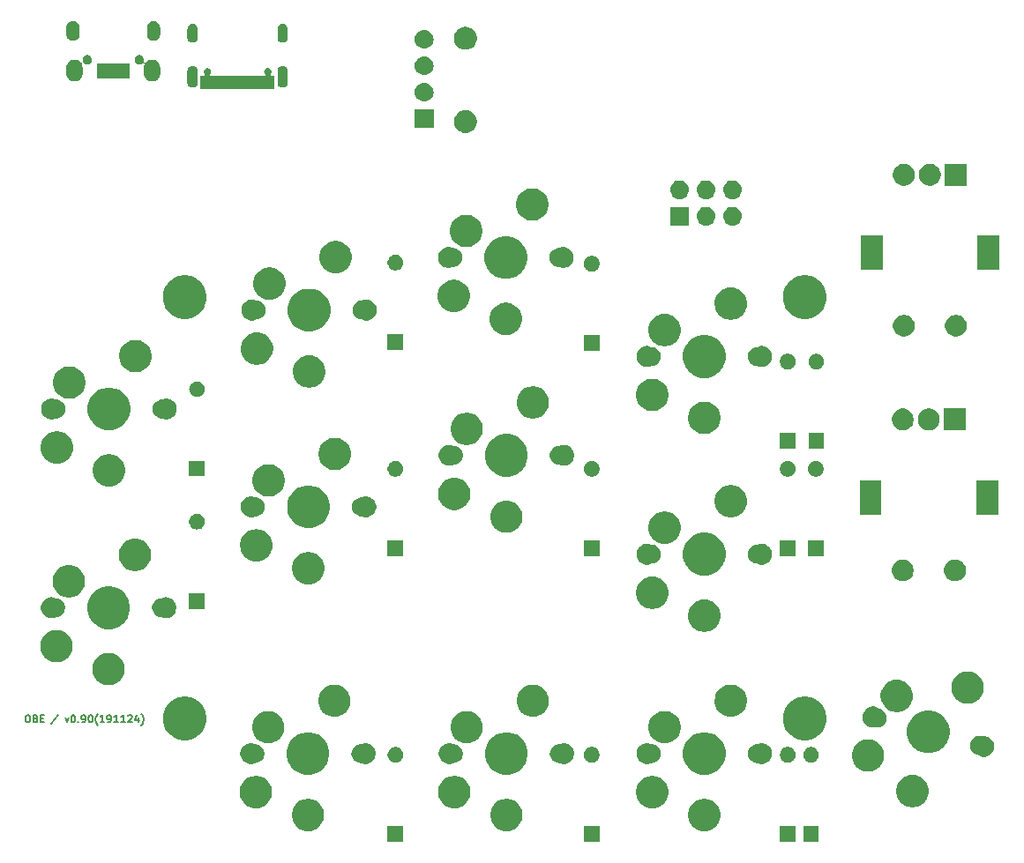
<source format=gts>
G04 #@! TF.GenerationSoftware,KiCad,Pcbnew,(5.1.4-0-10_14)*
G04 #@! TF.CreationDate,2019-11-24T20:28:34+09:00*
G04 #@! TF.ProjectId,palette1202-OB,70616c65-7474-4653-9132-30322d4f422e,rev?*
G04 #@! TF.SameCoordinates,Original*
G04 #@! TF.FileFunction,Soldermask,Top*
G04 #@! TF.FilePolarity,Negative*
%FSLAX46Y46*%
G04 Gerber Fmt 4.6, Leading zero omitted, Abs format (unit mm)*
G04 Created by KiCad (PCBNEW (5.1.4-0-10_14)) date 2019-11-24 20:28:34*
%MOMM*%
%LPD*%
G04 APERTURE LIST*
%ADD10C,0.150000*%
%ADD11C,0.100000*%
G04 APERTURE END LIST*
D10*
X87722700Y-110995666D02*
X87856033Y-110995666D01*
X87922700Y-111029000D01*
X87989366Y-111095666D01*
X88022700Y-111229000D01*
X88022700Y-111462333D01*
X87989366Y-111595666D01*
X87922700Y-111662333D01*
X87856033Y-111695666D01*
X87722700Y-111695666D01*
X87656033Y-111662333D01*
X87589366Y-111595666D01*
X87556033Y-111462333D01*
X87556033Y-111229000D01*
X87589366Y-111095666D01*
X87656033Y-111029000D01*
X87722700Y-110995666D01*
X88556033Y-111329000D02*
X88656033Y-111362333D01*
X88689366Y-111395666D01*
X88722700Y-111462333D01*
X88722700Y-111562333D01*
X88689366Y-111629000D01*
X88656033Y-111662333D01*
X88589366Y-111695666D01*
X88322700Y-111695666D01*
X88322700Y-110995666D01*
X88556033Y-110995666D01*
X88622700Y-111029000D01*
X88656033Y-111062333D01*
X88689366Y-111129000D01*
X88689366Y-111195666D01*
X88656033Y-111262333D01*
X88622700Y-111295666D01*
X88556033Y-111329000D01*
X88322700Y-111329000D01*
X89022700Y-111329000D02*
X89256033Y-111329000D01*
X89356033Y-111695666D02*
X89022700Y-111695666D01*
X89022700Y-110995666D01*
X89356033Y-110995666D01*
X90689366Y-110962333D02*
X90089366Y-111862333D01*
X91389366Y-111229000D02*
X91556033Y-111695666D01*
X91722700Y-111229000D01*
X92122700Y-110995666D02*
X92189366Y-110995666D01*
X92256033Y-111029000D01*
X92289366Y-111062333D01*
X92322700Y-111129000D01*
X92356033Y-111262333D01*
X92356033Y-111429000D01*
X92322700Y-111562333D01*
X92289366Y-111629000D01*
X92256033Y-111662333D01*
X92189366Y-111695666D01*
X92122700Y-111695666D01*
X92056033Y-111662333D01*
X92022700Y-111629000D01*
X91989366Y-111562333D01*
X91956033Y-111429000D01*
X91956033Y-111262333D01*
X91989366Y-111129000D01*
X92022700Y-111062333D01*
X92056033Y-111029000D01*
X92122700Y-110995666D01*
X92656033Y-111629000D02*
X92689366Y-111662333D01*
X92656033Y-111695666D01*
X92622700Y-111662333D01*
X92656033Y-111629000D01*
X92656033Y-111695666D01*
X93022700Y-111695666D02*
X93156033Y-111695666D01*
X93222700Y-111662333D01*
X93256033Y-111629000D01*
X93322700Y-111529000D01*
X93356033Y-111395666D01*
X93356033Y-111129000D01*
X93322700Y-111062333D01*
X93289366Y-111029000D01*
X93222700Y-110995666D01*
X93089366Y-110995666D01*
X93022700Y-111029000D01*
X92989366Y-111062333D01*
X92956033Y-111129000D01*
X92956033Y-111295666D01*
X92989366Y-111362333D01*
X93022700Y-111395666D01*
X93089366Y-111429000D01*
X93222700Y-111429000D01*
X93289366Y-111395666D01*
X93322700Y-111362333D01*
X93356033Y-111295666D01*
X93789366Y-110995666D02*
X93856033Y-110995666D01*
X93922700Y-111029000D01*
X93956033Y-111062333D01*
X93989366Y-111129000D01*
X94022700Y-111262333D01*
X94022700Y-111429000D01*
X93989366Y-111562333D01*
X93956033Y-111629000D01*
X93922700Y-111662333D01*
X93856033Y-111695666D01*
X93789366Y-111695666D01*
X93722700Y-111662333D01*
X93689366Y-111629000D01*
X93656033Y-111562333D01*
X93622700Y-111429000D01*
X93622700Y-111262333D01*
X93656033Y-111129000D01*
X93689366Y-111062333D01*
X93722700Y-111029000D01*
X93789366Y-110995666D01*
X94522700Y-111962333D02*
X94489366Y-111929000D01*
X94422700Y-111829000D01*
X94389366Y-111762333D01*
X94356033Y-111662333D01*
X94322700Y-111495666D01*
X94322700Y-111362333D01*
X94356033Y-111195666D01*
X94389366Y-111095666D01*
X94422700Y-111029000D01*
X94489366Y-110929000D01*
X94522700Y-110895666D01*
X95156033Y-111695666D02*
X94756033Y-111695666D01*
X94956033Y-111695666D02*
X94956033Y-110995666D01*
X94889366Y-111095666D01*
X94822700Y-111162333D01*
X94756033Y-111195666D01*
X95489366Y-111695666D02*
X95622700Y-111695666D01*
X95689366Y-111662333D01*
X95722700Y-111629000D01*
X95789366Y-111529000D01*
X95822700Y-111395666D01*
X95822700Y-111129000D01*
X95789366Y-111062333D01*
X95756033Y-111029000D01*
X95689366Y-110995666D01*
X95556033Y-110995666D01*
X95489366Y-111029000D01*
X95456033Y-111062333D01*
X95422700Y-111129000D01*
X95422700Y-111295666D01*
X95456033Y-111362333D01*
X95489366Y-111395666D01*
X95556033Y-111429000D01*
X95689366Y-111429000D01*
X95756033Y-111395666D01*
X95789366Y-111362333D01*
X95822700Y-111295666D01*
X96489366Y-111695666D02*
X96089366Y-111695666D01*
X96289366Y-111695666D02*
X96289366Y-110995666D01*
X96222700Y-111095666D01*
X96156033Y-111162333D01*
X96089366Y-111195666D01*
X97156033Y-111695666D02*
X96756033Y-111695666D01*
X96956033Y-111695666D02*
X96956033Y-110995666D01*
X96889366Y-111095666D01*
X96822700Y-111162333D01*
X96756033Y-111195666D01*
X97422700Y-111062333D02*
X97456033Y-111029000D01*
X97522700Y-110995666D01*
X97689366Y-110995666D01*
X97756033Y-111029000D01*
X97789366Y-111062333D01*
X97822700Y-111129000D01*
X97822700Y-111195666D01*
X97789366Y-111295666D01*
X97389366Y-111695666D01*
X97822700Y-111695666D01*
X98422700Y-111229000D02*
X98422700Y-111695666D01*
X98256033Y-110962333D02*
X98089366Y-111462333D01*
X98522700Y-111462333D01*
X98722700Y-111962333D02*
X98756033Y-111929000D01*
X98822700Y-111829000D01*
X98856033Y-111762333D01*
X98889366Y-111662333D01*
X98922700Y-111495666D01*
X98922700Y-111362333D01*
X98889366Y-111195666D01*
X98856033Y-111095666D01*
X98822700Y-111029000D01*
X98756033Y-110929000D01*
X98722700Y-110895666D01*
D11*
G36*
X163749500Y-123184500D02*
G01*
X162250500Y-123184500D01*
X162250500Y-121685500D01*
X163749500Y-121685500D01*
X163749500Y-123184500D01*
X163749500Y-123184500D01*
G37*
G36*
X161499500Y-123184500D02*
G01*
X160000500Y-123184500D01*
X160000500Y-121685500D01*
X161499500Y-121685500D01*
X161499500Y-123184500D01*
X161499500Y-123184500D01*
G37*
G36*
X142699500Y-123184500D02*
G01*
X141200500Y-123184500D01*
X141200500Y-121685500D01*
X142699500Y-121685500D01*
X142699500Y-123184500D01*
X142699500Y-123184500D01*
G37*
G36*
X123849500Y-123184500D02*
G01*
X122350500Y-123184500D01*
X122350500Y-121685500D01*
X123849500Y-121685500D01*
X123849500Y-123184500D01*
X123849500Y-123184500D01*
G37*
G36*
X134052585Y-119078802D02*
G01*
X134202410Y-119108604D01*
X134484674Y-119225521D01*
X134738705Y-119395259D01*
X134954741Y-119611295D01*
X135124479Y-119865326D01*
X135241396Y-120147590D01*
X135301000Y-120447240D01*
X135301000Y-120752760D01*
X135241396Y-121052410D01*
X135124479Y-121334674D01*
X134954741Y-121588705D01*
X134738705Y-121804741D01*
X134484674Y-121974479D01*
X134202410Y-122091396D01*
X134052585Y-122121198D01*
X133902761Y-122151000D01*
X133597239Y-122151000D01*
X133447415Y-122121198D01*
X133297590Y-122091396D01*
X133015326Y-121974479D01*
X132761295Y-121804741D01*
X132545259Y-121588705D01*
X132375521Y-121334674D01*
X132258604Y-121052410D01*
X132199000Y-120752760D01*
X132199000Y-120447240D01*
X132258604Y-120147590D01*
X132375521Y-119865326D01*
X132545259Y-119611295D01*
X132761295Y-119395259D01*
X133015326Y-119225521D01*
X133297590Y-119108604D01*
X133447415Y-119078802D01*
X133597239Y-119049000D01*
X133902761Y-119049000D01*
X134052585Y-119078802D01*
X134052585Y-119078802D01*
G37*
G36*
X153052585Y-119078802D02*
G01*
X153202410Y-119108604D01*
X153484674Y-119225521D01*
X153738705Y-119395259D01*
X153954741Y-119611295D01*
X154124479Y-119865326D01*
X154241396Y-120147590D01*
X154301000Y-120447240D01*
X154301000Y-120752760D01*
X154241396Y-121052410D01*
X154124479Y-121334674D01*
X153954741Y-121588705D01*
X153738705Y-121804741D01*
X153484674Y-121974479D01*
X153202410Y-122091396D01*
X153052585Y-122121198D01*
X152902761Y-122151000D01*
X152597239Y-122151000D01*
X152447415Y-122121198D01*
X152297590Y-122091396D01*
X152015326Y-121974479D01*
X151761295Y-121804741D01*
X151545259Y-121588705D01*
X151375521Y-121334674D01*
X151258604Y-121052410D01*
X151199000Y-120752760D01*
X151199000Y-120447240D01*
X151258604Y-120147590D01*
X151375521Y-119865326D01*
X151545259Y-119611295D01*
X151761295Y-119395259D01*
X152015326Y-119225521D01*
X152297590Y-119108604D01*
X152447415Y-119078802D01*
X152597239Y-119049000D01*
X152902761Y-119049000D01*
X153052585Y-119078802D01*
X153052585Y-119078802D01*
G37*
G36*
X115002585Y-119078802D02*
G01*
X115152410Y-119108604D01*
X115434674Y-119225521D01*
X115688705Y-119395259D01*
X115904741Y-119611295D01*
X116074479Y-119865326D01*
X116191396Y-120147590D01*
X116251000Y-120447240D01*
X116251000Y-120752760D01*
X116191396Y-121052410D01*
X116074479Y-121334674D01*
X115904741Y-121588705D01*
X115688705Y-121804741D01*
X115434674Y-121974479D01*
X115152410Y-122091396D01*
X115002585Y-122121198D01*
X114852761Y-122151000D01*
X114547239Y-122151000D01*
X114397415Y-122121198D01*
X114247590Y-122091396D01*
X113965326Y-121974479D01*
X113711295Y-121804741D01*
X113495259Y-121588705D01*
X113325521Y-121334674D01*
X113208604Y-121052410D01*
X113149000Y-120752760D01*
X113149000Y-120447240D01*
X113208604Y-120147590D01*
X113325521Y-119865326D01*
X113495259Y-119611295D01*
X113711295Y-119395259D01*
X113965326Y-119225521D01*
X114247590Y-119108604D01*
X114397415Y-119078802D01*
X114547239Y-119049000D01*
X114852761Y-119049000D01*
X115002585Y-119078802D01*
X115002585Y-119078802D01*
G37*
G36*
X129052585Y-116878802D02*
G01*
X129202410Y-116908604D01*
X129484674Y-117025521D01*
X129738705Y-117195259D01*
X129954741Y-117411295D01*
X130124479Y-117665326D01*
X130241396Y-117947590D01*
X130301000Y-118247240D01*
X130301000Y-118552760D01*
X130241396Y-118852410D01*
X130124479Y-119134674D01*
X129954741Y-119388705D01*
X129738705Y-119604741D01*
X129484674Y-119774479D01*
X129202410Y-119891396D01*
X129052585Y-119921198D01*
X128902761Y-119951000D01*
X128597239Y-119951000D01*
X128447415Y-119921198D01*
X128297590Y-119891396D01*
X128015326Y-119774479D01*
X127761295Y-119604741D01*
X127545259Y-119388705D01*
X127375521Y-119134674D01*
X127258604Y-118852410D01*
X127199000Y-118552760D01*
X127199000Y-118247240D01*
X127258604Y-117947590D01*
X127375521Y-117665326D01*
X127545259Y-117411295D01*
X127761295Y-117195259D01*
X128015326Y-117025521D01*
X128297590Y-116908604D01*
X128447415Y-116878802D01*
X128597239Y-116849000D01*
X128902761Y-116849000D01*
X129052585Y-116878802D01*
X129052585Y-116878802D01*
G37*
G36*
X110002585Y-116878802D02*
G01*
X110152410Y-116908604D01*
X110434674Y-117025521D01*
X110688705Y-117195259D01*
X110904741Y-117411295D01*
X111074479Y-117665326D01*
X111191396Y-117947590D01*
X111251000Y-118247240D01*
X111251000Y-118552760D01*
X111191396Y-118852410D01*
X111074479Y-119134674D01*
X110904741Y-119388705D01*
X110688705Y-119604741D01*
X110434674Y-119774479D01*
X110152410Y-119891396D01*
X110002585Y-119921198D01*
X109852761Y-119951000D01*
X109547239Y-119951000D01*
X109397415Y-119921198D01*
X109247590Y-119891396D01*
X108965326Y-119774479D01*
X108711295Y-119604741D01*
X108495259Y-119388705D01*
X108325521Y-119134674D01*
X108208604Y-118852410D01*
X108149000Y-118552760D01*
X108149000Y-118247240D01*
X108208604Y-117947590D01*
X108325521Y-117665326D01*
X108495259Y-117411295D01*
X108711295Y-117195259D01*
X108965326Y-117025521D01*
X109247590Y-116908604D01*
X109397415Y-116878802D01*
X109547239Y-116849000D01*
X109852761Y-116849000D01*
X110002585Y-116878802D01*
X110002585Y-116878802D01*
G37*
G36*
X148052585Y-116878802D02*
G01*
X148202410Y-116908604D01*
X148484674Y-117025521D01*
X148738705Y-117195259D01*
X148954741Y-117411295D01*
X149124479Y-117665326D01*
X149241396Y-117947590D01*
X149301000Y-118247240D01*
X149301000Y-118552760D01*
X149241396Y-118852410D01*
X149124479Y-119134674D01*
X148954741Y-119388705D01*
X148738705Y-119604741D01*
X148484674Y-119774479D01*
X148202410Y-119891396D01*
X148052585Y-119921198D01*
X147902761Y-119951000D01*
X147597239Y-119951000D01*
X147447415Y-119921198D01*
X147297590Y-119891396D01*
X147015326Y-119774479D01*
X146761295Y-119604741D01*
X146545259Y-119388705D01*
X146375521Y-119134674D01*
X146258604Y-118852410D01*
X146199000Y-118552760D01*
X146199000Y-118247240D01*
X146258604Y-117947590D01*
X146375521Y-117665326D01*
X146545259Y-117411295D01*
X146761295Y-117195259D01*
X147015326Y-117025521D01*
X147297590Y-116908604D01*
X147447415Y-116878802D01*
X147597239Y-116849000D01*
X147902761Y-116849000D01*
X148052585Y-116878802D01*
X148052585Y-116878802D01*
G37*
G36*
X173025553Y-116777764D02*
G01*
X173175378Y-116807566D01*
X173457642Y-116924483D01*
X173711673Y-117094221D01*
X173927709Y-117310257D01*
X174097447Y-117564288D01*
X174214364Y-117846552D01*
X174273968Y-118146202D01*
X174273968Y-118451722D01*
X174214364Y-118751372D01*
X174097447Y-119033636D01*
X173927709Y-119287667D01*
X173711673Y-119503703D01*
X173457642Y-119673441D01*
X173175378Y-119790358D01*
X173025553Y-119820160D01*
X172875729Y-119849962D01*
X172570207Y-119849962D01*
X172420383Y-119820160D01*
X172270558Y-119790358D01*
X171988294Y-119673441D01*
X171734263Y-119503703D01*
X171518227Y-119287667D01*
X171348489Y-119033636D01*
X171231572Y-118751372D01*
X171171968Y-118451722D01*
X171171968Y-118146202D01*
X171231572Y-117846552D01*
X171348489Y-117564288D01*
X171518227Y-117310257D01*
X171734263Y-117094221D01*
X171988294Y-116924483D01*
X172270558Y-116807566D01*
X172420383Y-116777764D01*
X172570207Y-116747962D01*
X172875729Y-116747962D01*
X173025553Y-116777764D01*
X173025553Y-116777764D01*
G37*
G36*
X153348254Y-112727818D02*
G01*
X153721511Y-112882426D01*
X153721513Y-112882427D01*
X154057436Y-113106884D01*
X154343116Y-113392564D01*
X154555889Y-113711000D01*
X154567574Y-113728489D01*
X154722182Y-114101746D01*
X154801000Y-114497993D01*
X154801000Y-114902007D01*
X154722182Y-115298254D01*
X154592839Y-115610515D01*
X154567573Y-115671513D01*
X154343116Y-116007436D01*
X154057436Y-116293116D01*
X153721513Y-116517573D01*
X153721512Y-116517574D01*
X153721511Y-116517574D01*
X153348254Y-116672182D01*
X152952007Y-116751000D01*
X152547993Y-116751000D01*
X152151746Y-116672182D01*
X151778489Y-116517574D01*
X151778488Y-116517574D01*
X151778487Y-116517573D01*
X151442564Y-116293116D01*
X151156884Y-116007436D01*
X150932427Y-115671513D01*
X150907161Y-115610515D01*
X150777818Y-115298254D01*
X150699000Y-114902007D01*
X150699000Y-114497993D01*
X150777818Y-114101746D01*
X150932426Y-113728489D01*
X150944112Y-113711000D01*
X151156884Y-113392564D01*
X151442564Y-113106884D01*
X151778487Y-112882427D01*
X151778489Y-112882426D01*
X152151746Y-112727818D01*
X152547993Y-112649000D01*
X152952007Y-112649000D01*
X153348254Y-112727818D01*
X153348254Y-112727818D01*
G37*
G36*
X134348254Y-112727818D02*
G01*
X134721511Y-112882426D01*
X134721513Y-112882427D01*
X135057436Y-113106884D01*
X135343116Y-113392564D01*
X135555889Y-113711000D01*
X135567574Y-113728489D01*
X135722182Y-114101746D01*
X135801000Y-114497993D01*
X135801000Y-114902007D01*
X135722182Y-115298254D01*
X135592839Y-115610515D01*
X135567573Y-115671513D01*
X135343116Y-116007436D01*
X135057436Y-116293116D01*
X134721513Y-116517573D01*
X134721512Y-116517574D01*
X134721511Y-116517574D01*
X134348254Y-116672182D01*
X133952007Y-116751000D01*
X133547993Y-116751000D01*
X133151746Y-116672182D01*
X132778489Y-116517574D01*
X132778488Y-116517574D01*
X132778487Y-116517573D01*
X132442564Y-116293116D01*
X132156884Y-116007436D01*
X131932427Y-115671513D01*
X131907161Y-115610515D01*
X131777818Y-115298254D01*
X131699000Y-114902007D01*
X131699000Y-114497993D01*
X131777818Y-114101746D01*
X131932426Y-113728489D01*
X131944112Y-113711000D01*
X132156884Y-113392564D01*
X132442564Y-113106884D01*
X132778487Y-112882427D01*
X132778489Y-112882426D01*
X133151746Y-112727818D01*
X133547993Y-112649000D01*
X133952007Y-112649000D01*
X134348254Y-112727818D01*
X134348254Y-112727818D01*
G37*
G36*
X115298254Y-112727818D02*
G01*
X115671511Y-112882426D01*
X115671513Y-112882427D01*
X116007436Y-113106884D01*
X116293116Y-113392564D01*
X116505889Y-113711000D01*
X116517574Y-113728489D01*
X116672182Y-114101746D01*
X116751000Y-114497993D01*
X116751000Y-114902007D01*
X116672182Y-115298254D01*
X116542839Y-115610515D01*
X116517573Y-115671513D01*
X116293116Y-116007436D01*
X116007436Y-116293116D01*
X115671513Y-116517573D01*
X115671512Y-116517574D01*
X115671511Y-116517574D01*
X115298254Y-116672182D01*
X114902007Y-116751000D01*
X114497993Y-116751000D01*
X114101746Y-116672182D01*
X113728489Y-116517574D01*
X113728488Y-116517574D01*
X113728487Y-116517573D01*
X113392564Y-116293116D01*
X113106884Y-116007436D01*
X112882427Y-115671513D01*
X112857161Y-115610515D01*
X112727818Y-115298254D01*
X112649000Y-114902007D01*
X112649000Y-114497993D01*
X112727818Y-114101746D01*
X112882426Y-113728489D01*
X112894112Y-113711000D01*
X113106884Y-113392564D01*
X113392564Y-113106884D01*
X113728487Y-112882427D01*
X113728489Y-112882426D01*
X114101746Y-112727818D01*
X114497993Y-112649000D01*
X114902007Y-112649000D01*
X115298254Y-112727818D01*
X115298254Y-112727818D01*
G37*
G36*
X168673903Y-113340447D02*
G01*
X168915150Y-113388434D01*
X169197414Y-113505351D01*
X169451445Y-113675089D01*
X169667481Y-113891125D01*
X169837219Y-114145156D01*
X169954136Y-114427420D01*
X169954136Y-114427421D01*
X170010993Y-114713257D01*
X170013740Y-114727070D01*
X170013740Y-115032590D01*
X169954136Y-115332240D01*
X169837219Y-115614504D01*
X169667481Y-115868535D01*
X169451445Y-116084571D01*
X169197414Y-116254309D01*
X168915150Y-116371226D01*
X168765325Y-116401028D01*
X168615501Y-116430830D01*
X168309979Y-116430830D01*
X168160155Y-116401028D01*
X168010330Y-116371226D01*
X167728066Y-116254309D01*
X167474035Y-116084571D01*
X167257999Y-115868535D01*
X167088261Y-115614504D01*
X166971344Y-115332240D01*
X166911740Y-115032590D01*
X166911740Y-114727070D01*
X166914488Y-114713257D01*
X166971344Y-114427421D01*
X166971344Y-114427420D01*
X167088261Y-114145156D01*
X167257999Y-113891125D01*
X167474035Y-113675089D01*
X167728066Y-113505351D01*
X168010330Y-113388434D01*
X168251577Y-113340447D01*
X168309979Y-113328830D01*
X168615501Y-113328830D01*
X168673903Y-113340447D01*
X168673903Y-113340447D01*
G37*
G36*
X120358918Y-113711000D02*
G01*
X120491981Y-113737468D01*
X120674151Y-113812926D01*
X120838100Y-113922473D01*
X120977527Y-114061900D01*
X121087074Y-114225849D01*
X121162532Y-114408019D01*
X121166391Y-114427420D01*
X121200000Y-114596380D01*
X121201000Y-114601410D01*
X121201000Y-114798590D01*
X121162532Y-114991981D01*
X121087074Y-115174151D01*
X120977527Y-115338100D01*
X120838100Y-115477527D01*
X120674151Y-115587074D01*
X120491981Y-115662532D01*
X120298591Y-115701000D01*
X120101409Y-115701000D01*
X119908019Y-115662532D01*
X119782440Y-115610515D01*
X119758991Y-115603402D01*
X119734605Y-115601000D01*
X119691258Y-115601000D01*
X119666488Y-115596073D01*
X119517188Y-115566376D01*
X119353216Y-115498456D01*
X119205646Y-115399853D01*
X119080147Y-115274354D01*
X118981544Y-115126784D01*
X118913624Y-114962812D01*
X118879000Y-114788741D01*
X118879000Y-114611259D01*
X118881960Y-114596380D01*
X118886773Y-114572181D01*
X118913624Y-114437188D01*
X118981544Y-114273216D01*
X119080147Y-114125646D01*
X119205646Y-114000147D01*
X119353216Y-113901544D01*
X119517188Y-113833624D01*
X119666488Y-113803927D01*
X119691258Y-113799000D01*
X119734605Y-113799000D01*
X119758991Y-113796598D01*
X119782440Y-113789485D01*
X119787690Y-113787311D01*
X119908019Y-113737468D01*
X120041082Y-113711000D01*
X120101409Y-113699000D01*
X120298591Y-113699000D01*
X120358918Y-113711000D01*
X120358918Y-113711000D01*
G37*
G36*
X158408918Y-113711000D02*
G01*
X158541981Y-113737468D01*
X158724151Y-113812926D01*
X158888100Y-113922473D01*
X159027527Y-114061900D01*
X159137074Y-114225849D01*
X159212532Y-114408019D01*
X159216391Y-114427420D01*
X159250000Y-114596380D01*
X159251000Y-114601410D01*
X159251000Y-114798590D01*
X159212532Y-114991981D01*
X159137074Y-115174151D01*
X159027527Y-115338100D01*
X158888100Y-115477527D01*
X158724151Y-115587074D01*
X158541981Y-115662532D01*
X158348591Y-115701000D01*
X158151409Y-115701000D01*
X157958019Y-115662532D01*
X157832440Y-115610515D01*
X157808991Y-115603402D01*
X157784605Y-115601000D01*
X157741258Y-115601000D01*
X157716488Y-115596073D01*
X157567188Y-115566376D01*
X157403216Y-115498456D01*
X157255646Y-115399853D01*
X157130147Y-115274354D01*
X157031544Y-115126784D01*
X156963624Y-114962812D01*
X156929000Y-114788741D01*
X156929000Y-114611259D01*
X156931960Y-114596380D01*
X156936773Y-114572181D01*
X156963624Y-114437188D01*
X157031544Y-114273216D01*
X157130147Y-114125646D01*
X157255646Y-114000147D01*
X157403216Y-113901544D01*
X157567188Y-113833624D01*
X157716488Y-113803927D01*
X157741258Y-113799000D01*
X157784605Y-113799000D01*
X157808991Y-113796598D01*
X157832440Y-113789485D01*
X157837690Y-113787311D01*
X157958019Y-113737468D01*
X158091082Y-113711000D01*
X158151409Y-113699000D01*
X158348591Y-113699000D01*
X158408918Y-113711000D01*
X158408918Y-113711000D01*
G37*
G36*
X147408918Y-113711000D02*
G01*
X147541981Y-113737468D01*
X147662310Y-113787311D01*
X147667560Y-113789485D01*
X147691009Y-113796598D01*
X147715395Y-113799000D01*
X147758742Y-113799000D01*
X147783512Y-113803927D01*
X147932812Y-113833624D01*
X148096784Y-113901544D01*
X148244354Y-114000147D01*
X148369853Y-114125646D01*
X148468456Y-114273216D01*
X148536376Y-114437188D01*
X148563227Y-114572181D01*
X148568041Y-114596380D01*
X148571000Y-114611259D01*
X148571000Y-114788741D01*
X148536376Y-114962812D01*
X148468456Y-115126784D01*
X148369853Y-115274354D01*
X148244354Y-115399853D01*
X148096784Y-115498456D01*
X147932812Y-115566376D01*
X147783512Y-115596073D01*
X147758742Y-115601000D01*
X147715395Y-115601000D01*
X147691009Y-115603402D01*
X147667560Y-115610515D01*
X147541981Y-115662532D01*
X147348591Y-115701000D01*
X147151409Y-115701000D01*
X146958019Y-115662532D01*
X146775849Y-115587074D01*
X146611900Y-115477527D01*
X146472473Y-115338100D01*
X146362926Y-115174151D01*
X146287468Y-114991981D01*
X146249000Y-114798590D01*
X146249000Y-114601410D01*
X146250001Y-114596380D01*
X146283609Y-114427420D01*
X146287468Y-114408019D01*
X146362926Y-114225849D01*
X146472473Y-114061900D01*
X146611900Y-113922473D01*
X146775849Y-113812926D01*
X146958019Y-113737468D01*
X147091082Y-113711000D01*
X147151409Y-113699000D01*
X147348591Y-113699000D01*
X147408918Y-113711000D01*
X147408918Y-113711000D01*
G37*
G36*
X139408918Y-113711000D02*
G01*
X139541981Y-113737468D01*
X139724151Y-113812926D01*
X139888100Y-113922473D01*
X140027527Y-114061900D01*
X140137074Y-114225849D01*
X140212532Y-114408019D01*
X140216391Y-114427420D01*
X140250000Y-114596380D01*
X140251000Y-114601410D01*
X140251000Y-114798590D01*
X140212532Y-114991981D01*
X140137074Y-115174151D01*
X140027527Y-115338100D01*
X139888100Y-115477527D01*
X139724151Y-115587074D01*
X139541981Y-115662532D01*
X139348591Y-115701000D01*
X139151409Y-115701000D01*
X138958019Y-115662532D01*
X138832440Y-115610515D01*
X138808991Y-115603402D01*
X138784605Y-115601000D01*
X138741258Y-115601000D01*
X138716488Y-115596073D01*
X138567188Y-115566376D01*
X138403216Y-115498456D01*
X138255646Y-115399853D01*
X138130147Y-115274354D01*
X138031544Y-115126784D01*
X137963624Y-114962812D01*
X137929000Y-114788741D01*
X137929000Y-114611259D01*
X137931960Y-114596380D01*
X137936773Y-114572181D01*
X137963624Y-114437188D01*
X138031544Y-114273216D01*
X138130147Y-114125646D01*
X138255646Y-114000147D01*
X138403216Y-113901544D01*
X138567188Y-113833624D01*
X138716488Y-113803927D01*
X138741258Y-113799000D01*
X138784605Y-113799000D01*
X138808991Y-113796598D01*
X138832440Y-113789485D01*
X138837690Y-113787311D01*
X138958019Y-113737468D01*
X139091082Y-113711000D01*
X139151409Y-113699000D01*
X139348591Y-113699000D01*
X139408918Y-113711000D01*
X139408918Y-113711000D01*
G37*
G36*
X128408918Y-113711000D02*
G01*
X128541981Y-113737468D01*
X128662310Y-113787311D01*
X128667560Y-113789485D01*
X128691009Y-113796598D01*
X128715395Y-113799000D01*
X128758742Y-113799000D01*
X128783512Y-113803927D01*
X128932812Y-113833624D01*
X129096784Y-113901544D01*
X129244354Y-114000147D01*
X129369853Y-114125646D01*
X129468456Y-114273216D01*
X129536376Y-114437188D01*
X129563227Y-114572181D01*
X129568041Y-114596380D01*
X129571000Y-114611259D01*
X129571000Y-114788741D01*
X129536376Y-114962812D01*
X129468456Y-115126784D01*
X129369853Y-115274354D01*
X129244354Y-115399853D01*
X129096784Y-115498456D01*
X128932812Y-115566376D01*
X128783512Y-115596073D01*
X128758742Y-115601000D01*
X128715395Y-115601000D01*
X128691009Y-115603402D01*
X128667560Y-115610515D01*
X128541981Y-115662532D01*
X128348591Y-115701000D01*
X128151409Y-115701000D01*
X127958019Y-115662532D01*
X127775849Y-115587074D01*
X127611900Y-115477527D01*
X127472473Y-115338100D01*
X127362926Y-115174151D01*
X127287468Y-114991981D01*
X127249000Y-114798590D01*
X127249000Y-114601410D01*
X127250001Y-114596380D01*
X127283609Y-114427420D01*
X127287468Y-114408019D01*
X127362926Y-114225849D01*
X127472473Y-114061900D01*
X127611900Y-113922473D01*
X127775849Y-113812926D01*
X127958019Y-113737468D01*
X128091082Y-113711000D01*
X128151409Y-113699000D01*
X128348591Y-113699000D01*
X128408918Y-113711000D01*
X128408918Y-113711000D01*
G37*
G36*
X109358918Y-113711000D02*
G01*
X109491981Y-113737468D01*
X109612310Y-113787311D01*
X109617560Y-113789485D01*
X109641009Y-113796598D01*
X109665395Y-113799000D01*
X109708742Y-113799000D01*
X109733512Y-113803927D01*
X109882812Y-113833624D01*
X110046784Y-113901544D01*
X110194354Y-114000147D01*
X110319853Y-114125646D01*
X110418456Y-114273216D01*
X110486376Y-114437188D01*
X110513227Y-114572181D01*
X110518041Y-114596380D01*
X110521000Y-114611259D01*
X110521000Y-114788741D01*
X110486376Y-114962812D01*
X110418456Y-115126784D01*
X110319853Y-115274354D01*
X110194354Y-115399853D01*
X110046784Y-115498456D01*
X109882812Y-115566376D01*
X109733512Y-115596073D01*
X109708742Y-115601000D01*
X109665395Y-115601000D01*
X109641009Y-115603402D01*
X109617560Y-115610515D01*
X109491981Y-115662532D01*
X109298591Y-115701000D01*
X109101409Y-115701000D01*
X108908019Y-115662532D01*
X108725849Y-115587074D01*
X108561900Y-115477527D01*
X108422473Y-115338100D01*
X108312926Y-115174151D01*
X108237468Y-114991981D01*
X108199000Y-114798590D01*
X108199000Y-114601410D01*
X108200001Y-114596380D01*
X108233609Y-114427420D01*
X108237468Y-114408019D01*
X108312926Y-114225849D01*
X108422473Y-114061900D01*
X108561900Y-113922473D01*
X108725849Y-113812926D01*
X108908019Y-113737468D01*
X109041082Y-113711000D01*
X109101409Y-113699000D01*
X109298591Y-113699000D01*
X109358918Y-113711000D01*
X109358918Y-113711000D01*
G37*
G36*
X163094425Y-114069599D02*
G01*
X163218621Y-114094302D01*
X163355022Y-114150801D01*
X163477779Y-114232825D01*
X163582175Y-114337221D01*
X163664199Y-114459978D01*
X163720698Y-114596379D01*
X163749500Y-114741181D01*
X163749500Y-114888819D01*
X163720698Y-115033621D01*
X163664199Y-115170022D01*
X163582175Y-115292779D01*
X163477779Y-115397175D01*
X163355022Y-115479199D01*
X163218621Y-115535698D01*
X163094425Y-115560401D01*
X163073820Y-115564500D01*
X162926180Y-115564500D01*
X162905575Y-115560401D01*
X162781379Y-115535698D01*
X162644978Y-115479199D01*
X162522221Y-115397175D01*
X162417825Y-115292779D01*
X162335801Y-115170022D01*
X162279302Y-115033621D01*
X162250500Y-114888819D01*
X162250500Y-114741181D01*
X162279302Y-114596379D01*
X162335801Y-114459978D01*
X162417825Y-114337221D01*
X162522221Y-114232825D01*
X162644978Y-114150801D01*
X162781379Y-114094302D01*
X162905575Y-114069599D01*
X162926180Y-114065500D01*
X163073820Y-114065500D01*
X163094425Y-114069599D01*
X163094425Y-114069599D01*
G37*
G36*
X123194425Y-114069599D02*
G01*
X123318621Y-114094302D01*
X123455022Y-114150801D01*
X123577779Y-114232825D01*
X123682175Y-114337221D01*
X123764199Y-114459978D01*
X123820698Y-114596379D01*
X123849500Y-114741181D01*
X123849500Y-114888819D01*
X123820698Y-115033621D01*
X123764199Y-115170022D01*
X123682175Y-115292779D01*
X123577779Y-115397175D01*
X123455022Y-115479199D01*
X123318621Y-115535698D01*
X123194425Y-115560401D01*
X123173820Y-115564500D01*
X123026180Y-115564500D01*
X123005575Y-115560401D01*
X122881379Y-115535698D01*
X122744978Y-115479199D01*
X122622221Y-115397175D01*
X122517825Y-115292779D01*
X122435801Y-115170022D01*
X122379302Y-115033621D01*
X122350500Y-114888819D01*
X122350500Y-114741181D01*
X122379302Y-114596379D01*
X122435801Y-114459978D01*
X122517825Y-114337221D01*
X122622221Y-114232825D01*
X122744978Y-114150801D01*
X122881379Y-114094302D01*
X123005575Y-114069599D01*
X123026180Y-114065500D01*
X123173820Y-114065500D01*
X123194425Y-114069599D01*
X123194425Y-114069599D01*
G37*
G36*
X142044425Y-114069599D02*
G01*
X142168621Y-114094302D01*
X142305022Y-114150801D01*
X142427779Y-114232825D01*
X142532175Y-114337221D01*
X142614199Y-114459978D01*
X142670698Y-114596379D01*
X142699500Y-114741181D01*
X142699500Y-114888819D01*
X142670698Y-115033621D01*
X142614199Y-115170022D01*
X142532175Y-115292779D01*
X142427779Y-115397175D01*
X142305022Y-115479199D01*
X142168621Y-115535698D01*
X142044425Y-115560401D01*
X142023820Y-115564500D01*
X141876180Y-115564500D01*
X141855575Y-115560401D01*
X141731379Y-115535698D01*
X141594978Y-115479199D01*
X141472221Y-115397175D01*
X141367825Y-115292779D01*
X141285801Y-115170022D01*
X141229302Y-115033621D01*
X141200500Y-114888819D01*
X141200500Y-114741181D01*
X141229302Y-114596379D01*
X141285801Y-114459978D01*
X141367825Y-114337221D01*
X141472221Y-114232825D01*
X141594978Y-114150801D01*
X141731379Y-114094302D01*
X141855575Y-114069599D01*
X141876180Y-114065500D01*
X142023820Y-114065500D01*
X142044425Y-114069599D01*
X142044425Y-114069599D01*
G37*
G36*
X160844425Y-114069599D02*
G01*
X160968621Y-114094302D01*
X161105022Y-114150801D01*
X161227779Y-114232825D01*
X161332175Y-114337221D01*
X161414199Y-114459978D01*
X161470698Y-114596379D01*
X161499500Y-114741181D01*
X161499500Y-114888819D01*
X161470698Y-115033621D01*
X161414199Y-115170022D01*
X161332175Y-115292779D01*
X161227779Y-115397175D01*
X161105022Y-115479199D01*
X160968621Y-115535698D01*
X160844425Y-115560401D01*
X160823820Y-115564500D01*
X160676180Y-115564500D01*
X160655575Y-115560401D01*
X160531379Y-115535698D01*
X160394978Y-115479199D01*
X160272221Y-115397175D01*
X160167825Y-115292779D01*
X160085801Y-115170022D01*
X160029302Y-115033621D01*
X160000500Y-114888819D01*
X160000500Y-114741181D01*
X160029302Y-114596379D01*
X160085801Y-114459978D01*
X160167825Y-114337221D01*
X160272221Y-114232825D01*
X160394978Y-114150801D01*
X160531379Y-114094302D01*
X160655575Y-114069599D01*
X160676180Y-114065500D01*
X160823820Y-114065500D01*
X160844425Y-114069599D01*
X160844425Y-114069599D01*
G37*
G36*
X179289403Y-113022505D02*
G01*
X179352318Y-113035019D01*
X179376702Y-113037421D01*
X179401088Y-113035019D01*
X179464001Y-113022505D01*
X179661183Y-113022505D01*
X179724094Y-113035019D01*
X179854573Y-113060973D01*
X180036743Y-113136431D01*
X180200692Y-113245978D01*
X180340119Y-113385405D01*
X180449666Y-113549354D01*
X180523867Y-113728489D01*
X180525124Y-113731525D01*
X180563592Y-113924914D01*
X180563592Y-114122096D01*
X180557882Y-114150801D01*
X180525124Y-114315486D01*
X180449666Y-114497656D01*
X180340119Y-114661605D01*
X180200692Y-114801032D01*
X180036743Y-114910579D01*
X179854573Y-114986037D01*
X179661183Y-115024505D01*
X179464001Y-115024505D01*
X179270611Y-114986037D01*
X179088441Y-114910579D01*
X178924492Y-114801032D01*
X178924489Y-114801029D01*
X178918401Y-114796961D01*
X178910732Y-114790668D01*
X178889132Y-114779123D01*
X178730119Y-114713257D01*
X178582549Y-114614654D01*
X178457050Y-114489155D01*
X178358447Y-114341585D01*
X178290527Y-114177613D01*
X178255903Y-114003542D01*
X178255903Y-113826060D01*
X178290527Y-113651989D01*
X178358447Y-113488017D01*
X178457050Y-113340447D01*
X178582549Y-113214948D01*
X178730119Y-113116345D01*
X178894091Y-113048425D01*
X179043391Y-113018728D01*
X179068161Y-113013801D01*
X179245645Y-113013801D01*
X179289403Y-113022505D01*
X179289403Y-113022505D01*
G37*
G36*
X174848254Y-110627818D02*
G01*
X175221511Y-110782426D01*
X175221513Y-110782427D01*
X175557436Y-111006884D01*
X175843116Y-111292564D01*
X176013801Y-111548011D01*
X176067574Y-111628489D01*
X176222182Y-112001746D01*
X176301000Y-112397993D01*
X176301000Y-112802007D01*
X176222182Y-113198254D01*
X176144661Y-113385406D01*
X176067573Y-113571513D01*
X175843116Y-113907436D01*
X175557436Y-114193116D01*
X175221513Y-114417573D01*
X175221512Y-114417574D01*
X175221511Y-114417574D01*
X174848254Y-114572182D01*
X174452007Y-114651000D01*
X174047993Y-114651000D01*
X173651746Y-114572182D01*
X173278489Y-114417574D01*
X173278488Y-114417574D01*
X173278487Y-114417573D01*
X172942564Y-114193116D01*
X172656884Y-113907436D01*
X172432427Y-113571513D01*
X172355339Y-113385406D01*
X172277818Y-113198254D01*
X172199000Y-112802007D01*
X172199000Y-112397993D01*
X172277818Y-112001746D01*
X172432426Y-111628489D01*
X172486200Y-111548011D01*
X172656884Y-111292564D01*
X172942564Y-111006884D01*
X173278487Y-110782427D01*
X173278489Y-110782426D01*
X173651746Y-110627818D01*
X174047993Y-110549000D01*
X174452007Y-110549000D01*
X174848254Y-110627818D01*
X174848254Y-110627818D01*
G37*
G36*
X111137365Y-110627818D02*
G01*
X111342410Y-110668604D01*
X111624674Y-110785521D01*
X111878705Y-110955259D01*
X112094741Y-111171295D01*
X112264479Y-111425326D01*
X112348631Y-111628489D01*
X112381396Y-111707591D01*
X112436587Y-111985051D01*
X112441000Y-112007240D01*
X112441000Y-112312760D01*
X112381396Y-112612410D01*
X112264479Y-112894674D01*
X112094741Y-113148705D01*
X111878705Y-113364741D01*
X111624674Y-113534479D01*
X111342410Y-113651396D01*
X111223297Y-113675089D01*
X111042761Y-113711000D01*
X110737239Y-113711000D01*
X110556703Y-113675089D01*
X110437590Y-113651396D01*
X110155326Y-113534479D01*
X109901295Y-113364741D01*
X109685259Y-113148705D01*
X109515521Y-112894674D01*
X109398604Y-112612410D01*
X109339000Y-112312760D01*
X109339000Y-112007240D01*
X109343414Y-111985051D01*
X109398604Y-111707591D01*
X109431369Y-111628489D01*
X109515521Y-111425326D01*
X109685259Y-111171295D01*
X109901295Y-110955259D01*
X110155326Y-110785521D01*
X110437590Y-110668604D01*
X110642635Y-110627818D01*
X110737239Y-110609000D01*
X111042761Y-110609000D01*
X111137365Y-110627818D01*
X111137365Y-110627818D01*
G37*
G36*
X130187365Y-110627818D02*
G01*
X130392410Y-110668604D01*
X130674674Y-110785521D01*
X130928705Y-110955259D01*
X131144741Y-111171295D01*
X131314479Y-111425326D01*
X131398631Y-111628489D01*
X131431396Y-111707591D01*
X131486587Y-111985051D01*
X131491000Y-112007240D01*
X131491000Y-112312760D01*
X131431396Y-112612410D01*
X131314479Y-112894674D01*
X131144741Y-113148705D01*
X130928705Y-113364741D01*
X130674674Y-113534479D01*
X130392410Y-113651396D01*
X130273297Y-113675089D01*
X130092761Y-113711000D01*
X129787239Y-113711000D01*
X129606703Y-113675089D01*
X129487590Y-113651396D01*
X129205326Y-113534479D01*
X128951295Y-113364741D01*
X128735259Y-113148705D01*
X128565521Y-112894674D01*
X128448604Y-112612410D01*
X128389000Y-112312760D01*
X128389000Y-112007240D01*
X128393414Y-111985051D01*
X128448604Y-111707591D01*
X128481369Y-111628489D01*
X128565521Y-111425326D01*
X128735259Y-111171295D01*
X128951295Y-110955259D01*
X129205326Y-110785521D01*
X129487590Y-110668604D01*
X129692635Y-110627818D01*
X129787239Y-110609000D01*
X130092761Y-110609000D01*
X130187365Y-110627818D01*
X130187365Y-110627818D01*
G37*
G36*
X149187365Y-110627818D02*
G01*
X149392410Y-110668604D01*
X149674674Y-110785521D01*
X149928705Y-110955259D01*
X150144741Y-111171295D01*
X150314479Y-111425326D01*
X150398631Y-111628489D01*
X150431396Y-111707591D01*
X150486587Y-111985051D01*
X150491000Y-112007240D01*
X150491000Y-112312760D01*
X150431396Y-112612410D01*
X150314479Y-112894674D01*
X150144741Y-113148705D01*
X149928705Y-113364741D01*
X149674674Y-113534479D01*
X149392410Y-113651396D01*
X149273297Y-113675089D01*
X149092761Y-113711000D01*
X148787239Y-113711000D01*
X148606703Y-113675089D01*
X148487590Y-113651396D01*
X148205326Y-113534479D01*
X147951295Y-113364741D01*
X147735259Y-113148705D01*
X147565521Y-112894674D01*
X147448604Y-112612410D01*
X147389000Y-112312760D01*
X147389000Y-112007240D01*
X147393414Y-111985051D01*
X147448604Y-111707591D01*
X147481369Y-111628489D01*
X147565521Y-111425326D01*
X147735259Y-111171295D01*
X147951295Y-110955259D01*
X148205326Y-110785521D01*
X148487590Y-110668604D01*
X148692635Y-110627818D01*
X148787239Y-110609000D01*
X149092761Y-110609000D01*
X149187365Y-110627818D01*
X149187365Y-110627818D01*
G37*
G36*
X162866336Y-109255627D02*
G01*
X163001639Y-109282540D01*
X163383997Y-109440918D01*
X163555087Y-109555237D01*
X163641324Y-109612858D01*
X163728110Y-109670847D01*
X164020753Y-109963490D01*
X164238533Y-110289420D01*
X164250683Y-110307605D01*
X164274535Y-110365188D01*
X164409060Y-110689961D01*
X164428068Y-110785521D01*
X164489800Y-111095868D01*
X164489800Y-111509732D01*
X164461771Y-111650644D01*
X164409060Y-111915639D01*
X164250682Y-112297997D01*
X164020753Y-112642110D01*
X163728110Y-112934753D01*
X163383997Y-113164682D01*
X163001639Y-113323060D01*
X162914228Y-113340447D01*
X162595732Y-113403800D01*
X162181868Y-113403800D01*
X161863372Y-113340447D01*
X161775961Y-113323060D01*
X161393603Y-113164682D01*
X161049490Y-112934753D01*
X160756847Y-112642110D01*
X160526918Y-112297997D01*
X160368540Y-111915639D01*
X160315829Y-111650644D01*
X160287800Y-111509732D01*
X160287800Y-111095868D01*
X160349532Y-110785521D01*
X160368540Y-110689961D01*
X160503065Y-110365188D01*
X160526917Y-110307605D01*
X160539068Y-110289420D01*
X160756847Y-109963490D01*
X161049490Y-109670847D01*
X161136277Y-109612858D01*
X161222513Y-109555237D01*
X161393603Y-109440918D01*
X161775961Y-109282540D01*
X161911264Y-109255627D01*
X162181868Y-109201800D01*
X162595732Y-109201800D01*
X162866336Y-109255627D01*
X162866336Y-109255627D01*
G37*
G36*
X103347536Y-109255627D02*
G01*
X103482839Y-109282540D01*
X103865197Y-109440918D01*
X104036287Y-109555237D01*
X104122524Y-109612858D01*
X104209310Y-109670847D01*
X104501953Y-109963490D01*
X104719733Y-110289420D01*
X104731883Y-110307605D01*
X104755735Y-110365188D01*
X104890260Y-110689961D01*
X104909268Y-110785521D01*
X104971000Y-111095868D01*
X104971000Y-111509732D01*
X104942971Y-111650644D01*
X104890260Y-111915639D01*
X104731882Y-112297997D01*
X104501953Y-112642110D01*
X104209310Y-112934753D01*
X103865197Y-113164682D01*
X103482839Y-113323060D01*
X103395428Y-113340447D01*
X103076932Y-113403800D01*
X102663068Y-113403800D01*
X102344572Y-113340447D01*
X102257161Y-113323060D01*
X101874803Y-113164682D01*
X101530690Y-112934753D01*
X101238047Y-112642110D01*
X101008118Y-112297997D01*
X100849740Y-111915639D01*
X100797029Y-111650644D01*
X100769000Y-111509732D01*
X100769000Y-111095868D01*
X100830732Y-110785521D01*
X100849740Y-110689961D01*
X100984265Y-110365188D01*
X101008117Y-110307605D01*
X101020268Y-110289420D01*
X101238047Y-109963490D01*
X101530690Y-109670847D01*
X101617477Y-109612858D01*
X101703713Y-109555237D01*
X101874803Y-109440918D01*
X102257161Y-109282540D01*
X102392464Y-109255627D01*
X102663068Y-109201800D01*
X103076932Y-109201800D01*
X103347536Y-109255627D01*
X103347536Y-109255627D01*
G37*
G36*
X169229389Y-110213963D02*
G01*
X169411559Y-110289421D01*
X169575508Y-110398968D01*
X169575511Y-110398971D01*
X169581599Y-110403039D01*
X169589268Y-110409332D01*
X169610868Y-110420877D01*
X169769881Y-110486743D01*
X169917451Y-110585346D01*
X170042950Y-110710845D01*
X170141553Y-110858415D01*
X170209473Y-111022387D01*
X170244097Y-111196458D01*
X170244097Y-111373940D01*
X170209473Y-111548011D01*
X170141553Y-111711983D01*
X170042950Y-111859553D01*
X169917451Y-111985052D01*
X169769881Y-112083655D01*
X169605909Y-112151575D01*
X169456609Y-112181272D01*
X169431839Y-112186199D01*
X169254355Y-112186199D01*
X169194566Y-112174306D01*
X169147682Y-112164981D01*
X169123298Y-112162579D01*
X169098912Y-112164981D01*
X169035999Y-112177495D01*
X168838817Y-112177495D01*
X168708505Y-112151574D01*
X168645427Y-112139027D01*
X168463257Y-112063569D01*
X168299308Y-111954022D01*
X168159881Y-111814595D01*
X168050334Y-111650646D01*
X167974876Y-111468476D01*
X167936408Y-111275085D01*
X167936408Y-111077905D01*
X167953003Y-110994479D01*
X167974876Y-110884515D01*
X167999636Y-110824740D01*
X168050334Y-110702344D01*
X168159881Y-110538395D01*
X168299308Y-110398968D01*
X168463257Y-110289421D01*
X168645427Y-110213963D01*
X168838817Y-110175495D01*
X169035999Y-110175495D01*
X169229389Y-110213963D01*
X169229389Y-110213963D01*
G37*
G36*
X117404806Y-108071396D02*
G01*
X117692410Y-108128604D01*
X117974674Y-108245521D01*
X118228705Y-108415259D01*
X118444741Y-108631295D01*
X118614479Y-108885326D01*
X118697256Y-109085169D01*
X118731396Y-109167591D01*
X118765532Y-109339201D01*
X118791000Y-109467240D01*
X118791000Y-109772760D01*
X118731396Y-110072410D01*
X118614479Y-110354674D01*
X118444741Y-110608705D01*
X118228705Y-110824741D01*
X117974674Y-110994479D01*
X117692410Y-111111396D01*
X117542585Y-111141198D01*
X117392761Y-111171000D01*
X117087239Y-111171000D01*
X116937415Y-111141198D01*
X116787590Y-111111396D01*
X116505326Y-110994479D01*
X116251295Y-110824741D01*
X116035259Y-110608705D01*
X115865521Y-110354674D01*
X115748604Y-110072410D01*
X115689000Y-109772760D01*
X115689000Y-109467240D01*
X115714469Y-109339201D01*
X115748604Y-109167591D01*
X115782744Y-109085169D01*
X115865521Y-108885326D01*
X116035259Y-108631295D01*
X116251295Y-108415259D01*
X116505326Y-108245521D01*
X116787590Y-108128604D01*
X117075194Y-108071396D01*
X117087239Y-108069000D01*
X117392761Y-108069000D01*
X117404806Y-108071396D01*
X117404806Y-108071396D01*
G37*
G36*
X136454806Y-108071396D02*
G01*
X136742410Y-108128604D01*
X137024674Y-108245521D01*
X137278705Y-108415259D01*
X137494741Y-108631295D01*
X137664479Y-108885326D01*
X137747256Y-109085169D01*
X137781396Y-109167591D01*
X137815532Y-109339201D01*
X137841000Y-109467240D01*
X137841000Y-109772760D01*
X137781396Y-110072410D01*
X137664479Y-110354674D01*
X137494741Y-110608705D01*
X137278705Y-110824741D01*
X137024674Y-110994479D01*
X136742410Y-111111396D01*
X136592585Y-111141198D01*
X136442761Y-111171000D01*
X136137239Y-111171000D01*
X135987415Y-111141198D01*
X135837590Y-111111396D01*
X135555326Y-110994479D01*
X135301295Y-110824741D01*
X135085259Y-110608705D01*
X134915521Y-110354674D01*
X134798604Y-110072410D01*
X134739000Y-109772760D01*
X134739000Y-109467240D01*
X134764469Y-109339201D01*
X134798604Y-109167591D01*
X134832744Y-109085169D01*
X134915521Y-108885326D01*
X135085259Y-108631295D01*
X135301295Y-108415259D01*
X135555326Y-108245521D01*
X135837590Y-108128604D01*
X136125194Y-108071396D01*
X136137239Y-108069000D01*
X136442761Y-108069000D01*
X136454806Y-108071396D01*
X136454806Y-108071396D01*
G37*
G36*
X155454806Y-108071396D02*
G01*
X155742410Y-108128604D01*
X156024674Y-108245521D01*
X156278705Y-108415259D01*
X156494741Y-108631295D01*
X156664479Y-108885326D01*
X156747256Y-109085169D01*
X156781396Y-109167591D01*
X156815532Y-109339201D01*
X156841000Y-109467240D01*
X156841000Y-109772760D01*
X156781396Y-110072410D01*
X156664479Y-110354674D01*
X156494741Y-110608705D01*
X156278705Y-110824741D01*
X156024674Y-110994479D01*
X155742410Y-111111396D01*
X155592585Y-111141198D01*
X155442761Y-111171000D01*
X155137239Y-111171000D01*
X154987415Y-111141198D01*
X154837590Y-111111396D01*
X154555326Y-110994479D01*
X154301295Y-110824741D01*
X154085259Y-110608705D01*
X153915521Y-110354674D01*
X153798604Y-110072410D01*
X153739000Y-109772760D01*
X153739000Y-109467240D01*
X153764469Y-109339201D01*
X153798604Y-109167591D01*
X153832744Y-109085169D01*
X153915521Y-108885326D01*
X154085259Y-108631295D01*
X154301295Y-108415259D01*
X154555326Y-108245521D01*
X154837590Y-108128604D01*
X155125194Y-108071396D01*
X155137239Y-108069000D01*
X155442761Y-108069000D01*
X155454806Y-108071396D01*
X155454806Y-108071396D01*
G37*
G36*
X171529808Y-107639250D02*
G01*
X171679633Y-107669052D01*
X171961897Y-107785969D01*
X172215928Y-107955707D01*
X172431964Y-108171743D01*
X172601702Y-108425774D01*
X172718619Y-108708038D01*
X172718619Y-108708039D01*
X172778223Y-109007687D01*
X172778223Y-109313209D01*
X172752820Y-109440917D01*
X172718619Y-109612858D01*
X172601702Y-109895122D01*
X172431964Y-110149153D01*
X172215928Y-110365189D01*
X171961897Y-110534927D01*
X171679633Y-110651844D01*
X171529808Y-110681646D01*
X171379984Y-110711448D01*
X171074462Y-110711448D01*
X170924638Y-110681646D01*
X170774813Y-110651844D01*
X170492549Y-110534927D01*
X170238518Y-110365189D01*
X170022482Y-110149153D01*
X169852744Y-109895122D01*
X169735827Y-109612858D01*
X169701626Y-109440917D01*
X169676223Y-109313209D01*
X169676223Y-109007687D01*
X169735827Y-108708039D01*
X169735827Y-108708038D01*
X169852744Y-108425774D01*
X170022482Y-108171743D01*
X170238518Y-107955707D01*
X170492549Y-107785969D01*
X170774813Y-107669052D01*
X170924638Y-107639250D01*
X171074462Y-107609448D01*
X171379984Y-107609448D01*
X171529808Y-107639250D01*
X171529808Y-107639250D01*
G37*
G36*
X178320837Y-106829299D02*
G01*
X178470662Y-106859101D01*
X178752926Y-106976018D01*
X179006957Y-107145756D01*
X179222993Y-107361792D01*
X179392731Y-107615823D01*
X179509648Y-107898087D01*
X179539450Y-108047912D01*
X179569252Y-108197736D01*
X179569252Y-108503258D01*
X179539450Y-108653082D01*
X179509648Y-108802907D01*
X179392731Y-109085171D01*
X179222993Y-109339202D01*
X179006957Y-109555238D01*
X178752926Y-109724976D01*
X178470662Y-109841893D01*
X178320837Y-109871695D01*
X178171013Y-109901497D01*
X177865491Y-109901497D01*
X177715667Y-109871695D01*
X177565842Y-109841893D01*
X177283578Y-109724976D01*
X177029547Y-109555238D01*
X176813511Y-109339202D01*
X176643773Y-109085171D01*
X176526856Y-108802907D01*
X176497054Y-108653082D01*
X176467252Y-108503258D01*
X176467252Y-108197736D01*
X176497054Y-108047912D01*
X176526856Y-107898087D01*
X176643773Y-107615823D01*
X176813511Y-107361792D01*
X177029547Y-107145756D01*
X177283578Y-106976018D01*
X177565842Y-106859101D01*
X177715667Y-106829299D01*
X177865491Y-106799497D01*
X178171013Y-106799497D01*
X178320837Y-106829299D01*
X178320837Y-106829299D01*
G37*
G36*
X95862585Y-105058802D02*
G01*
X96012410Y-105088604D01*
X96294674Y-105205521D01*
X96548705Y-105375259D01*
X96764741Y-105591295D01*
X96934479Y-105845326D01*
X97051396Y-106127590D01*
X97111000Y-106427240D01*
X97111000Y-106732760D01*
X97051396Y-107032410D01*
X96934479Y-107314674D01*
X96764741Y-107568705D01*
X96548705Y-107784741D01*
X96294674Y-107954479D01*
X96012410Y-108071396D01*
X95862585Y-108101198D01*
X95712761Y-108131000D01*
X95407239Y-108131000D01*
X95257415Y-108101198D01*
X95107590Y-108071396D01*
X94825326Y-107954479D01*
X94571295Y-107784741D01*
X94355259Y-107568705D01*
X94185521Y-107314674D01*
X94068604Y-107032410D01*
X94009000Y-106732760D01*
X94009000Y-106427240D01*
X94068604Y-106127590D01*
X94185521Y-105845326D01*
X94355259Y-105591295D01*
X94571295Y-105375259D01*
X94825326Y-105205521D01*
X95107590Y-105088604D01*
X95257415Y-105058802D01*
X95407239Y-105029000D01*
X95712761Y-105029000D01*
X95862585Y-105058802D01*
X95862585Y-105058802D01*
G37*
G36*
X90862585Y-102858802D02*
G01*
X91012410Y-102888604D01*
X91294674Y-103005521D01*
X91548705Y-103175259D01*
X91764741Y-103391295D01*
X91934479Y-103645326D01*
X92051396Y-103927590D01*
X92111000Y-104227240D01*
X92111000Y-104532760D01*
X92051396Y-104832410D01*
X91934479Y-105114674D01*
X91764741Y-105368705D01*
X91548705Y-105584741D01*
X91294674Y-105754479D01*
X91012410Y-105871396D01*
X90862585Y-105901198D01*
X90712761Y-105931000D01*
X90407239Y-105931000D01*
X90257415Y-105901198D01*
X90107590Y-105871396D01*
X89825326Y-105754479D01*
X89571295Y-105584741D01*
X89355259Y-105368705D01*
X89185521Y-105114674D01*
X89068604Y-104832410D01*
X89009000Y-104532760D01*
X89009000Y-104227240D01*
X89068604Y-103927590D01*
X89185521Y-103645326D01*
X89355259Y-103391295D01*
X89571295Y-103175259D01*
X89825326Y-103005521D01*
X90107590Y-102888604D01*
X90257415Y-102858802D01*
X90407239Y-102829000D01*
X90712761Y-102829000D01*
X90862585Y-102858802D01*
X90862585Y-102858802D01*
G37*
G36*
X153052585Y-99928802D02*
G01*
X153202410Y-99958604D01*
X153484674Y-100075521D01*
X153738705Y-100245259D01*
X153954741Y-100461295D01*
X154124479Y-100715326D01*
X154218706Y-100942812D01*
X154241396Y-100997591D01*
X154301000Y-101297239D01*
X154301000Y-101602761D01*
X154285437Y-101681000D01*
X154241396Y-101902410D01*
X154124479Y-102184674D01*
X153954741Y-102438705D01*
X153738705Y-102654741D01*
X153484674Y-102824479D01*
X153202410Y-102941396D01*
X153052585Y-102971198D01*
X152902761Y-103001000D01*
X152597239Y-103001000D01*
X152447415Y-102971198D01*
X152297590Y-102941396D01*
X152015326Y-102824479D01*
X151761295Y-102654741D01*
X151545259Y-102438705D01*
X151375521Y-102184674D01*
X151258604Y-101902410D01*
X151214563Y-101681000D01*
X151199000Y-101602761D01*
X151199000Y-101297239D01*
X151258604Y-100997591D01*
X151281294Y-100942812D01*
X151375521Y-100715326D01*
X151545259Y-100461295D01*
X151761295Y-100245259D01*
X152015326Y-100075521D01*
X152297590Y-99958604D01*
X152447415Y-99928802D01*
X152597239Y-99899000D01*
X152902761Y-99899000D01*
X153052585Y-99928802D01*
X153052585Y-99928802D01*
G37*
G36*
X96158254Y-98707818D02*
G01*
X96374985Y-98797591D01*
X96531513Y-98862427D01*
X96867436Y-99086884D01*
X97153116Y-99372564D01*
X97373512Y-99702409D01*
X97377574Y-99708489D01*
X97532182Y-100081746D01*
X97611000Y-100477993D01*
X97611000Y-100882007D01*
X97532182Y-101278254D01*
X97402839Y-101590515D01*
X97377573Y-101651513D01*
X97153116Y-101987436D01*
X96867436Y-102273116D01*
X96531513Y-102497573D01*
X96531512Y-102497574D01*
X96531511Y-102497574D01*
X96158254Y-102652182D01*
X95762007Y-102731000D01*
X95357993Y-102731000D01*
X94961746Y-102652182D01*
X94588489Y-102497574D01*
X94588488Y-102497574D01*
X94588487Y-102497573D01*
X94252564Y-102273116D01*
X93966884Y-101987436D01*
X93742427Y-101651513D01*
X93717161Y-101590515D01*
X93587818Y-101278254D01*
X93509000Y-100882007D01*
X93509000Y-100477993D01*
X93587818Y-100081746D01*
X93742426Y-99708489D01*
X93746489Y-99702409D01*
X93966884Y-99372564D01*
X94252564Y-99086884D01*
X94588487Y-98862427D01*
X94745015Y-98797591D01*
X94961746Y-98707818D01*
X95357993Y-98629000D01*
X95762007Y-98629000D01*
X96158254Y-98707818D01*
X96158254Y-98707818D01*
G37*
G36*
X90218918Y-99691000D02*
G01*
X90351981Y-99717468D01*
X90472310Y-99767311D01*
X90477560Y-99769485D01*
X90501009Y-99776598D01*
X90525395Y-99779000D01*
X90568742Y-99779000D01*
X90593512Y-99783927D01*
X90742812Y-99813624D01*
X90906784Y-99881544D01*
X91054354Y-99980147D01*
X91179853Y-100105646D01*
X91278456Y-100253216D01*
X91346376Y-100417188D01*
X91381000Y-100591259D01*
X91381000Y-100768741D01*
X91346376Y-100942812D01*
X91278456Y-101106784D01*
X91179853Y-101254354D01*
X91054354Y-101379853D01*
X90906784Y-101478456D01*
X90742812Y-101546376D01*
X90593512Y-101576073D01*
X90568742Y-101581000D01*
X90525395Y-101581000D01*
X90501009Y-101583402D01*
X90477560Y-101590515D01*
X90351981Y-101642532D01*
X90158591Y-101681000D01*
X89961409Y-101681000D01*
X89864715Y-101661766D01*
X89768019Y-101642532D01*
X89585849Y-101567074D01*
X89421900Y-101457527D01*
X89282473Y-101318100D01*
X89172926Y-101154151D01*
X89097468Y-100971981D01*
X89059000Y-100778591D01*
X89059000Y-100581409D01*
X89097468Y-100388020D01*
X89172925Y-100205851D01*
X89239879Y-100105647D01*
X89282473Y-100041900D01*
X89421900Y-99902473D01*
X89585849Y-99792926D01*
X89768019Y-99717468D01*
X89901082Y-99691000D01*
X89961409Y-99679000D01*
X90158591Y-99679000D01*
X90218918Y-99691000D01*
X90218918Y-99691000D01*
G37*
G36*
X101218918Y-99691000D02*
G01*
X101351981Y-99717468D01*
X101534151Y-99792926D01*
X101698100Y-99902473D01*
X101837527Y-100041900D01*
X101880121Y-100105647D01*
X101947075Y-100205851D01*
X102022532Y-100388020D01*
X102061000Y-100581409D01*
X102061000Y-100778591D01*
X102022532Y-100971981D01*
X101947074Y-101154151D01*
X101837527Y-101318100D01*
X101698100Y-101457527D01*
X101534151Y-101567074D01*
X101351981Y-101642532D01*
X101158591Y-101681000D01*
X100961409Y-101681000D01*
X100864715Y-101661766D01*
X100768019Y-101642532D01*
X100642440Y-101590515D01*
X100618991Y-101583402D01*
X100594605Y-101581000D01*
X100551258Y-101581000D01*
X100526488Y-101576073D01*
X100377188Y-101546376D01*
X100213216Y-101478456D01*
X100065646Y-101379853D01*
X99940147Y-101254354D01*
X99841544Y-101106784D01*
X99773624Y-100942812D01*
X99739000Y-100768741D01*
X99739000Y-100591259D01*
X99773624Y-100417188D01*
X99841544Y-100253216D01*
X99940147Y-100105646D01*
X100065646Y-99980147D01*
X100213216Y-99881544D01*
X100377188Y-99813624D01*
X100526488Y-99783927D01*
X100551258Y-99779000D01*
X100594605Y-99779000D01*
X100618991Y-99776598D01*
X100642440Y-99769485D01*
X100647690Y-99767311D01*
X100768019Y-99717468D01*
X100901082Y-99691000D01*
X100961409Y-99679000D01*
X101158591Y-99679000D01*
X101218918Y-99691000D01*
X101218918Y-99691000D01*
G37*
G36*
X148052585Y-97728802D02*
G01*
X148202410Y-97758604D01*
X148484674Y-97875521D01*
X148738705Y-98045259D01*
X148954741Y-98261295D01*
X149124479Y-98515326D01*
X149241396Y-98797590D01*
X149301000Y-99097240D01*
X149301000Y-99402760D01*
X149241396Y-99702410D01*
X149124479Y-99984674D01*
X148954741Y-100238705D01*
X148738705Y-100454741D01*
X148484674Y-100624479D01*
X148202410Y-100741396D01*
X148064937Y-100768741D01*
X147902761Y-100801000D01*
X147597239Y-100801000D01*
X147435063Y-100768741D01*
X147297590Y-100741396D01*
X147015326Y-100624479D01*
X146761295Y-100454741D01*
X146545259Y-100238705D01*
X146375521Y-99984674D01*
X146258604Y-99702410D01*
X146199000Y-99402760D01*
X146199000Y-99097240D01*
X146258604Y-98797590D01*
X146375521Y-98515326D01*
X146545259Y-98261295D01*
X146761295Y-98045259D01*
X147015326Y-97875521D01*
X147297590Y-97758604D01*
X147447415Y-97728802D01*
X147597239Y-97699000D01*
X147902761Y-97699000D01*
X148052585Y-97728802D01*
X148052585Y-97728802D01*
G37*
G36*
X104799500Y-100784500D02*
G01*
X103300500Y-100784500D01*
X103300500Y-99285500D01*
X104799500Y-99285500D01*
X104799500Y-100784500D01*
X104799500Y-100784500D01*
G37*
G36*
X92052585Y-96618802D02*
G01*
X92202410Y-96648604D01*
X92484674Y-96765521D01*
X92738705Y-96935259D01*
X92954741Y-97151295D01*
X93124479Y-97405326D01*
X93241396Y-97687590D01*
X93301000Y-97987240D01*
X93301000Y-98292760D01*
X93241396Y-98592410D01*
X93124479Y-98874674D01*
X92954741Y-99128705D01*
X92738705Y-99344741D01*
X92484674Y-99514479D01*
X92202410Y-99631396D01*
X92052585Y-99661198D01*
X91902761Y-99691000D01*
X91597239Y-99691000D01*
X91447415Y-99661198D01*
X91297590Y-99631396D01*
X91015326Y-99514479D01*
X90761295Y-99344741D01*
X90545259Y-99128705D01*
X90375521Y-98874674D01*
X90258604Y-98592410D01*
X90199000Y-98292760D01*
X90199000Y-97987240D01*
X90258604Y-97687590D01*
X90375521Y-97405326D01*
X90545259Y-97151295D01*
X90761295Y-96935259D01*
X91015326Y-96765521D01*
X91297590Y-96648604D01*
X91447415Y-96618802D01*
X91597239Y-96589000D01*
X91902761Y-96589000D01*
X92052585Y-96618802D01*
X92052585Y-96618802D01*
G37*
G36*
X115052585Y-95378802D02*
G01*
X115202410Y-95408604D01*
X115484674Y-95525521D01*
X115738705Y-95695259D01*
X115954741Y-95911295D01*
X116124479Y-96165326D01*
X116241396Y-96447590D01*
X116301000Y-96747240D01*
X116301000Y-97052760D01*
X116241396Y-97352410D01*
X116124479Y-97634674D01*
X115954741Y-97888705D01*
X115738705Y-98104741D01*
X115484674Y-98274479D01*
X115202410Y-98391396D01*
X115052585Y-98421198D01*
X114902761Y-98451000D01*
X114597239Y-98451000D01*
X114447415Y-98421198D01*
X114297590Y-98391396D01*
X114015326Y-98274479D01*
X113761295Y-98104741D01*
X113545259Y-97888705D01*
X113375521Y-97634674D01*
X113258604Y-97352410D01*
X113199000Y-97052760D01*
X113199000Y-96747240D01*
X113258604Y-96447590D01*
X113375521Y-96165326D01*
X113545259Y-95911295D01*
X113761295Y-95695259D01*
X114015326Y-95525521D01*
X114297590Y-95408604D01*
X114447415Y-95378802D01*
X114597239Y-95349000D01*
X114902761Y-95349000D01*
X115052585Y-95378802D01*
X115052585Y-95378802D01*
G37*
G36*
X172106564Y-96089389D02*
G01*
X172289897Y-96165328D01*
X172297835Y-96168616D01*
X172469973Y-96283635D01*
X172616365Y-96430027D01*
X172722390Y-96588704D01*
X172731385Y-96602167D01*
X172810611Y-96793436D01*
X172851000Y-96996484D01*
X172851000Y-97203516D01*
X172810611Y-97406564D01*
X172731385Y-97597833D01*
X172731384Y-97597835D01*
X172616365Y-97769973D01*
X172469973Y-97916365D01*
X172297835Y-98031384D01*
X172297834Y-98031385D01*
X172297833Y-98031385D01*
X172106564Y-98110611D01*
X171903516Y-98151000D01*
X171696484Y-98151000D01*
X171493436Y-98110611D01*
X171302167Y-98031385D01*
X171302166Y-98031385D01*
X171302165Y-98031384D01*
X171130027Y-97916365D01*
X170983635Y-97769973D01*
X170868616Y-97597835D01*
X170868615Y-97597833D01*
X170789389Y-97406564D01*
X170749000Y-97203516D01*
X170749000Y-96996484D01*
X170789389Y-96793436D01*
X170868615Y-96602167D01*
X170877611Y-96588704D01*
X170983635Y-96430027D01*
X171130027Y-96283635D01*
X171302165Y-96168616D01*
X171310103Y-96165328D01*
X171493436Y-96089389D01*
X171696484Y-96049000D01*
X171903516Y-96049000D01*
X172106564Y-96089389D01*
X172106564Y-96089389D01*
G37*
G36*
X177106564Y-96089389D02*
G01*
X177289897Y-96165328D01*
X177297835Y-96168616D01*
X177469973Y-96283635D01*
X177616365Y-96430027D01*
X177722390Y-96588704D01*
X177731385Y-96602167D01*
X177810611Y-96793436D01*
X177851000Y-96996484D01*
X177851000Y-97203516D01*
X177810611Y-97406564D01*
X177731385Y-97597833D01*
X177731384Y-97597835D01*
X177616365Y-97769973D01*
X177469973Y-97916365D01*
X177297835Y-98031384D01*
X177297834Y-98031385D01*
X177297833Y-98031385D01*
X177106564Y-98110611D01*
X176903516Y-98151000D01*
X176696484Y-98151000D01*
X176493436Y-98110611D01*
X176302167Y-98031385D01*
X176302166Y-98031385D01*
X176302165Y-98031384D01*
X176130027Y-97916365D01*
X175983635Y-97769973D01*
X175868616Y-97597835D01*
X175868615Y-97597833D01*
X175789389Y-97406564D01*
X175749000Y-97203516D01*
X175749000Y-96996484D01*
X175789389Y-96793436D01*
X175868615Y-96602167D01*
X175877611Y-96588704D01*
X175983635Y-96430027D01*
X176130027Y-96283635D01*
X176302165Y-96168616D01*
X176310103Y-96165328D01*
X176493436Y-96089389D01*
X176696484Y-96049000D01*
X176903516Y-96049000D01*
X177106564Y-96089389D01*
X177106564Y-96089389D01*
G37*
G36*
X153348254Y-93577818D02*
G01*
X153721511Y-93732426D01*
X153721513Y-93732427D01*
X154057436Y-93956884D01*
X154343116Y-94242564D01*
X154555889Y-94561000D01*
X154567574Y-94578489D01*
X154722182Y-94951746D01*
X154801000Y-95347993D01*
X154801000Y-95752007D01*
X154722182Y-96148254D01*
X154592839Y-96460515D01*
X154567573Y-96521513D01*
X154343116Y-96857436D01*
X154057436Y-97143116D01*
X153721513Y-97367573D01*
X153721512Y-97367574D01*
X153721511Y-97367574D01*
X153348254Y-97522182D01*
X152952007Y-97601000D01*
X152547993Y-97601000D01*
X152151746Y-97522182D01*
X151778489Y-97367574D01*
X151778488Y-97367574D01*
X151778487Y-97367573D01*
X151442564Y-97143116D01*
X151156884Y-96857436D01*
X150932427Y-96521513D01*
X150907161Y-96460515D01*
X150777818Y-96148254D01*
X150699000Y-95752007D01*
X150699000Y-95347993D01*
X150777818Y-94951746D01*
X150932426Y-94578489D01*
X150944112Y-94561000D01*
X151156884Y-94242564D01*
X151442564Y-93956884D01*
X151778487Y-93732427D01*
X151778489Y-93732426D01*
X152151746Y-93577818D01*
X152547993Y-93499000D01*
X152952007Y-93499000D01*
X153348254Y-93577818D01*
X153348254Y-93577818D01*
G37*
G36*
X98402585Y-94078802D02*
G01*
X98552410Y-94108604D01*
X98834674Y-94225521D01*
X99088705Y-94395259D01*
X99304741Y-94611295D01*
X99474479Y-94865326D01*
X99591396Y-95147590D01*
X99592355Y-95152410D01*
X99648501Y-95434674D01*
X99651000Y-95447240D01*
X99651000Y-95752760D01*
X99591396Y-96052410D01*
X99474479Y-96334674D01*
X99304741Y-96588705D01*
X99088705Y-96804741D01*
X98834674Y-96974479D01*
X98552410Y-97091396D01*
X98402585Y-97121198D01*
X98252761Y-97151000D01*
X97947239Y-97151000D01*
X97797415Y-97121198D01*
X97647590Y-97091396D01*
X97365326Y-96974479D01*
X97111295Y-96804741D01*
X96895259Y-96588705D01*
X96725521Y-96334674D01*
X96608604Y-96052410D01*
X96549000Y-95752760D01*
X96549000Y-95447240D01*
X96551500Y-95434674D01*
X96607645Y-95152410D01*
X96608604Y-95147590D01*
X96725521Y-94865326D01*
X96895259Y-94611295D01*
X97111295Y-94395259D01*
X97365326Y-94225521D01*
X97647590Y-94108604D01*
X97797415Y-94078802D01*
X97947239Y-94049000D01*
X98252761Y-94049000D01*
X98402585Y-94078802D01*
X98402585Y-94078802D01*
G37*
G36*
X158408918Y-94561000D02*
G01*
X158541981Y-94587468D01*
X158724151Y-94662926D01*
X158888100Y-94772473D01*
X159027527Y-94911900D01*
X159070121Y-94975647D01*
X159137075Y-95075851D01*
X159212532Y-95258020D01*
X159250171Y-95447239D01*
X159251000Y-95451410D01*
X159251000Y-95648590D01*
X159212532Y-95841981D01*
X159137074Y-96024151D01*
X159027527Y-96188100D01*
X158888100Y-96327527D01*
X158724151Y-96437074D01*
X158724150Y-96437075D01*
X158724149Y-96437075D01*
X158698761Y-96447591D01*
X158541981Y-96512532D01*
X158348591Y-96551000D01*
X158151409Y-96551000D01*
X157958019Y-96512532D01*
X157832440Y-96460515D01*
X157808991Y-96453402D01*
X157784605Y-96451000D01*
X157741258Y-96451000D01*
X157716488Y-96446073D01*
X157567188Y-96416376D01*
X157403216Y-96348456D01*
X157255646Y-96249853D01*
X157130147Y-96124354D01*
X157031544Y-95976784D01*
X156963624Y-95812812D01*
X156929000Y-95638741D01*
X156929000Y-95461259D01*
X156963624Y-95287188D01*
X157031544Y-95123216D01*
X157130147Y-94975646D01*
X157255646Y-94850147D01*
X157403216Y-94751544D01*
X157567188Y-94683624D01*
X157716488Y-94653927D01*
X157741258Y-94649000D01*
X157784605Y-94649000D01*
X157808991Y-94646598D01*
X157832440Y-94639485D01*
X157900494Y-94611296D01*
X157958019Y-94587468D01*
X158091082Y-94561000D01*
X158151409Y-94549000D01*
X158348591Y-94549000D01*
X158408918Y-94561000D01*
X158408918Y-94561000D01*
G37*
G36*
X147408918Y-94561000D02*
G01*
X147541981Y-94587468D01*
X147599506Y-94611296D01*
X147667560Y-94639485D01*
X147691009Y-94646598D01*
X147715395Y-94649000D01*
X147758742Y-94649000D01*
X147783512Y-94653927D01*
X147932812Y-94683624D01*
X148096784Y-94751544D01*
X148244354Y-94850147D01*
X148369853Y-94975646D01*
X148468456Y-95123216D01*
X148536376Y-95287188D01*
X148571000Y-95461259D01*
X148571000Y-95638741D01*
X148536376Y-95812812D01*
X148468456Y-95976784D01*
X148369853Y-96124354D01*
X148244354Y-96249853D01*
X148096784Y-96348456D01*
X147932812Y-96416376D01*
X147783512Y-96446073D01*
X147758742Y-96451000D01*
X147715395Y-96451000D01*
X147691009Y-96453402D01*
X147667560Y-96460515D01*
X147541981Y-96512532D01*
X147348591Y-96551000D01*
X147151409Y-96551000D01*
X146958019Y-96512532D01*
X146801239Y-96447591D01*
X146775851Y-96437075D01*
X146775850Y-96437075D01*
X146775849Y-96437074D01*
X146611900Y-96327527D01*
X146472473Y-96188100D01*
X146362926Y-96024151D01*
X146287468Y-95841981D01*
X146249000Y-95648590D01*
X146249000Y-95451410D01*
X146249830Y-95447239D01*
X146287468Y-95258020D01*
X146362925Y-95075851D01*
X146429879Y-94975647D01*
X146472473Y-94911900D01*
X146611900Y-94772473D01*
X146775849Y-94662926D01*
X146958019Y-94587468D01*
X147091082Y-94561000D01*
X147151409Y-94549000D01*
X147348591Y-94549000D01*
X147408918Y-94561000D01*
X147408918Y-94561000D01*
G37*
G36*
X109980684Y-93164500D02*
G01*
X110202410Y-93208604D01*
X110484674Y-93325521D01*
X110738705Y-93495259D01*
X110954741Y-93711295D01*
X111124479Y-93965326D01*
X111239314Y-94242564D01*
X111241396Y-94247591D01*
X111301000Y-94547239D01*
X111301000Y-94852761D01*
X111276556Y-94975647D01*
X111241396Y-95152410D01*
X111124479Y-95434674D01*
X110954741Y-95688705D01*
X110738705Y-95904741D01*
X110484674Y-96074479D01*
X110202410Y-96191396D01*
X110052585Y-96221198D01*
X109902761Y-96251000D01*
X109597239Y-96251000D01*
X109447415Y-96221198D01*
X109297590Y-96191396D01*
X109015326Y-96074479D01*
X108761295Y-95904741D01*
X108545259Y-95688705D01*
X108375521Y-95434674D01*
X108258604Y-95152410D01*
X108223444Y-94975647D01*
X108199000Y-94852761D01*
X108199000Y-94547239D01*
X108258604Y-94247591D01*
X108260686Y-94242564D01*
X108375521Y-93965326D01*
X108545259Y-93711295D01*
X108761295Y-93495259D01*
X109015326Y-93325521D01*
X109297590Y-93208604D01*
X109519316Y-93164500D01*
X109597239Y-93149000D01*
X109902761Y-93149000D01*
X109980684Y-93164500D01*
X109980684Y-93164500D01*
G37*
G36*
X161499500Y-95709500D02*
G01*
X160000500Y-95709500D01*
X160000500Y-94210500D01*
X161499500Y-94210500D01*
X161499500Y-95709500D01*
X161499500Y-95709500D01*
G37*
G36*
X142699500Y-95709500D02*
G01*
X141200500Y-95709500D01*
X141200500Y-94210500D01*
X142699500Y-94210500D01*
X142699500Y-95709500D01*
X142699500Y-95709500D01*
G37*
G36*
X164199500Y-95709500D02*
G01*
X162700500Y-95709500D01*
X162700500Y-94210500D01*
X164199500Y-94210500D01*
X164199500Y-95709500D01*
X164199500Y-95709500D01*
G37*
G36*
X123849500Y-95709500D02*
G01*
X122350500Y-95709500D01*
X122350500Y-94210500D01*
X123849500Y-94210500D01*
X123849500Y-95709500D01*
X123849500Y-95709500D01*
G37*
G36*
X149242585Y-91488802D02*
G01*
X149392410Y-91518604D01*
X149674674Y-91635521D01*
X149928705Y-91805259D01*
X150144741Y-92021295D01*
X150314479Y-92275326D01*
X150431396Y-92557590D01*
X150491000Y-92857240D01*
X150491000Y-93162760D01*
X150431396Y-93462410D01*
X150314479Y-93744674D01*
X150144741Y-93998705D01*
X149928705Y-94214741D01*
X149674674Y-94384479D01*
X149392410Y-94501396D01*
X149242585Y-94531198D01*
X149092761Y-94561000D01*
X148787239Y-94561000D01*
X148637415Y-94531198D01*
X148487590Y-94501396D01*
X148205326Y-94384479D01*
X147951295Y-94214741D01*
X147735259Y-93998705D01*
X147565521Y-93744674D01*
X147448604Y-93462410D01*
X147389000Y-93162760D01*
X147389000Y-92857240D01*
X147448604Y-92557590D01*
X147565521Y-92275326D01*
X147735259Y-92021295D01*
X147951295Y-91805259D01*
X148205326Y-91635521D01*
X148487590Y-91518604D01*
X148637415Y-91488802D01*
X148787239Y-91459000D01*
X149092761Y-91459000D01*
X149242585Y-91488802D01*
X149242585Y-91488802D01*
G37*
G36*
X134036719Y-90425646D02*
G01*
X134202410Y-90458604D01*
X134484674Y-90575521D01*
X134738705Y-90745259D01*
X134954741Y-90961295D01*
X135124479Y-91215326D01*
X135231686Y-91474149D01*
X135241396Y-91497591D01*
X135276634Y-91674741D01*
X135301000Y-91797240D01*
X135301000Y-92102760D01*
X135241396Y-92402410D01*
X135124479Y-92684674D01*
X134954741Y-92938705D01*
X134738705Y-93154741D01*
X134484674Y-93324479D01*
X134202410Y-93441396D01*
X134096770Y-93462409D01*
X133902761Y-93501000D01*
X133597239Y-93501000D01*
X133403230Y-93462409D01*
X133297590Y-93441396D01*
X133015326Y-93324479D01*
X132761295Y-93154741D01*
X132545259Y-92938705D01*
X132375521Y-92684674D01*
X132258604Y-92402410D01*
X132199000Y-92102760D01*
X132199000Y-91797240D01*
X132223367Y-91674741D01*
X132258604Y-91497591D01*
X132268314Y-91474149D01*
X132375521Y-91215326D01*
X132545259Y-90961295D01*
X132761295Y-90745259D01*
X133015326Y-90575521D01*
X133297590Y-90458604D01*
X133463281Y-90425646D01*
X133597239Y-90399000D01*
X133902761Y-90399000D01*
X134036719Y-90425646D01*
X134036719Y-90425646D01*
G37*
G36*
X104144425Y-91669599D02*
G01*
X104268621Y-91694302D01*
X104405022Y-91750801D01*
X104527779Y-91832825D01*
X104632175Y-91937221D01*
X104714199Y-92059978D01*
X104770698Y-92196379D01*
X104799500Y-92341181D01*
X104799500Y-92488819D01*
X104770698Y-92633621D01*
X104714199Y-92770022D01*
X104632175Y-92892779D01*
X104527779Y-92997175D01*
X104405022Y-93079199D01*
X104268621Y-93135698D01*
X104144425Y-93160401D01*
X104123820Y-93164500D01*
X103976180Y-93164500D01*
X103955575Y-93160401D01*
X103831379Y-93135698D01*
X103694978Y-93079199D01*
X103572221Y-92997175D01*
X103467825Y-92892779D01*
X103385801Y-92770022D01*
X103329302Y-92633621D01*
X103300500Y-92488819D01*
X103300500Y-92341181D01*
X103329302Y-92196379D01*
X103385801Y-92059978D01*
X103467825Y-91937221D01*
X103572221Y-91832825D01*
X103694978Y-91750801D01*
X103831379Y-91694302D01*
X103955575Y-91669599D01*
X103976180Y-91665500D01*
X104123820Y-91665500D01*
X104144425Y-91669599D01*
X104144425Y-91669599D01*
G37*
G36*
X115348254Y-89027818D02*
G01*
X115721511Y-89182426D01*
X115721513Y-89182427D01*
X116057436Y-89406884D01*
X116343116Y-89692564D01*
X116560293Y-90017591D01*
X116567574Y-90028489D01*
X116722182Y-90401746D01*
X116801000Y-90797993D01*
X116801000Y-91202007D01*
X116722182Y-91598254D01*
X116592839Y-91910515D01*
X116567573Y-91971513D01*
X116343116Y-92307436D01*
X116057436Y-92593116D01*
X115721513Y-92817573D01*
X115721512Y-92817574D01*
X115721511Y-92817574D01*
X115348254Y-92972182D01*
X114952007Y-93051000D01*
X114547993Y-93051000D01*
X114151746Y-92972182D01*
X113778489Y-92817574D01*
X113778488Y-92817574D01*
X113778487Y-92817573D01*
X113442564Y-92593116D01*
X113156884Y-92307436D01*
X112932427Y-91971513D01*
X112907161Y-91910515D01*
X112777818Y-91598254D01*
X112699000Y-91202007D01*
X112699000Y-90797993D01*
X112777818Y-90401746D01*
X112932426Y-90028489D01*
X112939708Y-90017591D01*
X113156884Y-89692564D01*
X113442564Y-89406884D01*
X113778487Y-89182427D01*
X113778489Y-89182426D01*
X114151746Y-89027818D01*
X114547993Y-88949000D01*
X114952007Y-88949000D01*
X115348254Y-89027818D01*
X115348254Y-89027818D01*
G37*
G36*
X155592585Y-88948802D02*
G01*
X155742410Y-88978604D01*
X156024674Y-89095521D01*
X156278705Y-89265259D01*
X156494741Y-89481295D01*
X156664479Y-89735326D01*
X156781396Y-90017590D01*
X156783564Y-90028489D01*
X156841000Y-90317239D01*
X156841000Y-90622761D01*
X156816633Y-90745260D01*
X156781396Y-90922410D01*
X156664479Y-91204674D01*
X156494741Y-91458705D01*
X156278705Y-91674741D01*
X156024674Y-91844479D01*
X155742410Y-91961396D01*
X155691558Y-91971511D01*
X155442761Y-92021000D01*
X155137239Y-92021000D01*
X154888442Y-91971511D01*
X154837590Y-91961396D01*
X154555326Y-91844479D01*
X154301295Y-91674741D01*
X154085259Y-91458705D01*
X153915521Y-91204674D01*
X153798604Y-90922410D01*
X153763367Y-90745260D01*
X153739000Y-90622761D01*
X153739000Y-90317239D01*
X153796436Y-90028489D01*
X153798604Y-90017590D01*
X153915521Y-89735326D01*
X154085259Y-89481295D01*
X154301295Y-89265259D01*
X154555326Y-89095521D01*
X154837590Y-88978604D01*
X154987415Y-88948802D01*
X155137239Y-88919000D01*
X155442761Y-88919000D01*
X155592585Y-88948802D01*
X155592585Y-88948802D01*
G37*
G36*
X109408918Y-90011000D02*
G01*
X109541981Y-90037468D01*
X109662310Y-90087311D01*
X109667560Y-90089485D01*
X109691009Y-90096598D01*
X109715395Y-90099000D01*
X109758742Y-90099000D01*
X109783512Y-90103927D01*
X109932812Y-90133624D01*
X110096784Y-90201544D01*
X110244354Y-90300147D01*
X110369853Y-90425646D01*
X110468456Y-90573216D01*
X110536376Y-90737188D01*
X110571000Y-90911259D01*
X110571000Y-91088741D01*
X110536376Y-91262812D01*
X110468456Y-91426784D01*
X110369853Y-91574354D01*
X110244354Y-91699853D01*
X110096784Y-91798456D01*
X109932812Y-91866376D01*
X109783512Y-91896073D01*
X109758742Y-91901000D01*
X109715395Y-91901000D01*
X109691009Y-91903402D01*
X109667560Y-91910515D01*
X109541981Y-91962532D01*
X109445285Y-91981766D01*
X109348591Y-92001000D01*
X109151409Y-92001000D01*
X108958019Y-91962532D01*
X108775849Y-91887074D01*
X108611900Y-91777527D01*
X108472473Y-91638100D01*
X108362926Y-91474151D01*
X108356528Y-91458704D01*
X108287468Y-91291980D01*
X108270102Y-91204674D01*
X108249000Y-91098590D01*
X108249000Y-90901410D01*
X108287468Y-90708019D01*
X108362926Y-90525849D01*
X108472473Y-90361900D01*
X108611900Y-90222473D01*
X108775849Y-90112926D01*
X108958019Y-90037468D01*
X109091082Y-90011000D01*
X109151409Y-89999000D01*
X109348591Y-89999000D01*
X109408918Y-90011000D01*
X109408918Y-90011000D01*
G37*
G36*
X120408918Y-90011000D02*
G01*
X120541981Y-90037468D01*
X120724151Y-90112926D01*
X120888100Y-90222473D01*
X121027527Y-90361900D01*
X121137074Y-90525849D01*
X121212532Y-90708019D01*
X121251000Y-90901410D01*
X121251000Y-91098590D01*
X121229899Y-91204674D01*
X121212532Y-91291980D01*
X121143473Y-91458704D01*
X121137074Y-91474151D01*
X121027527Y-91638100D01*
X120888100Y-91777527D01*
X120724151Y-91887074D01*
X120541981Y-91962532D01*
X120445285Y-91981766D01*
X120348591Y-92001000D01*
X120151409Y-92001000D01*
X119958019Y-91962532D01*
X119832440Y-91910515D01*
X119808991Y-91903402D01*
X119784605Y-91901000D01*
X119741258Y-91901000D01*
X119716488Y-91896073D01*
X119567188Y-91866376D01*
X119403216Y-91798456D01*
X119255646Y-91699853D01*
X119130147Y-91574354D01*
X119031544Y-91426784D01*
X118963624Y-91262812D01*
X118929000Y-91088741D01*
X118929000Y-90911259D01*
X118963624Y-90737188D01*
X119031544Y-90573216D01*
X119130147Y-90425646D01*
X119255646Y-90300147D01*
X119403216Y-90201544D01*
X119567188Y-90133624D01*
X119716488Y-90103927D01*
X119741258Y-90099000D01*
X119784605Y-90099000D01*
X119808991Y-90096598D01*
X119832440Y-90089485D01*
X119837690Y-90087311D01*
X119958019Y-90037468D01*
X120091082Y-90011000D01*
X120151409Y-89999000D01*
X120348591Y-89999000D01*
X120408918Y-90011000D01*
X120408918Y-90011000D01*
G37*
G36*
X180951000Y-91751000D02*
G01*
X178849000Y-91751000D01*
X178849000Y-88449000D01*
X180951000Y-88449000D01*
X180951000Y-91751000D01*
X180951000Y-91751000D01*
G37*
G36*
X169751000Y-91751000D02*
G01*
X167649000Y-91751000D01*
X167649000Y-88449000D01*
X169751000Y-88449000D01*
X169751000Y-91751000D01*
X169751000Y-91751000D01*
G37*
G36*
X129052585Y-88228802D02*
G01*
X129202410Y-88258604D01*
X129484674Y-88375521D01*
X129738705Y-88545259D01*
X129954741Y-88761295D01*
X130124479Y-89015326D01*
X130241396Y-89297590D01*
X130301000Y-89597240D01*
X130301000Y-89902760D01*
X130241396Y-90202410D01*
X130124479Y-90484674D01*
X129954741Y-90738705D01*
X129738705Y-90954741D01*
X129484674Y-91124479D01*
X129202410Y-91241396D01*
X129094749Y-91262811D01*
X128902761Y-91301000D01*
X128597239Y-91301000D01*
X128405251Y-91262811D01*
X128297590Y-91241396D01*
X128015326Y-91124479D01*
X127761295Y-90954741D01*
X127545259Y-90738705D01*
X127375521Y-90484674D01*
X127258604Y-90202410D01*
X127199000Y-89902760D01*
X127199000Y-89597240D01*
X127258604Y-89297590D01*
X127375521Y-89015326D01*
X127545259Y-88761295D01*
X127761295Y-88545259D01*
X128015326Y-88375521D01*
X128297590Y-88258604D01*
X128447415Y-88228802D01*
X128597239Y-88199000D01*
X128902761Y-88199000D01*
X129052585Y-88228802D01*
X129052585Y-88228802D01*
G37*
G36*
X111129837Y-86916375D02*
G01*
X111392410Y-86968604D01*
X111674674Y-87085521D01*
X111928705Y-87255259D01*
X112144741Y-87471295D01*
X112314479Y-87725326D01*
X112431396Y-88007590D01*
X112491000Y-88307240D01*
X112491000Y-88612760D01*
X112431396Y-88912410D01*
X112314479Y-89194674D01*
X112144741Y-89448705D01*
X111928705Y-89664741D01*
X111674674Y-89834479D01*
X111392410Y-89951396D01*
X111242585Y-89981198D01*
X111092761Y-90011000D01*
X110787239Y-90011000D01*
X110637415Y-89981198D01*
X110487590Y-89951396D01*
X110205326Y-89834479D01*
X109951295Y-89664741D01*
X109735259Y-89448705D01*
X109565521Y-89194674D01*
X109448604Y-88912410D01*
X109389000Y-88612760D01*
X109389000Y-88307240D01*
X109448604Y-88007590D01*
X109565521Y-87725326D01*
X109735259Y-87471295D01*
X109951295Y-87255259D01*
X110205326Y-87085521D01*
X110487590Y-86968604D01*
X110750163Y-86916375D01*
X110787239Y-86909000D01*
X111092761Y-86909000D01*
X111129837Y-86916375D01*
X111129837Y-86916375D01*
G37*
G36*
X95902585Y-85978802D02*
G01*
X96052410Y-86008604D01*
X96334674Y-86125521D01*
X96588705Y-86295259D01*
X96804741Y-86511295D01*
X96974479Y-86765326D01*
X97091396Y-87047590D01*
X97151000Y-87347240D01*
X97151000Y-87652760D01*
X97091396Y-87952410D01*
X96974479Y-88234674D01*
X96804741Y-88488705D01*
X96588705Y-88704741D01*
X96334674Y-88874479D01*
X96052410Y-88991396D01*
X95902585Y-89021198D01*
X95752761Y-89051000D01*
X95447239Y-89051000D01*
X95297415Y-89021198D01*
X95147590Y-88991396D01*
X94865326Y-88874479D01*
X94611295Y-88704741D01*
X94395259Y-88488705D01*
X94225521Y-88234674D01*
X94108604Y-87952410D01*
X94049000Y-87652760D01*
X94049000Y-87347240D01*
X94108604Y-87047590D01*
X94225521Y-86765326D01*
X94395259Y-86511295D01*
X94611295Y-86295259D01*
X94865326Y-86125521D01*
X95147590Y-86008604D01*
X95297415Y-85978802D01*
X95447239Y-85949000D01*
X95752761Y-85949000D01*
X95902585Y-85978802D01*
X95902585Y-85978802D01*
G37*
G36*
X134348254Y-84077818D02*
G01*
X134721511Y-84232426D01*
X134721513Y-84232427D01*
X135057436Y-84456884D01*
X135343116Y-84742564D01*
X135555889Y-85061000D01*
X135567574Y-85078489D01*
X135722182Y-85451746D01*
X135801000Y-85847993D01*
X135801000Y-86252007D01*
X135722182Y-86648254D01*
X135592839Y-86960515D01*
X135567573Y-87021513D01*
X135343116Y-87357436D01*
X135057436Y-87643116D01*
X134721513Y-87867573D01*
X134721512Y-87867574D01*
X134721511Y-87867574D01*
X134348254Y-88022182D01*
X133952007Y-88101000D01*
X133547993Y-88101000D01*
X133151746Y-88022182D01*
X132778489Y-87867574D01*
X132778488Y-87867574D01*
X132778487Y-87867573D01*
X132442564Y-87643116D01*
X132156884Y-87357436D01*
X131932427Y-87021513D01*
X131907161Y-86960515D01*
X131777818Y-86648254D01*
X131699000Y-86252007D01*
X131699000Y-85847993D01*
X131777818Y-85451746D01*
X131932426Y-85078489D01*
X131944112Y-85061000D01*
X132156884Y-84742564D01*
X132442564Y-84456884D01*
X132778487Y-84232427D01*
X132778489Y-84232426D01*
X133151746Y-84077818D01*
X133547993Y-83999000D01*
X133952007Y-83999000D01*
X134348254Y-84077818D01*
X134348254Y-84077818D01*
G37*
G36*
X160844425Y-86594599D02*
G01*
X160968621Y-86619302D01*
X161105022Y-86675801D01*
X161227779Y-86757825D01*
X161332175Y-86862221D01*
X161414199Y-86984978D01*
X161470698Y-87121379D01*
X161499500Y-87266181D01*
X161499500Y-87413819D01*
X161470698Y-87558621D01*
X161414199Y-87695022D01*
X161332175Y-87817779D01*
X161227779Y-87922175D01*
X161105022Y-88004199D01*
X160968621Y-88060698D01*
X160844425Y-88085401D01*
X160823820Y-88089500D01*
X160676180Y-88089500D01*
X160655575Y-88085401D01*
X160531379Y-88060698D01*
X160394978Y-88004199D01*
X160272221Y-87922175D01*
X160167825Y-87817779D01*
X160085801Y-87695022D01*
X160029302Y-87558621D01*
X160000500Y-87413819D01*
X160000500Y-87266181D01*
X160029302Y-87121379D01*
X160085801Y-86984978D01*
X160167825Y-86862221D01*
X160272221Y-86757825D01*
X160394978Y-86675801D01*
X160531379Y-86619302D01*
X160655575Y-86594599D01*
X160676180Y-86590500D01*
X160823820Y-86590500D01*
X160844425Y-86594599D01*
X160844425Y-86594599D01*
G37*
G36*
X123194425Y-86594599D02*
G01*
X123318621Y-86619302D01*
X123455022Y-86675801D01*
X123577779Y-86757825D01*
X123682175Y-86862221D01*
X123764199Y-86984978D01*
X123820698Y-87121379D01*
X123849500Y-87266181D01*
X123849500Y-87413819D01*
X123820698Y-87558621D01*
X123764199Y-87695022D01*
X123682175Y-87817779D01*
X123577779Y-87922175D01*
X123455022Y-88004199D01*
X123318621Y-88060698D01*
X123194425Y-88085401D01*
X123173820Y-88089500D01*
X123026180Y-88089500D01*
X123005575Y-88085401D01*
X122881379Y-88060698D01*
X122744978Y-88004199D01*
X122622221Y-87922175D01*
X122517825Y-87817779D01*
X122435801Y-87695022D01*
X122379302Y-87558621D01*
X122350500Y-87413819D01*
X122350500Y-87266181D01*
X122379302Y-87121379D01*
X122435801Y-86984978D01*
X122517825Y-86862221D01*
X122622221Y-86757825D01*
X122744978Y-86675801D01*
X122881379Y-86619302D01*
X123005575Y-86594599D01*
X123026180Y-86590500D01*
X123173820Y-86590500D01*
X123194425Y-86594599D01*
X123194425Y-86594599D01*
G37*
G36*
X142044425Y-86594599D02*
G01*
X142168621Y-86619302D01*
X142305022Y-86675801D01*
X142427779Y-86757825D01*
X142532175Y-86862221D01*
X142614199Y-86984978D01*
X142670698Y-87121379D01*
X142699500Y-87266181D01*
X142699500Y-87413819D01*
X142670698Y-87558621D01*
X142614199Y-87695022D01*
X142532175Y-87817779D01*
X142427779Y-87922175D01*
X142305022Y-88004199D01*
X142168621Y-88060698D01*
X142044425Y-88085401D01*
X142023820Y-88089500D01*
X141876180Y-88089500D01*
X141855575Y-88085401D01*
X141731379Y-88060698D01*
X141594978Y-88004199D01*
X141472221Y-87922175D01*
X141367825Y-87817779D01*
X141285801Y-87695022D01*
X141229302Y-87558621D01*
X141200500Y-87413819D01*
X141200500Y-87266181D01*
X141229302Y-87121379D01*
X141285801Y-86984978D01*
X141367825Y-86862221D01*
X141472221Y-86757825D01*
X141594978Y-86675801D01*
X141731379Y-86619302D01*
X141855575Y-86594599D01*
X141876180Y-86590500D01*
X142023820Y-86590500D01*
X142044425Y-86594599D01*
X142044425Y-86594599D01*
G37*
G36*
X163544425Y-86594599D02*
G01*
X163668621Y-86619302D01*
X163805022Y-86675801D01*
X163927779Y-86757825D01*
X164032175Y-86862221D01*
X164114199Y-86984978D01*
X164170698Y-87121379D01*
X164199500Y-87266181D01*
X164199500Y-87413819D01*
X164170698Y-87558621D01*
X164114199Y-87695022D01*
X164032175Y-87817779D01*
X163927779Y-87922175D01*
X163805022Y-88004199D01*
X163668621Y-88060698D01*
X163544425Y-88085401D01*
X163523820Y-88089500D01*
X163376180Y-88089500D01*
X163355575Y-88085401D01*
X163231379Y-88060698D01*
X163094978Y-88004199D01*
X162972221Y-87922175D01*
X162867825Y-87817779D01*
X162785801Y-87695022D01*
X162729302Y-87558621D01*
X162700500Y-87413819D01*
X162700500Y-87266181D01*
X162729302Y-87121379D01*
X162785801Y-86984978D01*
X162867825Y-86862221D01*
X162972221Y-86757825D01*
X163094978Y-86675801D01*
X163231379Y-86619302D01*
X163355575Y-86594599D01*
X163376180Y-86590500D01*
X163523820Y-86590500D01*
X163544425Y-86594599D01*
X163544425Y-86594599D01*
G37*
G36*
X104799500Y-88059500D02*
G01*
X103300500Y-88059500D01*
X103300500Y-86560500D01*
X104799500Y-86560500D01*
X104799500Y-88059500D01*
X104799500Y-88059500D01*
G37*
G36*
X117592585Y-84398802D02*
G01*
X117742410Y-84428604D01*
X118024674Y-84545521D01*
X118278705Y-84715259D01*
X118494741Y-84931295D01*
X118664479Y-85185326D01*
X118781396Y-85467590D01*
X118802930Y-85575849D01*
X118841000Y-85767239D01*
X118841000Y-86072761D01*
X118825916Y-86148591D01*
X118781396Y-86372410D01*
X118664479Y-86654674D01*
X118494741Y-86908705D01*
X118278705Y-87124741D01*
X118024674Y-87294479D01*
X117742410Y-87411396D01*
X117592585Y-87441198D01*
X117442761Y-87471000D01*
X117137239Y-87471000D01*
X116987415Y-87441198D01*
X116837590Y-87411396D01*
X116555326Y-87294479D01*
X116301295Y-87124741D01*
X116085259Y-86908705D01*
X115915521Y-86654674D01*
X115798604Y-86372410D01*
X115754084Y-86148591D01*
X115739000Y-86072761D01*
X115739000Y-85767239D01*
X115777070Y-85575849D01*
X115798604Y-85467590D01*
X115915521Y-85185326D01*
X116085259Y-84931295D01*
X116301295Y-84715259D01*
X116555326Y-84545521D01*
X116837590Y-84428604D01*
X116987415Y-84398802D01*
X117137239Y-84369000D01*
X117442761Y-84369000D01*
X117592585Y-84398802D01*
X117592585Y-84398802D01*
G37*
G36*
X128408918Y-85061000D02*
G01*
X128541981Y-85087468D01*
X128662310Y-85137311D01*
X128667560Y-85139485D01*
X128691009Y-85146598D01*
X128715395Y-85149000D01*
X128758742Y-85149000D01*
X128783512Y-85153927D01*
X128932812Y-85183624D01*
X129096784Y-85251544D01*
X129244354Y-85350147D01*
X129369853Y-85475646D01*
X129468456Y-85623216D01*
X129536376Y-85787188D01*
X129571000Y-85961259D01*
X129571000Y-86138741D01*
X129536376Y-86312812D01*
X129468456Y-86476784D01*
X129369853Y-86624354D01*
X129244354Y-86749853D01*
X129096784Y-86848456D01*
X128932812Y-86916376D01*
X128783512Y-86946073D01*
X128758742Y-86951000D01*
X128715395Y-86951000D01*
X128691009Y-86953402D01*
X128667560Y-86960515D01*
X128541981Y-87012532D01*
X128445285Y-87031766D01*
X128348591Y-87051000D01*
X128151409Y-87051000D01*
X128054715Y-87031766D01*
X127958019Y-87012532D01*
X127775849Y-86937074D01*
X127611900Y-86827527D01*
X127472473Y-86688100D01*
X127362926Y-86524151D01*
X127287468Y-86341981D01*
X127249000Y-86148590D01*
X127249000Y-85951410D01*
X127287468Y-85758019D01*
X127362926Y-85575849D01*
X127472473Y-85411900D01*
X127611900Y-85272473D01*
X127775849Y-85162926D01*
X127958019Y-85087468D01*
X128091082Y-85061000D01*
X128151409Y-85049000D01*
X128348591Y-85049000D01*
X128408918Y-85061000D01*
X128408918Y-85061000D01*
G37*
G36*
X139408918Y-85061000D02*
G01*
X139541981Y-85087468D01*
X139724151Y-85162926D01*
X139888100Y-85272473D01*
X140027527Y-85411900D01*
X140137074Y-85575849D01*
X140212532Y-85758019D01*
X140251000Y-85951410D01*
X140251000Y-86148590D01*
X140212532Y-86341981D01*
X140137074Y-86524151D01*
X140027527Y-86688100D01*
X139888100Y-86827527D01*
X139724151Y-86937074D01*
X139541981Y-87012532D01*
X139445285Y-87031766D01*
X139348591Y-87051000D01*
X139151409Y-87051000D01*
X139054715Y-87031766D01*
X138958019Y-87012532D01*
X138832440Y-86960515D01*
X138808991Y-86953402D01*
X138784605Y-86951000D01*
X138741258Y-86951000D01*
X138716488Y-86946073D01*
X138567188Y-86916376D01*
X138403216Y-86848456D01*
X138255646Y-86749853D01*
X138130147Y-86624354D01*
X138031544Y-86476784D01*
X137963624Y-86312812D01*
X137929000Y-86138741D01*
X137929000Y-85961259D01*
X137963624Y-85787188D01*
X138031544Y-85623216D01*
X138130147Y-85475646D01*
X138255646Y-85350147D01*
X138403216Y-85251544D01*
X138567188Y-85183624D01*
X138716488Y-85153927D01*
X138741258Y-85149000D01*
X138784605Y-85149000D01*
X138808991Y-85146598D01*
X138832440Y-85139485D01*
X138837690Y-85137311D01*
X138958019Y-85087468D01*
X139091082Y-85061000D01*
X139151409Y-85049000D01*
X139348591Y-85049000D01*
X139408918Y-85061000D01*
X139408918Y-85061000D01*
G37*
G36*
X90902585Y-83778802D02*
G01*
X91052410Y-83808604D01*
X91334674Y-83925521D01*
X91588705Y-84095259D01*
X91804741Y-84311295D01*
X91974479Y-84565326D01*
X92091396Y-84847590D01*
X92091396Y-84847591D01*
X92151000Y-85147239D01*
X92151000Y-85452761D01*
X92126516Y-85575849D01*
X92091396Y-85752410D01*
X91974479Y-86034674D01*
X91804741Y-86288705D01*
X91588705Y-86504741D01*
X91334674Y-86674479D01*
X91052410Y-86791396D01*
X90902585Y-86821198D01*
X90752761Y-86851000D01*
X90447239Y-86851000D01*
X90297415Y-86821198D01*
X90147590Y-86791396D01*
X89865326Y-86674479D01*
X89611295Y-86504741D01*
X89395259Y-86288705D01*
X89225521Y-86034674D01*
X89108604Y-85752410D01*
X89073484Y-85575849D01*
X89049000Y-85452761D01*
X89049000Y-85147239D01*
X89108604Y-84847591D01*
X89108604Y-84847590D01*
X89225521Y-84565326D01*
X89395259Y-84311295D01*
X89611295Y-84095259D01*
X89865326Y-83925521D01*
X90147590Y-83808604D01*
X90297415Y-83778802D01*
X90447239Y-83749000D01*
X90752761Y-83749000D01*
X90902585Y-83778802D01*
X90902585Y-83778802D01*
G37*
G36*
X164249500Y-85409500D02*
G01*
X162750500Y-85409500D01*
X162750500Y-83910500D01*
X164249500Y-83910500D01*
X164249500Y-85409500D01*
X164249500Y-85409500D01*
G37*
G36*
X161499500Y-85409500D02*
G01*
X160000500Y-85409500D01*
X160000500Y-83910500D01*
X161499500Y-83910500D01*
X161499500Y-85409500D01*
X161499500Y-85409500D01*
G37*
G36*
X130242585Y-81988802D02*
G01*
X130392410Y-82018604D01*
X130674674Y-82135521D01*
X130928705Y-82305259D01*
X131144741Y-82521295D01*
X131314479Y-82775326D01*
X131431396Y-83057590D01*
X131491000Y-83357240D01*
X131491000Y-83662760D01*
X131431396Y-83962410D01*
X131314479Y-84244674D01*
X131144741Y-84498705D01*
X130928705Y-84714741D01*
X130674674Y-84884479D01*
X130392410Y-85001396D01*
X130242585Y-85031198D01*
X130092761Y-85061000D01*
X129787239Y-85061000D01*
X129637415Y-85031198D01*
X129487590Y-85001396D01*
X129205326Y-84884479D01*
X128951295Y-84714741D01*
X128735259Y-84498705D01*
X128565521Y-84244674D01*
X128448604Y-83962410D01*
X128389000Y-83662760D01*
X128389000Y-83357240D01*
X128448604Y-83057590D01*
X128565521Y-82775326D01*
X128735259Y-82521295D01*
X128951295Y-82305259D01*
X129205326Y-82135521D01*
X129487590Y-82018604D01*
X129637415Y-81988802D01*
X129787239Y-81959000D01*
X130092761Y-81959000D01*
X130242585Y-81988802D01*
X130242585Y-81988802D01*
G37*
G36*
X153052585Y-80928802D02*
G01*
X153202410Y-80958604D01*
X153484674Y-81075521D01*
X153738705Y-81245259D01*
X153954741Y-81461295D01*
X154124479Y-81715326D01*
X154241396Y-81997590D01*
X154256625Y-82074151D01*
X154300244Y-82293436D01*
X154301000Y-82297240D01*
X154301000Y-82602760D01*
X154241396Y-82902410D01*
X154124479Y-83184674D01*
X153954741Y-83438705D01*
X153738705Y-83654741D01*
X153484674Y-83824479D01*
X153202410Y-83941396D01*
X153096770Y-83962409D01*
X152902761Y-84001000D01*
X152597239Y-84001000D01*
X152403230Y-83962409D01*
X152297590Y-83941396D01*
X152015326Y-83824479D01*
X151761295Y-83654741D01*
X151545259Y-83438705D01*
X151375521Y-83184674D01*
X151258604Y-82902410D01*
X151199000Y-82602760D01*
X151199000Y-82297240D01*
X151199757Y-82293436D01*
X151243375Y-82074151D01*
X151258604Y-81997590D01*
X151375521Y-81715326D01*
X151545259Y-81461295D01*
X151761295Y-81245259D01*
X152015326Y-81075521D01*
X152297590Y-80958604D01*
X152447415Y-80928802D01*
X152597239Y-80899000D01*
X152902761Y-80899000D01*
X153052585Y-80928802D01*
X153052585Y-80928802D01*
G37*
G36*
X177851000Y-83651000D02*
G01*
X175749000Y-83651000D01*
X175749000Y-81549000D01*
X177851000Y-81549000D01*
X177851000Y-83651000D01*
X177851000Y-83651000D01*
G37*
G36*
X174606564Y-81589389D02*
G01*
X174797833Y-81668615D01*
X174797835Y-81668616D01*
X174969973Y-81783635D01*
X175116365Y-81930027D01*
X175212666Y-82074151D01*
X175231385Y-82102167D01*
X175310611Y-82293436D01*
X175351000Y-82496484D01*
X175351000Y-82703516D01*
X175310611Y-82906564D01*
X175231385Y-83097833D01*
X175231384Y-83097835D01*
X175116365Y-83269973D01*
X174969973Y-83416365D01*
X174797835Y-83531384D01*
X174797834Y-83531385D01*
X174797833Y-83531385D01*
X174606564Y-83610611D01*
X174403516Y-83651000D01*
X174196484Y-83651000D01*
X173993436Y-83610611D01*
X173802167Y-83531385D01*
X173802166Y-83531385D01*
X173802165Y-83531384D01*
X173630027Y-83416365D01*
X173483635Y-83269973D01*
X173368616Y-83097835D01*
X173368615Y-83097833D01*
X173289389Y-82906564D01*
X173249000Y-82703516D01*
X173249000Y-82496484D01*
X173289389Y-82293436D01*
X173368615Y-82102167D01*
X173387335Y-82074151D01*
X173483635Y-81930027D01*
X173630027Y-81783635D01*
X173802165Y-81668616D01*
X173802167Y-81668615D01*
X173993436Y-81589389D01*
X174196484Y-81549000D01*
X174403516Y-81549000D01*
X174606564Y-81589389D01*
X174606564Y-81589389D01*
G37*
G36*
X172106564Y-81589389D02*
G01*
X172297833Y-81668615D01*
X172297835Y-81668616D01*
X172469973Y-81783635D01*
X172616365Y-81930027D01*
X172712666Y-82074151D01*
X172731385Y-82102167D01*
X172810611Y-82293436D01*
X172851000Y-82496484D01*
X172851000Y-82703516D01*
X172810611Y-82906564D01*
X172731385Y-83097833D01*
X172731384Y-83097835D01*
X172616365Y-83269973D01*
X172469973Y-83416365D01*
X172297835Y-83531384D01*
X172297834Y-83531385D01*
X172297833Y-83531385D01*
X172106564Y-83610611D01*
X171903516Y-83651000D01*
X171696484Y-83651000D01*
X171493436Y-83610611D01*
X171302167Y-83531385D01*
X171302166Y-83531385D01*
X171302165Y-83531384D01*
X171130027Y-83416365D01*
X170983635Y-83269973D01*
X170868616Y-83097835D01*
X170868615Y-83097833D01*
X170789389Y-82906564D01*
X170749000Y-82703516D01*
X170749000Y-82496484D01*
X170789389Y-82293436D01*
X170868615Y-82102167D01*
X170887335Y-82074151D01*
X170983635Y-81930027D01*
X171130027Y-81783635D01*
X171302165Y-81668616D01*
X171302167Y-81668615D01*
X171493436Y-81589389D01*
X171696484Y-81549000D01*
X171903516Y-81549000D01*
X172106564Y-81589389D01*
X172106564Y-81589389D01*
G37*
G36*
X96198254Y-79627818D02*
G01*
X96571511Y-79782426D01*
X96571513Y-79782427D01*
X96907436Y-80006884D01*
X97193116Y-80292564D01*
X97405889Y-80611000D01*
X97417574Y-80628489D01*
X97572182Y-81001746D01*
X97651000Y-81397993D01*
X97651000Y-81802007D01*
X97572182Y-82198254D01*
X97421293Y-82562532D01*
X97417573Y-82571513D01*
X97193116Y-82907436D01*
X96907436Y-83193116D01*
X96571513Y-83417573D01*
X96571512Y-83417574D01*
X96571511Y-83417574D01*
X96198254Y-83572182D01*
X95802007Y-83651000D01*
X95397993Y-83651000D01*
X95001746Y-83572182D01*
X94628489Y-83417574D01*
X94628488Y-83417574D01*
X94628487Y-83417573D01*
X94292564Y-83193116D01*
X94006884Y-82907436D01*
X93782427Y-82571513D01*
X93778707Y-82562532D01*
X93627818Y-82198254D01*
X93549000Y-81802007D01*
X93549000Y-81397993D01*
X93627818Y-81001746D01*
X93782426Y-80628489D01*
X93794112Y-80611000D01*
X94006884Y-80292564D01*
X94292564Y-80006884D01*
X94628487Y-79782427D01*
X94628489Y-79782426D01*
X95001746Y-79627818D01*
X95397993Y-79549000D01*
X95802007Y-79549000D01*
X96198254Y-79627818D01*
X96198254Y-79627818D01*
G37*
G36*
X101258918Y-80611000D02*
G01*
X101391981Y-80637468D01*
X101517560Y-80689485D01*
X101548764Y-80702410D01*
X101574151Y-80712926D01*
X101738100Y-80822473D01*
X101877527Y-80961900D01*
X101987074Y-81125849D01*
X102062532Y-81308019D01*
X102101000Y-81501410D01*
X102101000Y-81698590D01*
X102062532Y-81891981D01*
X101987074Y-82074151D01*
X101877527Y-82238100D01*
X101738100Y-82377527D01*
X101574151Y-82487074D01*
X101574150Y-82487075D01*
X101574149Y-82487075D01*
X101551429Y-82496486D01*
X101391981Y-82562532D01*
X101198591Y-82601000D01*
X101001409Y-82601000D01*
X100808019Y-82562532D01*
X100682440Y-82510515D01*
X100658991Y-82503402D01*
X100634605Y-82501000D01*
X100591258Y-82501000D01*
X100566488Y-82496073D01*
X100417188Y-82466376D01*
X100253216Y-82398456D01*
X100105646Y-82299853D01*
X99980147Y-82174354D01*
X99881544Y-82026784D01*
X99813624Y-81862812D01*
X99779000Y-81688741D01*
X99779000Y-81511259D01*
X99813624Y-81337188D01*
X99881544Y-81173216D01*
X99980147Y-81025646D01*
X100105646Y-80900147D01*
X100253216Y-80801544D01*
X100417188Y-80733624D01*
X100574120Y-80702409D01*
X100591258Y-80699000D01*
X100634605Y-80699000D01*
X100658991Y-80696598D01*
X100682440Y-80689485D01*
X100687690Y-80687311D01*
X100808019Y-80637468D01*
X100941082Y-80611000D01*
X101001409Y-80599000D01*
X101198591Y-80599000D01*
X101258918Y-80611000D01*
X101258918Y-80611000D01*
G37*
G36*
X90258918Y-80611000D02*
G01*
X90391981Y-80637468D01*
X90512310Y-80687311D01*
X90517560Y-80689485D01*
X90541009Y-80696598D01*
X90565395Y-80699000D01*
X90608742Y-80699000D01*
X90625880Y-80702409D01*
X90782812Y-80733624D01*
X90946784Y-80801544D01*
X91094354Y-80900147D01*
X91219853Y-81025646D01*
X91318456Y-81173216D01*
X91386376Y-81337188D01*
X91421000Y-81511259D01*
X91421000Y-81688741D01*
X91386376Y-81862812D01*
X91318456Y-82026784D01*
X91219853Y-82174354D01*
X91094354Y-82299853D01*
X90946784Y-82398456D01*
X90782812Y-82466376D01*
X90633512Y-82496073D01*
X90608742Y-82501000D01*
X90565395Y-82501000D01*
X90541009Y-82503402D01*
X90517560Y-82510515D01*
X90391981Y-82562532D01*
X90198591Y-82601000D01*
X90001409Y-82601000D01*
X89808019Y-82562532D01*
X89648571Y-82496486D01*
X89625851Y-82487075D01*
X89625850Y-82487075D01*
X89625849Y-82487074D01*
X89461900Y-82377527D01*
X89322473Y-82238100D01*
X89212926Y-82074151D01*
X89137468Y-81891981D01*
X89099000Y-81698590D01*
X89099000Y-81501410D01*
X89137468Y-81308019D01*
X89212926Y-81125849D01*
X89322473Y-80961900D01*
X89461900Y-80822473D01*
X89625849Y-80712926D01*
X89651237Y-80702410D01*
X89682440Y-80689485D01*
X89808019Y-80637468D01*
X89941082Y-80611000D01*
X90001409Y-80599000D01*
X90198591Y-80599000D01*
X90258918Y-80611000D01*
X90258918Y-80611000D01*
G37*
G36*
X136592585Y-79448802D02*
G01*
X136742410Y-79478604D01*
X137024674Y-79595521D01*
X137278705Y-79765259D01*
X137494741Y-79981295D01*
X137664479Y-80235326D01*
X137737120Y-80410698D01*
X137781396Y-80517591D01*
X137841000Y-80817239D01*
X137841000Y-81122761D01*
X137816633Y-81245260D01*
X137781396Y-81422410D01*
X137664479Y-81704674D01*
X137494741Y-81958705D01*
X137278705Y-82174741D01*
X137024674Y-82344479D01*
X136742410Y-82461396D01*
X136613318Y-82487074D01*
X136442761Y-82521000D01*
X136137239Y-82521000D01*
X135966682Y-82487074D01*
X135837590Y-82461396D01*
X135555326Y-82344479D01*
X135301295Y-82174741D01*
X135085259Y-81958705D01*
X134915521Y-81704674D01*
X134798604Y-81422410D01*
X134763367Y-81245260D01*
X134739000Y-81122761D01*
X134739000Y-80817239D01*
X134798604Y-80517591D01*
X134842880Y-80410698D01*
X134915521Y-80235326D01*
X135085259Y-79981295D01*
X135301295Y-79765259D01*
X135555326Y-79595521D01*
X135837590Y-79478604D01*
X135987415Y-79448802D01*
X136137239Y-79419000D01*
X136442761Y-79419000D01*
X136592585Y-79448802D01*
X136592585Y-79448802D01*
G37*
G36*
X148052585Y-78728802D02*
G01*
X148202410Y-78758604D01*
X148484674Y-78875521D01*
X148738705Y-79045259D01*
X148954741Y-79261295D01*
X149124479Y-79515326D01*
X149241396Y-79797590D01*
X149301000Y-80097240D01*
X149301000Y-80402760D01*
X149241396Y-80702410D01*
X149124479Y-80984674D01*
X148954741Y-81238705D01*
X148738705Y-81454741D01*
X148484674Y-81624479D01*
X148202410Y-81741396D01*
X148052585Y-81771198D01*
X147902761Y-81801000D01*
X147597239Y-81801000D01*
X147447415Y-81771198D01*
X147297590Y-81741396D01*
X147015326Y-81624479D01*
X146761295Y-81454741D01*
X146545259Y-81238705D01*
X146375521Y-80984674D01*
X146258604Y-80702410D01*
X146199000Y-80402760D01*
X146199000Y-80097240D01*
X146258604Y-79797590D01*
X146375521Y-79515326D01*
X146545259Y-79261295D01*
X146761295Y-79045259D01*
X147015326Y-78875521D01*
X147297590Y-78758604D01*
X147447415Y-78728802D01*
X147597239Y-78699000D01*
X147902761Y-78699000D01*
X148052585Y-78728802D01*
X148052585Y-78728802D01*
G37*
G36*
X92092585Y-77538802D02*
G01*
X92242410Y-77568604D01*
X92524674Y-77685521D01*
X92778705Y-77855259D01*
X92994741Y-78071295D01*
X93164479Y-78325326D01*
X93281396Y-78607590D01*
X93341000Y-78907240D01*
X93341000Y-79212760D01*
X93281396Y-79512410D01*
X93164479Y-79794674D01*
X92994741Y-80048705D01*
X92778705Y-80264741D01*
X92524674Y-80434479D01*
X92242410Y-80551396D01*
X92092585Y-80581198D01*
X91942761Y-80611000D01*
X91637239Y-80611000D01*
X91487415Y-80581198D01*
X91337590Y-80551396D01*
X91055326Y-80434479D01*
X90801295Y-80264741D01*
X90585259Y-80048705D01*
X90415521Y-79794674D01*
X90298604Y-79512410D01*
X90239000Y-79212760D01*
X90239000Y-78907240D01*
X90298604Y-78607590D01*
X90415521Y-78325326D01*
X90585259Y-78071295D01*
X90801295Y-77855259D01*
X91055326Y-77685521D01*
X91337590Y-77568604D01*
X91487415Y-77538802D01*
X91637239Y-77509000D01*
X91942761Y-77509000D01*
X92092585Y-77538802D01*
X92092585Y-77538802D01*
G37*
G36*
X104144425Y-78944599D02*
G01*
X104268621Y-78969302D01*
X104405022Y-79025801D01*
X104527779Y-79107825D01*
X104632175Y-79212221D01*
X104714199Y-79334978D01*
X104770698Y-79471379D01*
X104786137Y-79549000D01*
X104799500Y-79616180D01*
X104799500Y-79763820D01*
X104795799Y-79782426D01*
X104770698Y-79908621D01*
X104714199Y-80045022D01*
X104632175Y-80167779D01*
X104527779Y-80272175D01*
X104405022Y-80354199D01*
X104268621Y-80410698D01*
X104149062Y-80434479D01*
X104123820Y-80439500D01*
X103976180Y-80439500D01*
X103950938Y-80434479D01*
X103831379Y-80410698D01*
X103694978Y-80354199D01*
X103572221Y-80272175D01*
X103467825Y-80167779D01*
X103385801Y-80045022D01*
X103329302Y-79908621D01*
X103304201Y-79782426D01*
X103300500Y-79763820D01*
X103300500Y-79616180D01*
X103313863Y-79549000D01*
X103329302Y-79471379D01*
X103385801Y-79334978D01*
X103467825Y-79212221D01*
X103572221Y-79107825D01*
X103694978Y-79025801D01*
X103831379Y-78969302D01*
X103955575Y-78944599D01*
X103976180Y-78940500D01*
X104123820Y-78940500D01*
X104144425Y-78944599D01*
X104144425Y-78944599D01*
G37*
G36*
X115102585Y-76478802D02*
G01*
X115252410Y-76508604D01*
X115534674Y-76625521D01*
X115788705Y-76795259D01*
X116004741Y-77011295D01*
X116174479Y-77265326D01*
X116291396Y-77547590D01*
X116291396Y-77547591D01*
X116326634Y-77724741D01*
X116351000Y-77847240D01*
X116351000Y-78152760D01*
X116291396Y-78452410D01*
X116174479Y-78734674D01*
X116004741Y-78988705D01*
X115788705Y-79204741D01*
X115534674Y-79374479D01*
X115252410Y-79491396D01*
X115102585Y-79521198D01*
X114952761Y-79551000D01*
X114647239Y-79551000D01*
X114497415Y-79521198D01*
X114347590Y-79491396D01*
X114065326Y-79374479D01*
X113811295Y-79204741D01*
X113595259Y-78988705D01*
X113425521Y-78734674D01*
X113308604Y-78452410D01*
X113249000Y-78152760D01*
X113249000Y-77847240D01*
X113273367Y-77724741D01*
X113308604Y-77547591D01*
X113308604Y-77547590D01*
X113425521Y-77265326D01*
X113595259Y-77011295D01*
X113811295Y-76795259D01*
X114065326Y-76625521D01*
X114347590Y-76508604D01*
X114497415Y-76478802D01*
X114647239Y-76449000D01*
X114952761Y-76449000D01*
X115102585Y-76478802D01*
X115102585Y-76478802D01*
G37*
G36*
X153348254Y-74577818D02*
G01*
X153721511Y-74732426D01*
X153721513Y-74732427D01*
X154057436Y-74956884D01*
X154343116Y-75242564D01*
X154555889Y-75561000D01*
X154567574Y-75578489D01*
X154722182Y-75951746D01*
X154801000Y-76347993D01*
X154801000Y-76752007D01*
X154722182Y-77148254D01*
X154592839Y-77460515D01*
X154567573Y-77521513D01*
X154343116Y-77857436D01*
X154057436Y-78143116D01*
X153721513Y-78367573D01*
X153721512Y-78367574D01*
X153721511Y-78367574D01*
X153348254Y-78522182D01*
X152952007Y-78601000D01*
X152547993Y-78601000D01*
X152151746Y-78522182D01*
X151778489Y-78367574D01*
X151778488Y-78367574D01*
X151778487Y-78367573D01*
X151442564Y-78143116D01*
X151156884Y-77857436D01*
X150932427Y-77521513D01*
X150907161Y-77460515D01*
X150777818Y-77148254D01*
X150699000Y-76752007D01*
X150699000Y-76347993D01*
X150777818Y-75951746D01*
X150932426Y-75578489D01*
X150944112Y-75561000D01*
X151156884Y-75242564D01*
X151442564Y-74956884D01*
X151778487Y-74732427D01*
X151778489Y-74732426D01*
X152151746Y-74577818D01*
X152547993Y-74499000D01*
X152952007Y-74499000D01*
X153348254Y-74577818D01*
X153348254Y-74577818D01*
G37*
G36*
X98442092Y-74998704D02*
G01*
X98592410Y-75028604D01*
X98874674Y-75145521D01*
X99128705Y-75315259D01*
X99344741Y-75531295D01*
X99514479Y-75785326D01*
X99593312Y-75975647D01*
X99631396Y-76067591D01*
X99691000Y-76367239D01*
X99691000Y-76672761D01*
X99666633Y-76795260D01*
X99631396Y-76972410D01*
X99514479Y-77254674D01*
X99344741Y-77508705D01*
X99128705Y-77724741D01*
X98874674Y-77894479D01*
X98592410Y-78011396D01*
X98442585Y-78041198D01*
X98292761Y-78071000D01*
X97987239Y-78071000D01*
X97837415Y-78041198D01*
X97687590Y-78011396D01*
X97405326Y-77894479D01*
X97151295Y-77724741D01*
X96935259Y-77508705D01*
X96765521Y-77254674D01*
X96648604Y-76972410D01*
X96613367Y-76795260D01*
X96589000Y-76672761D01*
X96589000Y-76367239D01*
X96648604Y-76067591D01*
X96686688Y-75975647D01*
X96765521Y-75785326D01*
X96935259Y-75531295D01*
X97151295Y-75315259D01*
X97405326Y-75145521D01*
X97687590Y-75028604D01*
X97837908Y-74998704D01*
X97987239Y-74969000D01*
X98292761Y-74969000D01*
X98442092Y-74998704D01*
X98442092Y-74998704D01*
G37*
G36*
X163594425Y-76294599D02*
G01*
X163718621Y-76319302D01*
X163855022Y-76375801D01*
X163977779Y-76457825D01*
X164082175Y-76562221D01*
X164164199Y-76684978D01*
X164220698Y-76821379D01*
X164249500Y-76966181D01*
X164249500Y-77113819D01*
X164220698Y-77258621D01*
X164164199Y-77395022D01*
X164082175Y-77517779D01*
X163977779Y-77622175D01*
X163855022Y-77704199D01*
X163718621Y-77760698D01*
X163594425Y-77785401D01*
X163573820Y-77789500D01*
X163426180Y-77789500D01*
X163405575Y-77785401D01*
X163281379Y-77760698D01*
X163144978Y-77704199D01*
X163022221Y-77622175D01*
X162917825Y-77517779D01*
X162835801Y-77395022D01*
X162779302Y-77258621D01*
X162750500Y-77113819D01*
X162750500Y-76966181D01*
X162779302Y-76821379D01*
X162835801Y-76684978D01*
X162917825Y-76562221D01*
X163022221Y-76457825D01*
X163144978Y-76375801D01*
X163281379Y-76319302D01*
X163405575Y-76294599D01*
X163426180Y-76290500D01*
X163573820Y-76290500D01*
X163594425Y-76294599D01*
X163594425Y-76294599D01*
G37*
G36*
X160844425Y-76294599D02*
G01*
X160968621Y-76319302D01*
X161105022Y-76375801D01*
X161227779Y-76457825D01*
X161332175Y-76562221D01*
X161414199Y-76684978D01*
X161470698Y-76821379D01*
X161499500Y-76966181D01*
X161499500Y-77113819D01*
X161470698Y-77258621D01*
X161414199Y-77395022D01*
X161332175Y-77517779D01*
X161227779Y-77622175D01*
X161105022Y-77704199D01*
X160968621Y-77760698D01*
X160844425Y-77785401D01*
X160823820Y-77789500D01*
X160676180Y-77789500D01*
X160655575Y-77785401D01*
X160531379Y-77760698D01*
X160394978Y-77704199D01*
X160272221Y-77622175D01*
X160167825Y-77517779D01*
X160085801Y-77395022D01*
X160029302Y-77258621D01*
X160000500Y-77113819D01*
X160000500Y-76966181D01*
X160029302Y-76821379D01*
X160085801Y-76684978D01*
X160167825Y-76562221D01*
X160272221Y-76457825D01*
X160394978Y-76375801D01*
X160531379Y-76319302D01*
X160655575Y-76294599D01*
X160676180Y-76290500D01*
X160823820Y-76290500D01*
X160844425Y-76294599D01*
X160844425Y-76294599D01*
G37*
G36*
X147408918Y-75561000D02*
G01*
X147541981Y-75587468D01*
X147662310Y-75637311D01*
X147667560Y-75639485D01*
X147691009Y-75646598D01*
X147715395Y-75649000D01*
X147758742Y-75649000D01*
X147783512Y-75653927D01*
X147932812Y-75683624D01*
X148096784Y-75751544D01*
X148244354Y-75850147D01*
X148369853Y-75975646D01*
X148468456Y-76123216D01*
X148536376Y-76287188D01*
X148571000Y-76461259D01*
X148571000Y-76638741D01*
X148536376Y-76812812D01*
X148468456Y-76976784D01*
X148369853Y-77124354D01*
X148244354Y-77249853D01*
X148096784Y-77348456D01*
X147932812Y-77416376D01*
X147783512Y-77446073D01*
X147758742Y-77451000D01*
X147715395Y-77451000D01*
X147691009Y-77453402D01*
X147667560Y-77460515D01*
X147541981Y-77512532D01*
X147348591Y-77551000D01*
X147151409Y-77551000D01*
X146958019Y-77512532D01*
X146775849Y-77437074D01*
X146611900Y-77327527D01*
X146472473Y-77188100D01*
X146362926Y-77024151D01*
X146287468Y-76841981D01*
X146249000Y-76648590D01*
X146249000Y-76451410D01*
X146265743Y-76367240D01*
X146287468Y-76258020D01*
X146289792Y-76252410D01*
X146362926Y-76075849D01*
X146472473Y-75911900D01*
X146611900Y-75772473D01*
X146775849Y-75662926D01*
X146958019Y-75587468D01*
X147091082Y-75561000D01*
X147151409Y-75549000D01*
X147348591Y-75549000D01*
X147408918Y-75561000D01*
X147408918Y-75561000D01*
G37*
G36*
X158408918Y-75561000D02*
G01*
X158541981Y-75587468D01*
X158724151Y-75662926D01*
X158888100Y-75772473D01*
X159027527Y-75911900D01*
X159137074Y-76075849D01*
X159210209Y-76252410D01*
X159212532Y-76258020D01*
X159234258Y-76367240D01*
X159251000Y-76451410D01*
X159251000Y-76648590D01*
X159212532Y-76841981D01*
X159137074Y-77024151D01*
X159027527Y-77188100D01*
X158888100Y-77327527D01*
X158724151Y-77437074D01*
X158541981Y-77512532D01*
X158348591Y-77551000D01*
X158151409Y-77551000D01*
X157958019Y-77512532D01*
X157832440Y-77460515D01*
X157808991Y-77453402D01*
X157784605Y-77451000D01*
X157741258Y-77451000D01*
X157716488Y-77446073D01*
X157567188Y-77416376D01*
X157403216Y-77348456D01*
X157255646Y-77249853D01*
X157130147Y-77124354D01*
X157031544Y-76976784D01*
X156963624Y-76812812D01*
X156929000Y-76638741D01*
X156929000Y-76461259D01*
X156963624Y-76287188D01*
X157031544Y-76123216D01*
X157130147Y-75975646D01*
X157255646Y-75850147D01*
X157403216Y-75751544D01*
X157567188Y-75683624D01*
X157716488Y-75653927D01*
X157741258Y-75649000D01*
X157784605Y-75649000D01*
X157808991Y-75646598D01*
X157832440Y-75639485D01*
X157837690Y-75637311D01*
X157958019Y-75587468D01*
X158091082Y-75561000D01*
X158151409Y-75549000D01*
X158348591Y-75549000D01*
X158408918Y-75561000D01*
X158408918Y-75561000D01*
G37*
G36*
X110058199Y-74269973D02*
G01*
X110252410Y-74308604D01*
X110534674Y-74425521D01*
X110788705Y-74595259D01*
X111004741Y-74811295D01*
X111174479Y-75065326D01*
X111291396Y-75347590D01*
X111291396Y-75347591D01*
X111351000Y-75647239D01*
X111351000Y-75952761D01*
X111339714Y-76009500D01*
X111291396Y-76252410D01*
X111174479Y-76534674D01*
X111004741Y-76788705D01*
X110788705Y-77004741D01*
X110534674Y-77174479D01*
X110252410Y-77291396D01*
X110102585Y-77321198D01*
X109952761Y-77351000D01*
X109647239Y-77351000D01*
X109497415Y-77321198D01*
X109347590Y-77291396D01*
X109065326Y-77174479D01*
X108811295Y-77004741D01*
X108595259Y-76788705D01*
X108425521Y-76534674D01*
X108308604Y-76252410D01*
X108260286Y-76009500D01*
X108249000Y-75952761D01*
X108249000Y-75647239D01*
X108308604Y-75347591D01*
X108308604Y-75347590D01*
X108425521Y-75065326D01*
X108595259Y-74811295D01*
X108811295Y-74595259D01*
X109065326Y-74425521D01*
X109347590Y-74308604D01*
X109541801Y-74269973D01*
X109647239Y-74249000D01*
X109952761Y-74249000D01*
X110058199Y-74269973D01*
X110058199Y-74269973D01*
G37*
G36*
X142699500Y-76009500D02*
G01*
X141200500Y-76009500D01*
X141200500Y-74510500D01*
X142699500Y-74510500D01*
X142699500Y-76009500D01*
X142699500Y-76009500D01*
G37*
G36*
X123849500Y-75909500D02*
G01*
X122350500Y-75909500D01*
X122350500Y-74410500D01*
X123849500Y-74410500D01*
X123849500Y-75909500D01*
X123849500Y-75909500D01*
G37*
G36*
X149242585Y-72488802D02*
G01*
X149392410Y-72518604D01*
X149674674Y-72635521D01*
X149928705Y-72805259D01*
X150144741Y-73021295D01*
X150314479Y-73275326D01*
X150431396Y-73557590D01*
X150491000Y-73857240D01*
X150491000Y-74162760D01*
X150431396Y-74462410D01*
X150314479Y-74744674D01*
X150144741Y-74998705D01*
X149928705Y-75214741D01*
X149674674Y-75384479D01*
X149392410Y-75501396D01*
X149242585Y-75531198D01*
X149092761Y-75561000D01*
X148787239Y-75561000D01*
X148637415Y-75531198D01*
X148487590Y-75501396D01*
X148205326Y-75384479D01*
X147951295Y-75214741D01*
X147735259Y-74998705D01*
X147565521Y-74744674D01*
X147448604Y-74462410D01*
X147389000Y-74162760D01*
X147389000Y-73857240D01*
X147448604Y-73557590D01*
X147565521Y-73275326D01*
X147735259Y-73021295D01*
X147951295Y-72805259D01*
X148205326Y-72635521D01*
X148487590Y-72518604D01*
X148637415Y-72488802D01*
X148787239Y-72459000D01*
X149092761Y-72459000D01*
X149242585Y-72488802D01*
X149242585Y-72488802D01*
G37*
G36*
X172206564Y-72589389D02*
G01*
X172397833Y-72668615D01*
X172397835Y-72668616D01*
X172569973Y-72783635D01*
X172716365Y-72930027D01*
X172830606Y-73101000D01*
X172831385Y-73102167D01*
X172910611Y-73293436D01*
X172951000Y-73496484D01*
X172951000Y-73703516D01*
X172910611Y-73906564D01*
X172842010Y-74072181D01*
X172831384Y-74097835D01*
X172716365Y-74269973D01*
X172569973Y-74416365D01*
X172397835Y-74531384D01*
X172397834Y-74531385D01*
X172397833Y-74531385D01*
X172206564Y-74610611D01*
X172003516Y-74651000D01*
X171796484Y-74651000D01*
X171593436Y-74610611D01*
X171402167Y-74531385D01*
X171402166Y-74531385D01*
X171402165Y-74531384D01*
X171230027Y-74416365D01*
X171083635Y-74269973D01*
X170968616Y-74097835D01*
X170957990Y-74072181D01*
X170889389Y-73906564D01*
X170849000Y-73703516D01*
X170849000Y-73496484D01*
X170889389Y-73293436D01*
X170968615Y-73102167D01*
X170969395Y-73101000D01*
X171083635Y-72930027D01*
X171230027Y-72783635D01*
X171402165Y-72668616D01*
X171402167Y-72668615D01*
X171593436Y-72589389D01*
X171796484Y-72549000D01*
X172003516Y-72549000D01*
X172206564Y-72589389D01*
X172206564Y-72589389D01*
G37*
G36*
X177206564Y-72589389D02*
G01*
X177397833Y-72668615D01*
X177397835Y-72668616D01*
X177569973Y-72783635D01*
X177716365Y-72930027D01*
X177830606Y-73101000D01*
X177831385Y-73102167D01*
X177910611Y-73293436D01*
X177951000Y-73496484D01*
X177951000Y-73703516D01*
X177910611Y-73906564D01*
X177842010Y-74072181D01*
X177831384Y-74097835D01*
X177716365Y-74269973D01*
X177569973Y-74416365D01*
X177397835Y-74531384D01*
X177397834Y-74531385D01*
X177397833Y-74531385D01*
X177206564Y-74610611D01*
X177003516Y-74651000D01*
X176796484Y-74651000D01*
X176593436Y-74610611D01*
X176402167Y-74531385D01*
X176402166Y-74531385D01*
X176402165Y-74531384D01*
X176230027Y-74416365D01*
X176083635Y-74269973D01*
X175968616Y-74097835D01*
X175957990Y-74072181D01*
X175889389Y-73906564D01*
X175849000Y-73703516D01*
X175849000Y-73496484D01*
X175889389Y-73293436D01*
X175968615Y-73102167D01*
X175969395Y-73101000D01*
X176083635Y-72930027D01*
X176230027Y-72783635D01*
X176402165Y-72668616D01*
X176402167Y-72668615D01*
X176593436Y-72589389D01*
X176796484Y-72549000D01*
X177003516Y-72549000D01*
X177206564Y-72589389D01*
X177206564Y-72589389D01*
G37*
G36*
X134002585Y-71428802D02*
G01*
X134152410Y-71458604D01*
X134434674Y-71575521D01*
X134688705Y-71745259D01*
X134904741Y-71961295D01*
X135074479Y-72215326D01*
X135191396Y-72497590D01*
X135206625Y-72574151D01*
X135231311Y-72698254D01*
X135251000Y-72797240D01*
X135251000Y-73102760D01*
X135191396Y-73402410D01*
X135074479Y-73684674D01*
X134904741Y-73938705D01*
X134688705Y-74154741D01*
X134434674Y-74324479D01*
X134152410Y-74441396D01*
X134046770Y-74462409D01*
X133852761Y-74501000D01*
X133547239Y-74501000D01*
X133353230Y-74462409D01*
X133247590Y-74441396D01*
X132965326Y-74324479D01*
X132711295Y-74154741D01*
X132495259Y-73938705D01*
X132325521Y-73684674D01*
X132208604Y-73402410D01*
X132149000Y-73102760D01*
X132149000Y-72797240D01*
X132168690Y-72698254D01*
X132193375Y-72574151D01*
X132208604Y-72497590D01*
X132325521Y-72215326D01*
X132495259Y-71961295D01*
X132711295Y-71745259D01*
X132965326Y-71575521D01*
X133247590Y-71458604D01*
X133397415Y-71428802D01*
X133547239Y-71399000D01*
X133852761Y-71399000D01*
X134002585Y-71428802D01*
X134002585Y-71428802D01*
G37*
G36*
X115398254Y-70127818D02*
G01*
X115771511Y-70282426D01*
X115771513Y-70282427D01*
X116107436Y-70506884D01*
X116393116Y-70792564D01*
X116605889Y-71111000D01*
X116617574Y-71128489D01*
X116772182Y-71501746D01*
X116851000Y-71897993D01*
X116851000Y-72302007D01*
X116772182Y-72698254D01*
X116621293Y-73062532D01*
X116617573Y-73071513D01*
X116393116Y-73407436D01*
X116107436Y-73693116D01*
X115771513Y-73917573D01*
X115771512Y-73917574D01*
X115771511Y-73917574D01*
X115398254Y-74072182D01*
X115002007Y-74151000D01*
X114597993Y-74151000D01*
X114201746Y-74072182D01*
X113828489Y-73917574D01*
X113828488Y-73917574D01*
X113828487Y-73917573D01*
X113492564Y-73693116D01*
X113206884Y-73407436D01*
X112982427Y-73071513D01*
X112978707Y-73062532D01*
X112827818Y-72698254D01*
X112749000Y-72302007D01*
X112749000Y-71897993D01*
X112827818Y-71501746D01*
X112982426Y-71128489D01*
X112994112Y-71111000D01*
X113206884Y-70792564D01*
X113492564Y-70506884D01*
X113828487Y-70282427D01*
X113828489Y-70282426D01*
X114201746Y-70127818D01*
X114597993Y-70049000D01*
X115002007Y-70049000D01*
X115398254Y-70127818D01*
X115398254Y-70127818D01*
G37*
G36*
X120458918Y-71111000D02*
G01*
X120591981Y-71137468D01*
X120717560Y-71189485D01*
X120748764Y-71202410D01*
X120774151Y-71212926D01*
X120938100Y-71322473D01*
X121077527Y-71461900D01*
X121187074Y-71625849D01*
X121262532Y-71808019D01*
X121301000Y-72001410D01*
X121301000Y-72198590D01*
X121262532Y-72391981D01*
X121187074Y-72574151D01*
X121077527Y-72738100D01*
X120938100Y-72877527D01*
X120774151Y-72987074D01*
X120591981Y-73062532D01*
X120398591Y-73101000D01*
X120201409Y-73101000D01*
X120008019Y-73062532D01*
X119882440Y-73010515D01*
X119858991Y-73003402D01*
X119834605Y-73001000D01*
X119791258Y-73001000D01*
X119766488Y-72996073D01*
X119617188Y-72966376D01*
X119453216Y-72898456D01*
X119305646Y-72799853D01*
X119180147Y-72674354D01*
X119081544Y-72526784D01*
X119013624Y-72362812D01*
X118979000Y-72188741D01*
X118979000Y-72011259D01*
X119013624Y-71837188D01*
X119081544Y-71673216D01*
X119180147Y-71525646D01*
X119305646Y-71400147D01*
X119453216Y-71301544D01*
X119617188Y-71233624D01*
X119774120Y-71202409D01*
X119791258Y-71199000D01*
X119834605Y-71199000D01*
X119858991Y-71196598D01*
X119882440Y-71189485D01*
X119887690Y-71187311D01*
X120008019Y-71137468D01*
X120141082Y-71111000D01*
X120201409Y-71099000D01*
X120398591Y-71099000D01*
X120458918Y-71111000D01*
X120458918Y-71111000D01*
G37*
G36*
X109458918Y-71111000D02*
G01*
X109591981Y-71137468D01*
X109712310Y-71187311D01*
X109717560Y-71189485D01*
X109741009Y-71196598D01*
X109765395Y-71199000D01*
X109808742Y-71199000D01*
X109825880Y-71202409D01*
X109982812Y-71233624D01*
X110146784Y-71301544D01*
X110294354Y-71400147D01*
X110419853Y-71525646D01*
X110518456Y-71673216D01*
X110586376Y-71837188D01*
X110621000Y-72011259D01*
X110621000Y-72188741D01*
X110586376Y-72362812D01*
X110518456Y-72526784D01*
X110419853Y-72674354D01*
X110294354Y-72799853D01*
X110146784Y-72898456D01*
X109982812Y-72966376D01*
X109833512Y-72996073D01*
X109808742Y-73001000D01*
X109765395Y-73001000D01*
X109741009Y-73003402D01*
X109717560Y-73010515D01*
X109591981Y-73062532D01*
X109398591Y-73101000D01*
X109201409Y-73101000D01*
X109008019Y-73062532D01*
X108825849Y-72987074D01*
X108661900Y-72877527D01*
X108522473Y-72738100D01*
X108412926Y-72574151D01*
X108337468Y-72391981D01*
X108299000Y-72198590D01*
X108299000Y-72001410D01*
X108337468Y-71808019D01*
X108412926Y-71625849D01*
X108522473Y-71461900D01*
X108661900Y-71322473D01*
X108825849Y-71212926D01*
X108851237Y-71202410D01*
X108882440Y-71189485D01*
X109008019Y-71137468D01*
X109141082Y-71111000D01*
X109201409Y-71099000D01*
X109398591Y-71099000D01*
X109458918Y-71111000D01*
X109458918Y-71111000D01*
G37*
G36*
X155592585Y-69948802D02*
G01*
X155742410Y-69978604D01*
X156024674Y-70095521D01*
X156278705Y-70265259D01*
X156494741Y-70481295D01*
X156664479Y-70735326D01*
X156746970Y-70934479D01*
X156781396Y-71017591D01*
X156841000Y-71317239D01*
X156841000Y-71622761D01*
X156816633Y-71745260D01*
X156781396Y-71922410D01*
X156664479Y-72204674D01*
X156494741Y-72458705D01*
X156278705Y-72674741D01*
X156024674Y-72844479D01*
X155742410Y-72961396D01*
X155613318Y-72987074D01*
X155442761Y-73021000D01*
X155137239Y-73021000D01*
X154966682Y-72987074D01*
X154837590Y-72961396D01*
X154555326Y-72844479D01*
X154301295Y-72674741D01*
X154085259Y-72458705D01*
X153915521Y-72204674D01*
X153798604Y-71922410D01*
X153763367Y-71745260D01*
X153739000Y-71622761D01*
X153739000Y-71317239D01*
X153798604Y-71017591D01*
X153833030Y-70934479D01*
X153915521Y-70735326D01*
X154085259Y-70481295D01*
X154301295Y-70265259D01*
X154555326Y-70095521D01*
X154837590Y-69978604D01*
X154987415Y-69948802D01*
X155137239Y-69919000D01*
X155442761Y-69919000D01*
X155592585Y-69948802D01*
X155592585Y-69948802D01*
G37*
G36*
X162866336Y-68818827D02*
G01*
X163001639Y-68845740D01*
X163383997Y-69004118D01*
X163528991Y-69101000D01*
X163728109Y-69234046D01*
X164020754Y-69526691D01*
X164033161Y-69545260D01*
X164250682Y-69870803D01*
X164409060Y-70253161D01*
X164414881Y-70282426D01*
X164489800Y-70659068D01*
X164489800Y-71072932D01*
X164461953Y-71212926D01*
X164409060Y-71478839D01*
X164301420Y-71738704D01*
X164260627Y-71837189D01*
X164250682Y-71861197D01*
X164183798Y-71961296D01*
X164020754Y-72205309D01*
X163728109Y-72497954D01*
X163651713Y-72549000D01*
X163383997Y-72727882D01*
X163001639Y-72886260D01*
X162940325Y-72898456D01*
X162595732Y-72967000D01*
X162181868Y-72967000D01*
X161837275Y-72898456D01*
X161775961Y-72886260D01*
X161393603Y-72727882D01*
X161125887Y-72549000D01*
X161049491Y-72497954D01*
X160756846Y-72205309D01*
X160593802Y-71961296D01*
X160526918Y-71861197D01*
X160516974Y-71837189D01*
X160476180Y-71738704D01*
X160368540Y-71478839D01*
X160315647Y-71212926D01*
X160287800Y-71072932D01*
X160287800Y-70659068D01*
X160362719Y-70282426D01*
X160368540Y-70253161D01*
X160526918Y-69870803D01*
X160744439Y-69545260D01*
X160756846Y-69526691D01*
X161049491Y-69234046D01*
X161248609Y-69101000D01*
X161393603Y-69004118D01*
X161775961Y-68845740D01*
X161911264Y-68818827D01*
X162181868Y-68765000D01*
X162595732Y-68765000D01*
X162866336Y-68818827D01*
X162866336Y-68818827D01*
G37*
G36*
X103347536Y-68818827D02*
G01*
X103482839Y-68845740D01*
X103865197Y-69004118D01*
X104010191Y-69101000D01*
X104209309Y-69234046D01*
X104501954Y-69526691D01*
X104514361Y-69545260D01*
X104731882Y-69870803D01*
X104890260Y-70253161D01*
X104896081Y-70282426D01*
X104971000Y-70659068D01*
X104971000Y-71072932D01*
X104943153Y-71212926D01*
X104890260Y-71478839D01*
X104782620Y-71738704D01*
X104741827Y-71837189D01*
X104731882Y-71861197D01*
X104664998Y-71961296D01*
X104501954Y-72205309D01*
X104209309Y-72497954D01*
X104132913Y-72549000D01*
X103865197Y-72727882D01*
X103482839Y-72886260D01*
X103421525Y-72898456D01*
X103076932Y-72967000D01*
X102663068Y-72967000D01*
X102318475Y-72898456D01*
X102257161Y-72886260D01*
X101874803Y-72727882D01*
X101607087Y-72549000D01*
X101530691Y-72497954D01*
X101238046Y-72205309D01*
X101075002Y-71961296D01*
X101008118Y-71861197D01*
X100998174Y-71837189D01*
X100957380Y-71738704D01*
X100849740Y-71478839D01*
X100796847Y-71212926D01*
X100769000Y-71072932D01*
X100769000Y-70659068D01*
X100843919Y-70282426D01*
X100849740Y-70253161D01*
X101008118Y-69870803D01*
X101225639Y-69545260D01*
X101238046Y-69526691D01*
X101530691Y-69234046D01*
X101729809Y-69101000D01*
X101874803Y-69004118D01*
X102257161Y-68845740D01*
X102392464Y-68818827D01*
X102663068Y-68765000D01*
X103076932Y-68765000D01*
X103347536Y-68818827D01*
X103347536Y-68818827D01*
G37*
G36*
X129002585Y-69228802D02*
G01*
X129152410Y-69258604D01*
X129434674Y-69375521D01*
X129688705Y-69545259D01*
X129904741Y-69761295D01*
X130074479Y-70015326D01*
X130191396Y-70297590D01*
X130251000Y-70597240D01*
X130251000Y-70902760D01*
X130191396Y-71202410D01*
X130074479Y-71484674D01*
X129904741Y-71738705D01*
X129688705Y-71954741D01*
X129434674Y-72124479D01*
X129152410Y-72241396D01*
X129002585Y-72271198D01*
X128852761Y-72301000D01*
X128547239Y-72301000D01*
X128397415Y-72271198D01*
X128247590Y-72241396D01*
X127965326Y-72124479D01*
X127711295Y-71954741D01*
X127495259Y-71738705D01*
X127325521Y-71484674D01*
X127208604Y-71202410D01*
X127149000Y-70902760D01*
X127149000Y-70597240D01*
X127208604Y-70297590D01*
X127325521Y-70015326D01*
X127495259Y-69761295D01*
X127711295Y-69545259D01*
X127965326Y-69375521D01*
X128247590Y-69258604D01*
X128397415Y-69228802D01*
X128547239Y-69199000D01*
X128852761Y-69199000D01*
X129002585Y-69228802D01*
X129002585Y-69228802D01*
G37*
G36*
X111292585Y-68038802D02*
G01*
X111442410Y-68068604D01*
X111724674Y-68185521D01*
X111978705Y-68355259D01*
X112194741Y-68571295D01*
X112364479Y-68825326D01*
X112481396Y-69107590D01*
X112541000Y-69407240D01*
X112541000Y-69712760D01*
X112481396Y-70012410D01*
X112364479Y-70294674D01*
X112194741Y-70548705D01*
X111978705Y-70764741D01*
X111724674Y-70934479D01*
X111442410Y-71051396D01*
X111334151Y-71072930D01*
X111142761Y-71111000D01*
X110837239Y-71111000D01*
X110645849Y-71072930D01*
X110537590Y-71051396D01*
X110255326Y-70934479D01*
X110001295Y-70764741D01*
X109785259Y-70548705D01*
X109615521Y-70294674D01*
X109498604Y-70012410D01*
X109439000Y-69712760D01*
X109439000Y-69407240D01*
X109498604Y-69107590D01*
X109615521Y-68825326D01*
X109785259Y-68571295D01*
X110001295Y-68355259D01*
X110255326Y-68185521D01*
X110537590Y-68068604D01*
X110687415Y-68038802D01*
X110837239Y-68009000D01*
X111142761Y-68009000D01*
X111292585Y-68038802D01*
X111292585Y-68038802D01*
G37*
G36*
X134298254Y-65077818D02*
G01*
X134671511Y-65232426D01*
X134671513Y-65232427D01*
X135007436Y-65456884D01*
X135293116Y-65742564D01*
X135505889Y-66061000D01*
X135517574Y-66078489D01*
X135672182Y-66451746D01*
X135751000Y-66847993D01*
X135751000Y-67252007D01*
X135672182Y-67648254D01*
X135542839Y-67960515D01*
X135517573Y-68021513D01*
X135293116Y-68357436D01*
X135007436Y-68643116D01*
X134671513Y-68867573D01*
X134671512Y-68867574D01*
X134671511Y-68867574D01*
X134298254Y-69022182D01*
X133902007Y-69101000D01*
X133497993Y-69101000D01*
X133101746Y-69022182D01*
X132728489Y-68867574D01*
X132728488Y-68867574D01*
X132728487Y-68867573D01*
X132392564Y-68643116D01*
X132106884Y-68357436D01*
X131882427Y-68021513D01*
X131857161Y-67960515D01*
X131727818Y-67648254D01*
X131649000Y-67252007D01*
X131649000Y-66847993D01*
X131727818Y-66451746D01*
X131882426Y-66078489D01*
X131894112Y-66061000D01*
X132106884Y-65742564D01*
X132392564Y-65456884D01*
X132728487Y-65232427D01*
X132728489Y-65232426D01*
X133101746Y-65077818D01*
X133497993Y-64999000D01*
X133902007Y-64999000D01*
X134298254Y-65077818D01*
X134298254Y-65077818D01*
G37*
G36*
X117642092Y-65498704D02*
G01*
X117792410Y-65528604D01*
X118074674Y-65645521D01*
X118328705Y-65815259D01*
X118544741Y-66031295D01*
X118714479Y-66285326D01*
X118793312Y-66475647D01*
X118831396Y-66567591D01*
X118891000Y-66867239D01*
X118891000Y-67172761D01*
X118868678Y-67284981D01*
X118831396Y-67472410D01*
X118714479Y-67754674D01*
X118544741Y-68008705D01*
X118328705Y-68224741D01*
X118074674Y-68394479D01*
X117792410Y-68511396D01*
X117642585Y-68541198D01*
X117492761Y-68571000D01*
X117187239Y-68571000D01*
X117037415Y-68541198D01*
X116887590Y-68511396D01*
X116605326Y-68394479D01*
X116351295Y-68224741D01*
X116135259Y-68008705D01*
X115965521Y-67754674D01*
X115848604Y-67472410D01*
X115811322Y-67284981D01*
X115789000Y-67172761D01*
X115789000Y-66867239D01*
X115848604Y-66567591D01*
X115886688Y-66475647D01*
X115965521Y-66285326D01*
X116135259Y-66031295D01*
X116351295Y-65815259D01*
X116605326Y-65645521D01*
X116887590Y-65528604D01*
X117037908Y-65498704D01*
X117187239Y-65469000D01*
X117492761Y-65469000D01*
X117642092Y-65498704D01*
X117642092Y-65498704D01*
G37*
G36*
X142044425Y-66894599D02*
G01*
X142168621Y-66919302D01*
X142305022Y-66975801D01*
X142427779Y-67057825D01*
X142532175Y-67162221D01*
X142614199Y-67284978D01*
X142670698Y-67421379D01*
X142699500Y-67566181D01*
X142699500Y-67713819D01*
X142670698Y-67858621D01*
X142614199Y-67995022D01*
X142532175Y-68117779D01*
X142427779Y-68222175D01*
X142305022Y-68304199D01*
X142168621Y-68360698D01*
X142044425Y-68385401D01*
X142023820Y-68389500D01*
X141876180Y-68389500D01*
X141855575Y-68385401D01*
X141731379Y-68360698D01*
X141594978Y-68304199D01*
X141472221Y-68222175D01*
X141367825Y-68117779D01*
X141285801Y-67995022D01*
X141229302Y-67858621D01*
X141200500Y-67713819D01*
X141200500Y-67566181D01*
X141229302Y-67421379D01*
X141285801Y-67284978D01*
X141367825Y-67162221D01*
X141472221Y-67057825D01*
X141594978Y-66975801D01*
X141731379Y-66919302D01*
X141855575Y-66894599D01*
X141876180Y-66890500D01*
X142023820Y-66890500D01*
X142044425Y-66894599D01*
X142044425Y-66894599D01*
G37*
G36*
X123194425Y-66794599D02*
G01*
X123318621Y-66819302D01*
X123455022Y-66875801D01*
X123577779Y-66957825D01*
X123682175Y-67062221D01*
X123764199Y-67184978D01*
X123820698Y-67321379D01*
X123849500Y-67466181D01*
X123849500Y-67613819D01*
X123820698Y-67758621D01*
X123764199Y-67895022D01*
X123682175Y-68017779D01*
X123577779Y-68122175D01*
X123455022Y-68204199D01*
X123318621Y-68260698D01*
X123194425Y-68285401D01*
X123173820Y-68289500D01*
X123026180Y-68289500D01*
X123005575Y-68285401D01*
X122881379Y-68260698D01*
X122744978Y-68204199D01*
X122622221Y-68122175D01*
X122517825Y-68017779D01*
X122435801Y-67895022D01*
X122379302Y-67758621D01*
X122350500Y-67613819D01*
X122350500Y-67466181D01*
X122379302Y-67321379D01*
X122435801Y-67184978D01*
X122517825Y-67062221D01*
X122622221Y-66957825D01*
X122744978Y-66875801D01*
X122881379Y-66819302D01*
X123005575Y-66794599D01*
X123026180Y-66790500D01*
X123173820Y-66790500D01*
X123194425Y-66794599D01*
X123194425Y-66794599D01*
G37*
G36*
X169851000Y-68251000D02*
G01*
X167749000Y-68251000D01*
X167749000Y-64949000D01*
X169851000Y-64949000D01*
X169851000Y-68251000D01*
X169851000Y-68251000D01*
G37*
G36*
X181051000Y-68251000D02*
G01*
X178949000Y-68251000D01*
X178949000Y-64949000D01*
X181051000Y-64949000D01*
X181051000Y-68251000D01*
X181051000Y-68251000D01*
G37*
G36*
X128358918Y-66061000D02*
G01*
X128491981Y-66087468D01*
X128612310Y-66137311D01*
X128617560Y-66139485D01*
X128641009Y-66146598D01*
X128665395Y-66149000D01*
X128708742Y-66149000D01*
X128733512Y-66153927D01*
X128882812Y-66183624D01*
X129046784Y-66251544D01*
X129194354Y-66350147D01*
X129319853Y-66475646D01*
X129418456Y-66623216D01*
X129486376Y-66787188D01*
X129521000Y-66961259D01*
X129521000Y-67138741D01*
X129486376Y-67312812D01*
X129418456Y-67476784D01*
X129319853Y-67624354D01*
X129194354Y-67749853D01*
X129046784Y-67848456D01*
X128882812Y-67916376D01*
X128733512Y-67946073D01*
X128708742Y-67951000D01*
X128665395Y-67951000D01*
X128641009Y-67953402D01*
X128617560Y-67960515D01*
X128491981Y-68012532D01*
X128298591Y-68051000D01*
X128101409Y-68051000D01*
X127908019Y-68012532D01*
X127725849Y-67937074D01*
X127561900Y-67827527D01*
X127422473Y-67688100D01*
X127312926Y-67524151D01*
X127237468Y-67341981D01*
X127199000Y-67148590D01*
X127199000Y-66951410D01*
X127205387Y-66919303D01*
X127237468Y-66758020D01*
X127312925Y-66575851D01*
X127318444Y-66567591D01*
X127422473Y-66411900D01*
X127561900Y-66272473D01*
X127725849Y-66162926D01*
X127908019Y-66087468D01*
X128041082Y-66061000D01*
X128101409Y-66049000D01*
X128298591Y-66049000D01*
X128358918Y-66061000D01*
X128358918Y-66061000D01*
G37*
G36*
X139358918Y-66061000D02*
G01*
X139491981Y-66087468D01*
X139674151Y-66162926D01*
X139838100Y-66272473D01*
X139977527Y-66411900D01*
X140081556Y-66567591D01*
X140087075Y-66575851D01*
X140162532Y-66758020D01*
X140194614Y-66919303D01*
X140201000Y-66951410D01*
X140201000Y-67148590D01*
X140162532Y-67341981D01*
X140087074Y-67524151D01*
X139977527Y-67688100D01*
X139838100Y-67827527D01*
X139674151Y-67937074D01*
X139491981Y-68012532D01*
X139298591Y-68051000D01*
X139101409Y-68051000D01*
X138908019Y-68012532D01*
X138782440Y-67960515D01*
X138758991Y-67953402D01*
X138734605Y-67951000D01*
X138691258Y-67951000D01*
X138666488Y-67946073D01*
X138517188Y-67916376D01*
X138353216Y-67848456D01*
X138205646Y-67749853D01*
X138080147Y-67624354D01*
X137981544Y-67476784D01*
X137913624Y-67312812D01*
X137879000Y-67138741D01*
X137879000Y-66961259D01*
X137913624Y-66787188D01*
X137981544Y-66623216D01*
X138080147Y-66475646D01*
X138205646Y-66350147D01*
X138353216Y-66251544D01*
X138517188Y-66183624D01*
X138666488Y-66153927D01*
X138691258Y-66149000D01*
X138734605Y-66149000D01*
X138758991Y-66146598D01*
X138782440Y-66139485D01*
X138787690Y-66137311D01*
X138908019Y-66087468D01*
X139041082Y-66061000D01*
X139101409Y-66049000D01*
X139298591Y-66049000D01*
X139358918Y-66061000D01*
X139358918Y-66061000D01*
G37*
G36*
X130192585Y-62988802D02*
G01*
X130342410Y-63018604D01*
X130624674Y-63135521D01*
X130878705Y-63305259D01*
X131094741Y-63521295D01*
X131264479Y-63775326D01*
X131381396Y-64057590D01*
X131441000Y-64357240D01*
X131441000Y-64662760D01*
X131381396Y-64962410D01*
X131264479Y-65244674D01*
X131094741Y-65498705D01*
X130878705Y-65714741D01*
X130624674Y-65884479D01*
X130342410Y-66001396D01*
X130192585Y-66031198D01*
X130042761Y-66061000D01*
X129737239Y-66061000D01*
X129587415Y-66031198D01*
X129437590Y-66001396D01*
X129155326Y-65884479D01*
X128901295Y-65714741D01*
X128685259Y-65498705D01*
X128515521Y-65244674D01*
X128398604Y-64962410D01*
X128339000Y-64662760D01*
X128339000Y-64357240D01*
X128398604Y-64057590D01*
X128515521Y-63775326D01*
X128685259Y-63521295D01*
X128901295Y-63305259D01*
X129155326Y-63135521D01*
X129437590Y-63018604D01*
X129587415Y-62988802D01*
X129737239Y-62959000D01*
X130042761Y-62959000D01*
X130192585Y-62988802D01*
X130192585Y-62988802D01*
G37*
G36*
X153018443Y-62197519D02*
G01*
X153084627Y-62204037D01*
X153254466Y-62255557D01*
X153410991Y-62339222D01*
X153446729Y-62368552D01*
X153548186Y-62451814D01*
X153631448Y-62553271D01*
X153660778Y-62589009D01*
X153744443Y-62745534D01*
X153795963Y-62915373D01*
X153813359Y-63092000D01*
X153795963Y-63268627D01*
X153744443Y-63438466D01*
X153660778Y-63594991D01*
X153631448Y-63630729D01*
X153548186Y-63732186D01*
X153446729Y-63815448D01*
X153410991Y-63844778D01*
X153254466Y-63928443D01*
X153084627Y-63979963D01*
X153018443Y-63986481D01*
X152952260Y-63993000D01*
X152863740Y-63993000D01*
X152797557Y-63986481D01*
X152731373Y-63979963D01*
X152561534Y-63928443D01*
X152405009Y-63844778D01*
X152369271Y-63815448D01*
X152267814Y-63732186D01*
X152184552Y-63630729D01*
X152155222Y-63594991D01*
X152071557Y-63438466D01*
X152020037Y-63268627D01*
X152002641Y-63092000D01*
X152020037Y-62915373D01*
X152071557Y-62745534D01*
X152155222Y-62589009D01*
X152184552Y-62553271D01*
X152267814Y-62451814D01*
X152369271Y-62368552D01*
X152405009Y-62339222D01*
X152561534Y-62255557D01*
X152731373Y-62204037D01*
X152797557Y-62197519D01*
X152863740Y-62191000D01*
X152952260Y-62191000D01*
X153018443Y-62197519D01*
X153018443Y-62197519D01*
G37*
G36*
X151269000Y-63993000D02*
G01*
X149467000Y-63993000D01*
X149467000Y-62191000D01*
X151269000Y-62191000D01*
X151269000Y-63993000D01*
X151269000Y-63993000D01*
G37*
G36*
X155558443Y-62197519D02*
G01*
X155624627Y-62204037D01*
X155794466Y-62255557D01*
X155950991Y-62339222D01*
X155986729Y-62368552D01*
X156088186Y-62451814D01*
X156171448Y-62553271D01*
X156200778Y-62589009D01*
X156284443Y-62745534D01*
X156335963Y-62915373D01*
X156353359Y-63092000D01*
X156335963Y-63268627D01*
X156284443Y-63438466D01*
X156200778Y-63594991D01*
X156171448Y-63630729D01*
X156088186Y-63732186D01*
X155986729Y-63815448D01*
X155950991Y-63844778D01*
X155794466Y-63928443D01*
X155624627Y-63979963D01*
X155558443Y-63986481D01*
X155492260Y-63993000D01*
X155403740Y-63993000D01*
X155337557Y-63986481D01*
X155271373Y-63979963D01*
X155101534Y-63928443D01*
X154945009Y-63844778D01*
X154909271Y-63815448D01*
X154807814Y-63732186D01*
X154724552Y-63630729D01*
X154695222Y-63594991D01*
X154611557Y-63438466D01*
X154560037Y-63268627D01*
X154542641Y-63092000D01*
X154560037Y-62915373D01*
X154611557Y-62745534D01*
X154695222Y-62589009D01*
X154724552Y-62553271D01*
X154807814Y-62451814D01*
X154909271Y-62368552D01*
X154945009Y-62339222D01*
X155101534Y-62255557D01*
X155271373Y-62204037D01*
X155337557Y-62197519D01*
X155403740Y-62191000D01*
X155492260Y-62191000D01*
X155558443Y-62197519D01*
X155558443Y-62197519D01*
G37*
G36*
X136542585Y-60448802D02*
G01*
X136692410Y-60478604D01*
X136974674Y-60595521D01*
X137228705Y-60765259D01*
X137444741Y-60981295D01*
X137614479Y-61235326D01*
X137731396Y-61517590D01*
X137791000Y-61817240D01*
X137791000Y-62122760D01*
X137731396Y-62422410D01*
X137614479Y-62704674D01*
X137444741Y-62958705D01*
X137228705Y-63174741D01*
X136974674Y-63344479D01*
X136692410Y-63461396D01*
X136542585Y-63491198D01*
X136392761Y-63521000D01*
X136087239Y-63521000D01*
X135937415Y-63491198D01*
X135787590Y-63461396D01*
X135505326Y-63344479D01*
X135251295Y-63174741D01*
X135035259Y-62958705D01*
X134865521Y-62704674D01*
X134748604Y-62422410D01*
X134689000Y-62122760D01*
X134689000Y-61817240D01*
X134748604Y-61517590D01*
X134865521Y-61235326D01*
X135035259Y-60981295D01*
X135251295Y-60765259D01*
X135505326Y-60595521D01*
X135787590Y-60478604D01*
X135937415Y-60448802D01*
X136087239Y-60419000D01*
X136392761Y-60419000D01*
X136542585Y-60448802D01*
X136542585Y-60448802D01*
G37*
G36*
X155558443Y-59657519D02*
G01*
X155624627Y-59664037D01*
X155794466Y-59715557D01*
X155950991Y-59799222D01*
X155986729Y-59828552D01*
X156088186Y-59911814D01*
X156171448Y-60013271D01*
X156200778Y-60049009D01*
X156284443Y-60205534D01*
X156335963Y-60375373D01*
X156353359Y-60552000D01*
X156335963Y-60728627D01*
X156284443Y-60898466D01*
X156200778Y-61054991D01*
X156171448Y-61090729D01*
X156088186Y-61192186D01*
X155986729Y-61275448D01*
X155950991Y-61304778D01*
X155794466Y-61388443D01*
X155624627Y-61439963D01*
X155558442Y-61446482D01*
X155492260Y-61453000D01*
X155403740Y-61453000D01*
X155337558Y-61446482D01*
X155271373Y-61439963D01*
X155101534Y-61388443D01*
X154945009Y-61304778D01*
X154909271Y-61275448D01*
X154807814Y-61192186D01*
X154724552Y-61090729D01*
X154695222Y-61054991D01*
X154611557Y-60898466D01*
X154560037Y-60728627D01*
X154542641Y-60552000D01*
X154560037Y-60375373D01*
X154611557Y-60205534D01*
X154695222Y-60049009D01*
X154724552Y-60013271D01*
X154807814Y-59911814D01*
X154909271Y-59828552D01*
X154945009Y-59799222D01*
X155101534Y-59715557D01*
X155271373Y-59664037D01*
X155337557Y-59657519D01*
X155403740Y-59651000D01*
X155492260Y-59651000D01*
X155558443Y-59657519D01*
X155558443Y-59657519D01*
G37*
G36*
X153018443Y-59657519D02*
G01*
X153084627Y-59664037D01*
X153254466Y-59715557D01*
X153410991Y-59799222D01*
X153446729Y-59828552D01*
X153548186Y-59911814D01*
X153631448Y-60013271D01*
X153660778Y-60049009D01*
X153744443Y-60205534D01*
X153795963Y-60375373D01*
X153813359Y-60552000D01*
X153795963Y-60728627D01*
X153744443Y-60898466D01*
X153660778Y-61054991D01*
X153631448Y-61090729D01*
X153548186Y-61192186D01*
X153446729Y-61275448D01*
X153410991Y-61304778D01*
X153254466Y-61388443D01*
X153084627Y-61439963D01*
X153018442Y-61446482D01*
X152952260Y-61453000D01*
X152863740Y-61453000D01*
X152797558Y-61446482D01*
X152731373Y-61439963D01*
X152561534Y-61388443D01*
X152405009Y-61304778D01*
X152369271Y-61275448D01*
X152267814Y-61192186D01*
X152184552Y-61090729D01*
X152155222Y-61054991D01*
X152071557Y-60898466D01*
X152020037Y-60728627D01*
X152002641Y-60552000D01*
X152020037Y-60375373D01*
X152071557Y-60205534D01*
X152155222Y-60049009D01*
X152184552Y-60013271D01*
X152267814Y-59911814D01*
X152369271Y-59828552D01*
X152405009Y-59799222D01*
X152561534Y-59715557D01*
X152731373Y-59664037D01*
X152797557Y-59657519D01*
X152863740Y-59651000D01*
X152952260Y-59651000D01*
X153018443Y-59657519D01*
X153018443Y-59657519D01*
G37*
G36*
X150478443Y-59657519D02*
G01*
X150544627Y-59664037D01*
X150714466Y-59715557D01*
X150870991Y-59799222D01*
X150906729Y-59828552D01*
X151008186Y-59911814D01*
X151091448Y-60013271D01*
X151120778Y-60049009D01*
X151204443Y-60205534D01*
X151255963Y-60375373D01*
X151273359Y-60552000D01*
X151255963Y-60728627D01*
X151204443Y-60898466D01*
X151120778Y-61054991D01*
X151091448Y-61090729D01*
X151008186Y-61192186D01*
X150906729Y-61275448D01*
X150870991Y-61304778D01*
X150714466Y-61388443D01*
X150544627Y-61439963D01*
X150478442Y-61446482D01*
X150412260Y-61453000D01*
X150323740Y-61453000D01*
X150257558Y-61446482D01*
X150191373Y-61439963D01*
X150021534Y-61388443D01*
X149865009Y-61304778D01*
X149829271Y-61275448D01*
X149727814Y-61192186D01*
X149644552Y-61090729D01*
X149615222Y-61054991D01*
X149531557Y-60898466D01*
X149480037Y-60728627D01*
X149462641Y-60552000D01*
X149480037Y-60375373D01*
X149531557Y-60205534D01*
X149615222Y-60049009D01*
X149644552Y-60013271D01*
X149727814Y-59911814D01*
X149829271Y-59828552D01*
X149865009Y-59799222D01*
X150021534Y-59715557D01*
X150191373Y-59664037D01*
X150257557Y-59657519D01*
X150323740Y-59651000D01*
X150412260Y-59651000D01*
X150478443Y-59657519D01*
X150478443Y-59657519D01*
G37*
G36*
X177951000Y-60151000D02*
G01*
X175849000Y-60151000D01*
X175849000Y-58049000D01*
X177951000Y-58049000D01*
X177951000Y-60151000D01*
X177951000Y-60151000D01*
G37*
G36*
X174706564Y-58089389D02*
G01*
X174897833Y-58168615D01*
X174897835Y-58168616D01*
X175069973Y-58283635D01*
X175216365Y-58430027D01*
X175331385Y-58602167D01*
X175410611Y-58793436D01*
X175451000Y-58996484D01*
X175451000Y-59203516D01*
X175410611Y-59406564D01*
X175331385Y-59597833D01*
X175331384Y-59597835D01*
X175216365Y-59769973D01*
X175069973Y-59916365D01*
X174897835Y-60031384D01*
X174897834Y-60031385D01*
X174897833Y-60031385D01*
X174706564Y-60110611D01*
X174503516Y-60151000D01*
X174296484Y-60151000D01*
X174093436Y-60110611D01*
X173902167Y-60031385D01*
X173902166Y-60031385D01*
X173902165Y-60031384D01*
X173730027Y-59916365D01*
X173583635Y-59769973D01*
X173468616Y-59597835D01*
X173468615Y-59597833D01*
X173389389Y-59406564D01*
X173349000Y-59203516D01*
X173349000Y-58996484D01*
X173389389Y-58793436D01*
X173468615Y-58602167D01*
X173583635Y-58430027D01*
X173730027Y-58283635D01*
X173902165Y-58168616D01*
X173902167Y-58168615D01*
X174093436Y-58089389D01*
X174296484Y-58049000D01*
X174503516Y-58049000D01*
X174706564Y-58089389D01*
X174706564Y-58089389D01*
G37*
G36*
X172206564Y-58089389D02*
G01*
X172397833Y-58168615D01*
X172397835Y-58168616D01*
X172569973Y-58283635D01*
X172716365Y-58430027D01*
X172831385Y-58602167D01*
X172910611Y-58793436D01*
X172951000Y-58996484D01*
X172951000Y-59203516D01*
X172910611Y-59406564D01*
X172831385Y-59597833D01*
X172831384Y-59597835D01*
X172716365Y-59769973D01*
X172569973Y-59916365D01*
X172397835Y-60031384D01*
X172397834Y-60031385D01*
X172397833Y-60031385D01*
X172206564Y-60110611D01*
X172003516Y-60151000D01*
X171796484Y-60151000D01*
X171593436Y-60110611D01*
X171402167Y-60031385D01*
X171402166Y-60031385D01*
X171402165Y-60031384D01*
X171230027Y-59916365D01*
X171083635Y-59769973D01*
X170968616Y-59597835D01*
X170968615Y-59597833D01*
X170889389Y-59406564D01*
X170849000Y-59203516D01*
X170849000Y-58996484D01*
X170889389Y-58793436D01*
X170968615Y-58602167D01*
X171083635Y-58430027D01*
X171230027Y-58283635D01*
X171402165Y-58168616D01*
X171402167Y-58168615D01*
X171593436Y-58089389D01*
X171796484Y-58049000D01*
X172003516Y-58049000D01*
X172206564Y-58089389D01*
X172206564Y-58089389D01*
G37*
G36*
X130032795Y-52920156D02*
G01*
X130139150Y-52941311D01*
X130239334Y-52982809D01*
X130339520Y-53024307D01*
X130519844Y-53144795D01*
X130673205Y-53298156D01*
X130793693Y-53478480D01*
X130876689Y-53678851D01*
X130919000Y-53891560D01*
X130919000Y-54108440D01*
X130876689Y-54321149D01*
X130793693Y-54521520D01*
X130673205Y-54701844D01*
X130519844Y-54855205D01*
X130339520Y-54975693D01*
X130139150Y-55058689D01*
X130032794Y-55079845D01*
X129926440Y-55101000D01*
X129709560Y-55101000D01*
X129603206Y-55079845D01*
X129496850Y-55058689D01*
X129296480Y-54975693D01*
X129116156Y-54855205D01*
X128962795Y-54701844D01*
X128842307Y-54521520D01*
X128759311Y-54321149D01*
X128717000Y-54108440D01*
X128717000Y-53891560D01*
X128759311Y-53678851D01*
X128842307Y-53478480D01*
X128962795Y-53298156D01*
X129116156Y-53144795D01*
X129296480Y-53024307D01*
X129396666Y-52982809D01*
X129496850Y-52941311D01*
X129603205Y-52920156D01*
X129709560Y-52899000D01*
X129926440Y-52899000D01*
X130032795Y-52920156D01*
X130032795Y-52920156D01*
G37*
G36*
X126758000Y-54609300D02*
G01*
X124956000Y-54609300D01*
X124956000Y-52807300D01*
X126758000Y-52807300D01*
X126758000Y-54609300D01*
X126758000Y-54609300D01*
G37*
G36*
X125967442Y-50273818D02*
G01*
X126033627Y-50280337D01*
X126203466Y-50331857D01*
X126359991Y-50415522D01*
X126395729Y-50444852D01*
X126497186Y-50528114D01*
X126580448Y-50629571D01*
X126609778Y-50665309D01*
X126693443Y-50821834D01*
X126744963Y-50991673D01*
X126762359Y-51168300D01*
X126744963Y-51344927D01*
X126693443Y-51514766D01*
X126609778Y-51671291D01*
X126580448Y-51707029D01*
X126497186Y-51808486D01*
X126395729Y-51891748D01*
X126359991Y-51921078D01*
X126203466Y-52004743D01*
X126033627Y-52056263D01*
X125967443Y-52062781D01*
X125901260Y-52069300D01*
X125812740Y-52069300D01*
X125746558Y-52062782D01*
X125680373Y-52056263D01*
X125510534Y-52004743D01*
X125354009Y-51921078D01*
X125318271Y-51891748D01*
X125216814Y-51808486D01*
X125133552Y-51707029D01*
X125104222Y-51671291D01*
X125020557Y-51514766D01*
X124969037Y-51344927D01*
X124951641Y-51168300D01*
X124969037Y-50991673D01*
X125020557Y-50821834D01*
X125104222Y-50665309D01*
X125133552Y-50629571D01*
X125216814Y-50528114D01*
X125318271Y-50444852D01*
X125354009Y-50415522D01*
X125510534Y-50331857D01*
X125680373Y-50280337D01*
X125746558Y-50273818D01*
X125812740Y-50267300D01*
X125901260Y-50267300D01*
X125967442Y-50273818D01*
X125967442Y-50273818D01*
G37*
G36*
X105162383Y-48864489D02*
G01*
X105162386Y-48864490D01*
X105162385Y-48864490D01*
X105226258Y-48890946D01*
X105283748Y-48929360D01*
X105332640Y-48978252D01*
X105371054Y-49035742D01*
X105392624Y-49087818D01*
X105397511Y-49099617D01*
X105411000Y-49167430D01*
X105411000Y-49236570D01*
X105397511Y-49304383D01*
X105397510Y-49304385D01*
X105371054Y-49368258D01*
X105326246Y-49435317D01*
X105325230Y-49436555D01*
X105313679Y-49458166D01*
X105306566Y-49481615D01*
X105304164Y-49506001D01*
X105306566Y-49530387D01*
X105313679Y-49553836D01*
X105325230Y-49575447D01*
X105340775Y-49594389D01*
X105359717Y-49609934D01*
X105381328Y-49621485D01*
X105404777Y-49628598D01*
X105429163Y-49631000D01*
X110470837Y-49631000D01*
X110495223Y-49628598D01*
X110518672Y-49621485D01*
X110540283Y-49609934D01*
X110559225Y-49594389D01*
X110574770Y-49575447D01*
X110586321Y-49553836D01*
X110593434Y-49530387D01*
X110595836Y-49506001D01*
X110593434Y-49481615D01*
X110586321Y-49458166D01*
X110574770Y-49436555D01*
X110573754Y-49435317D01*
X110528946Y-49368258D01*
X110502490Y-49304385D01*
X110502489Y-49304383D01*
X110489000Y-49236570D01*
X110489000Y-49167430D01*
X110502489Y-49099617D01*
X110507376Y-49087818D01*
X110528946Y-49035742D01*
X110567360Y-48978252D01*
X110616252Y-48929360D01*
X110673742Y-48890946D01*
X110737615Y-48864490D01*
X110737614Y-48864490D01*
X110737617Y-48864489D01*
X110805430Y-48851000D01*
X110874570Y-48851000D01*
X110942383Y-48864489D01*
X110942386Y-48864490D01*
X110942385Y-48864490D01*
X111006258Y-48890946D01*
X111063748Y-48929360D01*
X111112640Y-48978252D01*
X111151054Y-49035742D01*
X111172624Y-49087818D01*
X111177511Y-49099617D01*
X111191000Y-49167430D01*
X111191000Y-49236570D01*
X111177511Y-49304383D01*
X111177510Y-49304385D01*
X111151054Y-49368258D01*
X111106246Y-49435317D01*
X111105230Y-49436555D01*
X111093679Y-49458166D01*
X111086566Y-49481615D01*
X111084164Y-49506001D01*
X111086566Y-49530387D01*
X111093679Y-49553836D01*
X111105230Y-49575447D01*
X111120775Y-49594389D01*
X111139717Y-49609934D01*
X111161328Y-49621485D01*
X111184777Y-49628598D01*
X111209163Y-49631000D01*
X111501000Y-49631000D01*
X111501000Y-50893000D01*
X104399000Y-50893000D01*
X104399000Y-49631000D01*
X104690837Y-49631000D01*
X104715223Y-49628598D01*
X104738672Y-49621485D01*
X104760283Y-49609934D01*
X104779225Y-49594389D01*
X104794770Y-49575447D01*
X104806321Y-49553836D01*
X104813434Y-49530387D01*
X104815836Y-49506001D01*
X104813434Y-49481615D01*
X104806321Y-49458166D01*
X104794770Y-49436555D01*
X104793754Y-49435317D01*
X104748946Y-49368258D01*
X104722490Y-49304385D01*
X104722489Y-49304383D01*
X104709000Y-49236570D01*
X104709000Y-49167430D01*
X104722489Y-49099617D01*
X104727376Y-49087818D01*
X104748946Y-49035742D01*
X104787360Y-48978252D01*
X104836252Y-48929360D01*
X104893742Y-48890946D01*
X104957615Y-48864490D01*
X104957614Y-48864490D01*
X104957617Y-48864489D01*
X105025430Y-48851000D01*
X105094570Y-48851000D01*
X105162383Y-48864489D01*
X105162383Y-48864489D01*
G37*
G36*
X112368213Y-48638249D02*
G01*
X112462652Y-48666897D01*
X112549687Y-48713418D01*
X112625975Y-48776025D01*
X112688582Y-48852313D01*
X112735103Y-48939348D01*
X112763751Y-49033787D01*
X112771000Y-49107388D01*
X112771000Y-50256612D01*
X112763751Y-50330213D01*
X112735103Y-50424652D01*
X112688582Y-50511687D01*
X112625975Y-50587975D01*
X112549687Y-50650582D01*
X112462651Y-50697103D01*
X112368212Y-50725751D01*
X112270000Y-50735424D01*
X112171787Y-50725751D01*
X112077348Y-50697103D01*
X111990313Y-50650582D01*
X111914025Y-50587975D01*
X111851418Y-50511687D01*
X111804897Y-50424651D01*
X111776249Y-50330212D01*
X111769000Y-50256611D01*
X111769001Y-49107388D01*
X111776250Y-49033787D01*
X111804898Y-48939348D01*
X111851419Y-48852313D01*
X111914026Y-48776025D01*
X111990314Y-48713418D01*
X112077349Y-48666897D01*
X112171788Y-48638249D01*
X112270000Y-48628576D01*
X112368213Y-48638249D01*
X112368213Y-48638249D01*
G37*
G36*
X103728213Y-48638249D02*
G01*
X103822652Y-48666897D01*
X103909687Y-48713418D01*
X103985975Y-48776025D01*
X104048582Y-48852313D01*
X104095103Y-48939348D01*
X104123751Y-49033787D01*
X104131000Y-49107388D01*
X104131000Y-50256612D01*
X104123751Y-50330213D01*
X104095103Y-50424652D01*
X104048582Y-50511687D01*
X103985975Y-50587975D01*
X103909687Y-50650582D01*
X103822651Y-50697103D01*
X103728212Y-50725751D01*
X103630000Y-50735424D01*
X103531787Y-50725751D01*
X103437348Y-50697103D01*
X103350313Y-50650582D01*
X103274025Y-50587975D01*
X103211418Y-50511687D01*
X103164897Y-50424651D01*
X103136249Y-50330212D01*
X103129000Y-50256611D01*
X103129001Y-49107388D01*
X103136250Y-49033787D01*
X103164898Y-48939348D01*
X103211419Y-48852313D01*
X103274026Y-48776025D01*
X103350314Y-48713418D01*
X103437349Y-48666897D01*
X103531788Y-48638249D01*
X103630000Y-48628576D01*
X103728213Y-48638249D01*
X103728213Y-48638249D01*
G37*
G36*
X93600410Y-47599525D02*
G01*
X93685426Y-47625314D01*
X93763775Y-47667193D01*
X93832449Y-47723551D01*
X93888807Y-47792225D01*
X93930686Y-47870574D01*
X93956475Y-47955590D01*
X93965182Y-48044000D01*
X93956475Y-48132410D01*
X93930686Y-48217426D01*
X93888807Y-48295775D01*
X93832449Y-48364449D01*
X93763775Y-48420807D01*
X93685426Y-48462686D01*
X93600410Y-48488475D01*
X93534158Y-48495000D01*
X93489842Y-48495000D01*
X93423590Y-48488475D01*
X93338574Y-48462686D01*
X93260225Y-48420807D01*
X93200572Y-48371851D01*
X93180198Y-48358238D01*
X93157559Y-48348860D01*
X93133526Y-48344080D01*
X93109022Y-48344080D01*
X93084988Y-48348861D01*
X93062350Y-48358238D01*
X93041975Y-48371852D01*
X93024648Y-48389179D01*
X93011035Y-48409553D01*
X93001657Y-48432192D01*
X92996877Y-48456225D01*
X92996877Y-48480729D01*
X93001658Y-48504763D01*
X93005159Y-48513216D01*
X93051772Y-48666879D01*
X93063000Y-48780882D01*
X93063000Y-49407118D01*
X93051772Y-49521121D01*
X93007398Y-49667402D01*
X92935345Y-49802204D01*
X92838367Y-49920372D01*
X92720206Y-50017343D01*
X92585401Y-50089398D01*
X92439120Y-50133772D01*
X92287000Y-50148754D01*
X92134879Y-50133772D01*
X91988598Y-50089398D01*
X91853796Y-50017345D01*
X91735628Y-49920367D01*
X91638657Y-49802206D01*
X91566602Y-49667401D01*
X91522228Y-49521120D01*
X91511000Y-49407117D01*
X91511000Y-48780882D01*
X91522228Y-48666879D01*
X91566601Y-48520600D01*
X91638657Y-48385794D01*
X91735632Y-48267631D01*
X91772883Y-48237060D01*
X91853793Y-48170658D01*
X91853794Y-48170657D01*
X91853797Y-48170655D01*
X91988599Y-48098602D01*
X92134880Y-48054228D01*
X92287000Y-48039246D01*
X92439121Y-48054228D01*
X92585402Y-48098602D01*
X92720204Y-48170655D01*
X92720207Y-48170657D01*
X92720208Y-48170658D01*
X92777195Y-48217426D01*
X92838371Y-48267633D01*
X92868303Y-48304105D01*
X92885630Y-48321432D01*
X92906004Y-48335046D01*
X92928643Y-48344423D01*
X92952676Y-48349204D01*
X92977180Y-48349204D01*
X93001213Y-48344424D01*
X93023852Y-48335047D01*
X93044227Y-48321433D01*
X93061554Y-48304106D01*
X93075168Y-48283732D01*
X93084545Y-48261093D01*
X93089326Y-48237060D01*
X93089326Y-48212556D01*
X93084546Y-48188523D01*
X93067525Y-48132412D01*
X93058818Y-48044000D01*
X93067525Y-47955590D01*
X93093314Y-47870574D01*
X93135193Y-47792225D01*
X93191551Y-47723551D01*
X93260225Y-47667193D01*
X93338574Y-47625314D01*
X93423590Y-47599525D01*
X93489842Y-47593000D01*
X93534158Y-47593000D01*
X93600410Y-47599525D01*
X93600410Y-47599525D01*
G37*
G36*
X98600410Y-47599525D02*
G01*
X98685426Y-47625314D01*
X98763775Y-47667193D01*
X98832449Y-47723551D01*
X98888807Y-47792225D01*
X98930686Y-47870574D01*
X98956475Y-47955590D01*
X98965182Y-48044000D01*
X98956475Y-48132413D01*
X98939454Y-48188522D01*
X98934673Y-48212556D01*
X98934673Y-48237060D01*
X98939453Y-48261093D01*
X98948831Y-48283732D01*
X98962444Y-48304106D01*
X98979771Y-48321433D01*
X99000146Y-48335047D01*
X99022784Y-48344424D01*
X99046818Y-48349205D01*
X99071322Y-48349205D01*
X99095355Y-48344425D01*
X99117994Y-48335047D01*
X99138368Y-48321434D01*
X99155695Y-48304107D01*
X99185628Y-48267634D01*
X99303797Y-48170655D01*
X99438599Y-48098602D01*
X99584880Y-48054228D01*
X99737000Y-48039246D01*
X99889121Y-48054228D01*
X100035402Y-48098602D01*
X100170204Y-48170655D01*
X100170207Y-48170657D01*
X100170208Y-48170658D01*
X100288369Y-48267631D01*
X100373902Y-48371852D01*
X100385345Y-48385796D01*
X100457398Y-48520598D01*
X100501772Y-48666879D01*
X100513000Y-48780882D01*
X100513000Y-49407118D01*
X100501772Y-49521121D01*
X100457398Y-49667402D01*
X100385345Y-49802204D01*
X100288367Y-49920372D01*
X100170206Y-50017343D01*
X100035401Y-50089398D01*
X99889120Y-50133772D01*
X99737000Y-50148754D01*
X99584879Y-50133772D01*
X99438598Y-50089398D01*
X99303796Y-50017345D01*
X99185628Y-49920367D01*
X99088657Y-49802206D01*
X99016602Y-49667401D01*
X98972228Y-49521120D01*
X98961000Y-49407117D01*
X98961000Y-48780882D01*
X98972228Y-48666879D01*
X99018843Y-48513210D01*
X99022346Y-48504751D01*
X99027124Y-48480717D01*
X99027122Y-48456213D01*
X99022339Y-48432180D01*
X99012959Y-48409542D01*
X98999344Y-48389169D01*
X98982015Y-48371844D01*
X98961639Y-48358232D01*
X98939000Y-48348857D01*
X98914966Y-48344079D01*
X98890462Y-48344081D01*
X98866429Y-48348864D01*
X98843791Y-48358244D01*
X98823428Y-48371851D01*
X98763775Y-48420807D01*
X98685426Y-48462686D01*
X98600410Y-48488475D01*
X98534158Y-48495000D01*
X98489842Y-48495000D01*
X98423590Y-48488475D01*
X98338574Y-48462686D01*
X98260225Y-48420807D01*
X98191551Y-48364449D01*
X98135193Y-48295775D01*
X98093314Y-48217426D01*
X98067525Y-48132410D01*
X98058818Y-48044000D01*
X98067525Y-47955590D01*
X98093314Y-47870574D01*
X98135193Y-47792225D01*
X98191551Y-47723551D01*
X98260225Y-47667193D01*
X98338574Y-47625314D01*
X98423590Y-47599525D01*
X98489842Y-47593000D01*
X98534158Y-47593000D01*
X98600410Y-47599525D01*
X98600410Y-47599525D01*
G37*
G36*
X97588000Y-49845000D02*
G01*
X94436000Y-49845000D01*
X94436000Y-48443000D01*
X97588000Y-48443000D01*
X97588000Y-49845000D01*
X97588000Y-49845000D01*
G37*
G36*
X125967443Y-47733819D02*
G01*
X126033627Y-47740337D01*
X126203466Y-47791857D01*
X126203468Y-47791858D01*
X126204156Y-47792226D01*
X126359991Y-47875522D01*
X126395729Y-47904852D01*
X126497186Y-47988114D01*
X126551444Y-48054229D01*
X126609778Y-48125309D01*
X126693443Y-48281834D01*
X126744963Y-48451673D01*
X126762359Y-48628300D01*
X126744963Y-48804927D01*
X126693443Y-48974766D01*
X126609778Y-49131291D01*
X126580448Y-49167029D01*
X126497186Y-49268486D01*
X126395729Y-49351748D01*
X126359991Y-49381078D01*
X126203466Y-49464743D01*
X126033627Y-49516263D01*
X125967442Y-49522782D01*
X125901260Y-49529300D01*
X125812740Y-49529300D01*
X125746558Y-49522782D01*
X125680373Y-49516263D01*
X125510534Y-49464743D01*
X125354009Y-49381078D01*
X125318271Y-49351748D01*
X125216814Y-49268486D01*
X125133552Y-49167029D01*
X125104222Y-49131291D01*
X125020557Y-48974766D01*
X124969037Y-48804927D01*
X124951641Y-48628300D01*
X124969037Y-48451673D01*
X125020557Y-48281834D01*
X125104222Y-48125309D01*
X125162556Y-48054229D01*
X125216814Y-47988114D01*
X125318271Y-47904852D01*
X125354009Y-47875522D01*
X125509844Y-47792226D01*
X125510532Y-47791858D01*
X125510534Y-47791857D01*
X125680373Y-47740337D01*
X125746557Y-47733819D01*
X125812740Y-47727300D01*
X125901260Y-47727300D01*
X125967443Y-47733819D01*
X125967443Y-47733819D01*
G37*
G36*
X130028735Y-44919348D02*
G01*
X130139150Y-44941311D01*
X130339520Y-45024307D01*
X130519844Y-45144795D01*
X130673205Y-45298156D01*
X130793693Y-45478480D01*
X130793693Y-45478481D01*
X130864634Y-45649746D01*
X130876689Y-45678851D01*
X130919000Y-45891560D01*
X130919000Y-46108440D01*
X130876689Y-46321149D01*
X130793693Y-46521520D01*
X130673205Y-46701844D01*
X130519844Y-46855205D01*
X130339520Y-46975693D01*
X130239334Y-47017191D01*
X130139150Y-47058689D01*
X130032794Y-47079845D01*
X129926440Y-47101000D01*
X129709560Y-47101000D01*
X129603206Y-47079845D01*
X129496850Y-47058689D01*
X129396666Y-47017191D01*
X129296480Y-46975693D01*
X129116156Y-46855205D01*
X128962795Y-46701844D01*
X128842307Y-46521520D01*
X128759311Y-46321149D01*
X128717000Y-46108440D01*
X128717000Y-45891560D01*
X128759311Y-45678851D01*
X128771367Y-45649746D01*
X128842307Y-45478481D01*
X128842307Y-45478480D01*
X128962795Y-45298156D01*
X129116156Y-45144795D01*
X129296480Y-45024307D01*
X129496850Y-44941311D01*
X129607265Y-44919348D01*
X129709560Y-44899000D01*
X129926440Y-44899000D01*
X130028735Y-44919348D01*
X130028735Y-44919348D01*
G37*
G36*
X125967442Y-45193818D02*
G01*
X126033627Y-45200337D01*
X126203466Y-45251857D01*
X126359991Y-45335522D01*
X126395729Y-45364852D01*
X126497186Y-45448114D01*
X126580448Y-45549571D01*
X126609778Y-45585309D01*
X126609779Y-45585311D01*
X126693381Y-45741717D01*
X126693443Y-45741834D01*
X126744963Y-45911673D01*
X126762359Y-46088300D01*
X126744963Y-46264927D01*
X126693443Y-46434766D01*
X126609778Y-46591291D01*
X126580448Y-46627029D01*
X126497186Y-46728486D01*
X126395729Y-46811748D01*
X126359991Y-46841078D01*
X126203466Y-46924743D01*
X126033627Y-46976263D01*
X125967442Y-46982782D01*
X125901260Y-46989300D01*
X125812740Y-46989300D01*
X125746558Y-46982782D01*
X125680373Y-46976263D01*
X125510534Y-46924743D01*
X125354009Y-46841078D01*
X125318271Y-46811748D01*
X125216814Y-46728486D01*
X125133552Y-46627029D01*
X125104222Y-46591291D01*
X125020557Y-46434766D01*
X124969037Y-46264927D01*
X124951641Y-46088300D01*
X124969037Y-45911673D01*
X125020557Y-45741834D01*
X125020620Y-45741717D01*
X125104221Y-45585311D01*
X125104222Y-45585309D01*
X125133552Y-45549571D01*
X125216814Y-45448114D01*
X125318271Y-45364852D01*
X125354009Y-45335522D01*
X125510534Y-45251857D01*
X125680373Y-45200337D01*
X125746558Y-45193818D01*
X125812740Y-45187300D01*
X125901260Y-45187300D01*
X125967442Y-45193818D01*
X125967442Y-45193818D01*
G37*
G36*
X112368213Y-44618249D02*
G01*
X112462652Y-44646897D01*
X112549687Y-44693418D01*
X112625975Y-44756025D01*
X112688582Y-44832313D01*
X112735103Y-44919348D01*
X112763751Y-45013787D01*
X112771000Y-45087388D01*
X112771000Y-45936612D01*
X112763751Y-46010213D01*
X112735103Y-46104652D01*
X112688582Y-46191687D01*
X112625975Y-46267975D01*
X112549687Y-46330582D01*
X112462651Y-46377103D01*
X112368212Y-46405751D01*
X112270000Y-46415424D01*
X112171787Y-46405751D01*
X112077348Y-46377103D01*
X111990313Y-46330582D01*
X111914025Y-46267975D01*
X111851418Y-46191687D01*
X111804897Y-46104651D01*
X111776249Y-46010212D01*
X111769000Y-45936611D01*
X111769000Y-45087398D01*
X111776250Y-45013786D01*
X111799163Y-44938254D01*
X111804898Y-44919348D01*
X111851419Y-44832313D01*
X111914026Y-44756025D01*
X111990314Y-44693418D01*
X112077349Y-44646897D01*
X112171788Y-44618249D01*
X112270000Y-44608576D01*
X112368213Y-44618249D01*
X112368213Y-44618249D01*
G37*
G36*
X103728213Y-44618249D02*
G01*
X103822652Y-44646897D01*
X103909687Y-44693418D01*
X103985975Y-44756025D01*
X104048582Y-44832313D01*
X104095103Y-44919348D01*
X104123751Y-45013787D01*
X104131000Y-45087388D01*
X104131000Y-45936612D01*
X104123751Y-46010213D01*
X104095103Y-46104652D01*
X104048582Y-46191687D01*
X103985975Y-46267975D01*
X103909687Y-46330582D01*
X103822651Y-46377103D01*
X103728212Y-46405751D01*
X103630000Y-46415424D01*
X103531787Y-46405751D01*
X103437348Y-46377103D01*
X103350313Y-46330582D01*
X103274025Y-46267975D01*
X103211418Y-46191687D01*
X103164897Y-46104651D01*
X103136249Y-46010212D01*
X103129000Y-45936611D01*
X103129000Y-45087398D01*
X103136250Y-45013786D01*
X103159163Y-44938254D01*
X103164898Y-44919348D01*
X103211419Y-44832313D01*
X103274026Y-44756025D01*
X103350314Y-44693418D01*
X103437349Y-44646897D01*
X103531788Y-44618249D01*
X103630000Y-44608576D01*
X103728213Y-44618249D01*
X103728213Y-44618249D01*
G37*
G36*
X92259715Y-44352058D02*
G01*
X92377722Y-44387855D01*
X92486468Y-44445981D01*
X92581790Y-44524210D01*
X92660019Y-44619532D01*
X92718145Y-44728278D01*
X92753942Y-44846285D01*
X92763000Y-44938254D01*
X92763000Y-45649746D01*
X92753942Y-45741715D01*
X92718145Y-45859722D01*
X92660019Y-45968468D01*
X92581790Y-46063790D01*
X92486468Y-46142019D01*
X92377721Y-46200145D01*
X92259714Y-46235942D01*
X92137000Y-46248028D01*
X92014285Y-46235942D01*
X91896278Y-46200145D01*
X91787532Y-46142019D01*
X91692210Y-46063790D01*
X91613981Y-45968468D01*
X91555855Y-45859721D01*
X91520058Y-45741714D01*
X91511000Y-45649745D01*
X91511000Y-44938254D01*
X91520058Y-44846285D01*
X91555855Y-44728279D01*
X91613982Y-44619532D01*
X91692211Y-44524210D01*
X91787533Y-44445981D01*
X91896279Y-44387855D01*
X92014286Y-44352058D01*
X92137000Y-44339972D01*
X92259715Y-44352058D01*
X92259715Y-44352058D01*
G37*
G36*
X100009715Y-44352058D02*
G01*
X100127722Y-44387855D01*
X100236468Y-44445981D01*
X100331790Y-44524210D01*
X100410019Y-44619532D01*
X100468145Y-44728278D01*
X100503942Y-44846285D01*
X100513000Y-44938254D01*
X100513000Y-45649746D01*
X100503942Y-45741715D01*
X100468145Y-45859722D01*
X100410019Y-45968468D01*
X100331790Y-46063790D01*
X100236468Y-46142019D01*
X100127721Y-46200145D01*
X100009714Y-46235942D01*
X99887000Y-46248028D01*
X99764285Y-46235942D01*
X99646278Y-46200145D01*
X99537532Y-46142019D01*
X99442210Y-46063790D01*
X99363981Y-45968468D01*
X99305855Y-45859721D01*
X99270058Y-45741714D01*
X99261000Y-45649745D01*
X99261000Y-44938254D01*
X99270058Y-44846285D01*
X99305855Y-44728279D01*
X99363982Y-44619532D01*
X99442211Y-44524210D01*
X99537533Y-44445981D01*
X99646279Y-44387855D01*
X99764286Y-44352058D01*
X99887000Y-44339972D01*
X100009715Y-44352058D01*
X100009715Y-44352058D01*
G37*
M02*

</source>
